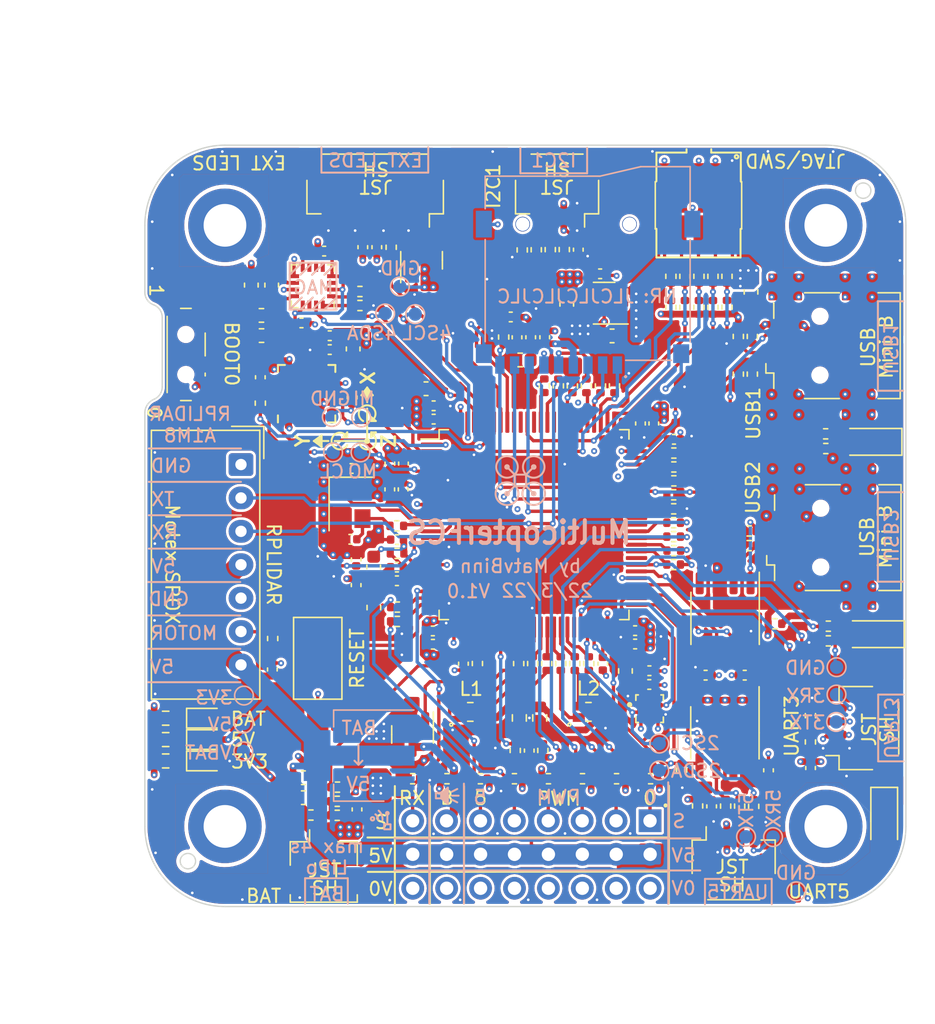
<source format=kicad_pcb>
(kicad_pcb (version 20211014) (generator pcbnew)
  (title_block (title "MulticopterFCS") (date "2022-07-04") (rev "1.0") (company "MatVBinn"))
  (layers (0 "F.Cu" mixed) (1 "In1.Cu" power) (2 "In2.Cu" mixed) (31 "B.Cu" power) (34 "B.Paste" user) (35 "F.Paste" user) (36 "B.SilkS" user "B.Silkscreen") (37 "F.SilkS" user "F.Silkscreen") (38 "B.Mask" user) (39 "F.Mask" user) (44 "Edge.Cuts" user))
  (net 0 "")
  (net 1 "SDIO_D2")
  (net 2 "SDIO_D3")
  (net 3 "SDIO_CMD")
  (net 4 "Net-(C44-Pad1)")
  (net 5 "SDIO_CLK")
  (net 6 "SDIO_D0")
  (net 7 "SDIO_D1")
  (net 8 "SD_CARD_DETECT")
  (net 9 "Net-(C11-Pad1)")
  (net 10 "I2C2_SCL")
  (net 11 "I2C2_SDA")
  (net 12 "+3V3")
  (net 13 "PS_INT")
  (net 14 "Net-(D2-Pad1)")
  (net 15 "Net-(D2-Pad2)")
  (net 16 "Net-(D2-Pad3)")
  (net 17 "Net-(D2-Pad4)")
  (net 18 "Net-(D1-Pad1)")
  (net 19 "Net-(D1-Pad2)")
  (net 20 "Net-(D1-Pad3)")
  (net 21 "Net-(D1-Pad4)")
  (net 22 "UART3_TX")
  (net 23 "USART2_RX")
  (net 24 "USART2_TX")
  (net 25 "I2C1_SCL")
  (net 26 "I2C1_SDA")
  (net 27 "UART3_RX")
  (net 28 "VCC")
  (net 29 "IMU_MISO")
  (net 30 "+5V")
  (net 31 "I2C4_SDA")
  (net 32 "I2C4_SCL")
  (net 33 "UART5_RX")
  (net 34 "IMU_MOSI")
  (net 35 "IMU_SCL")
  (net 36 "UART5_TX")
  (net 39 "Net-(C4-Pad1)")
  (net 40 "IMU_INT")
  (net 41 "Net-(C1-Pad1)")
  (net 42 "Net-(C5-Pad1)")
  (net 43 "STATUS_LED2_G")
  (net 44 "STATUS_LED2_B")
  (net 45 "Net-(D3-Pad1)")
  (net 46 "Net-(D4-Pad1)")
  (net 47 "Net-(D5-Pad1)")
  (net 48 "STATUS_LED1_B")
  (net 49 "STATUS_LED1_R")
  (net 50 "STATUS_LED1_G")
  (net 51 "STATUS_LED2_R")
  (net 52 "USB_VBUS_DEBUG")
  (net 53 "Net-(D8-Pad2)")
  (net 54 "USB_ID")
  (net 55 "USB_VBUS_PROG")
  (net 56 "Net-(C34-Pad1)")
  (net 57 "HSE_OUT")
  (net 58 "BUZZ_ON")
  (net 59 "Net-(Q1-Pad1)")
  (net 60 "VBAT_ADC")
  (net 61 "Net-(C13-Pad1)")
  (net 62 "Net-(R12-Pad2)")
  (net 63 "+3.3VA")
  (net 64 "VREF+")
  (net 65 "BOOT0")
  (net 66 "Net-(R48-Pad2)")
  (net 67 "Net-(R36-Pad1)")
  (net 68 "Net-(R39-Pad1)")
  (net 69 "SWCLK{slash}TCK")
  (net 70 "LED_EXT")
  (net 71 "Net-(Q2-Pad1)")
  (net 72 "Net-(R38-Pad1)")
  (net 73 "Net-(R37-Pad1)")
  (net 74 "Net-(R28-Pad1)")
  (net 75 "USB_DM")
  (net 76 "Net-(R35-Pad1)")
  (net 77 "SWO{slash}TDO")
  (net 78 "Net-(R33-Pad1)")
  (net 79 "RPLIDAR_MO")
  (net 80 "TDI")
  (net 81 "SWDIO{slash}TMS")
  (net 82 "Net-(R29-Pad1)")
  (net 83 "USB_DP")
  (net 84 "Net-(R26-Pad1)")
  (net 85 "PWM5")
  (net 86 "Net-(R25-Pad1)")
  (net 87 "PWM4")
  (net 88 "PWM3")
  (net 89 "Net-(R24-Pad2)")
  (net 90 "PWM2")
  (net 91 "Net-(R23-Pad2)")
  (net 92 "PWM1")
  (net 93 "Net-(R22-Pad2)")
  (net 94 "PWM0")
  (net 95 "Net-(R21-Pad2)")
  (net 96 "Net-(R20-Pad2)")
  (net 97 "Net-(R19-Pad2)")
  (net 98 "Net-(R18-Pad2)")
  (net 99 "Net-(R17-Pad2)")
  (net 100 "NRST")
  (net 101 "Net-(J2-Pad2)")
  (net 102 "UART4_RX")
  (net 103 "BUZZ_IN")
  (net 104 "Net-(J12-Pad1)")
  (net 105 "Net-(C31-Pad1)")
  (net 108 "USART1_RX")
  (net 109 "USART1_TX")
  (net 114 "HSE_IN")
  (net 122 "Net-(D7-Pad2)")
  (net 128 "Net-(C15-Pad1)")
  (net 131 "Net-(C16-Pad1)")
  (net 138 "MAG_INT")
  (net 139 "Net-(D12-Pad2)")
  (net 140 "Net-(C6-Pad1)")
  (net 145 "Net-(C8-Pad1)")
  (net 146 "Net-(C9-Pad1)")
  (net 147 "Net-(C8-Pad2)")
  (net 149 "REG_IN")
  (net 152 "GND")
  (net 153 "Net-(J2-Pad3)")
  (net 156 "Net-(J6-Pad10)")
  (net 157 "Net-(J6-Pad8)")
  (net 158 "Net-(J6-Pad6)")
  (net 159 "Net-(J6-Pad4)")
  (net 160 "Net-(J6-Pad2)")
  (net 161 "5V_SENSE")
  (net 162 "Net-(C55-Pad1)")
  (footprint "Resistor_SMD:R_0402_1005Metric" (layer "F.Cu") (at 99.05 115.83 90)
    (fp_text reference "R3" hide)
    (fp_text value "10")
  )
  (footprint "MountingHole:MountingHole_3.2mm_M3_ISO14580_Pad" (layer "F.Cu") (at 76 128.02)
    (fp_text reference "H1" hide)
    (fp_text value "MountingHole")
  )
  (footprint "Capacitor_SMD:C_0402_1005Metric" (layer "F.Cu") (at 107.78 117.39548)
    (fp_text reference "C11" hide)
    (fp_text value "100n")
  )
  (footprint "Resistor_SMD:R_0402_1005Metric" (layer "F.Cu") (at 95.13 124.45 180)
    (fp_text reference "D26" hide)
    (fp_text value "LXES15AAA1-133")
  )
  (footprint "Connector_PinHeader_1.27mm:PinHeader_2x05_P1.27mm_Vertical_SMD" (layer "F.Cu") (at 111.465 81.525 -90)
    (fp_text reference "J6" hide)
    (fp_text value "1mm header")
  )
  (footprint "Resistor_SMD:R_0402_1005Metric" (layer "F.Cu") (at 82.44 127.17)
    (fp_text reference "R12" hide)
    (fp_text value "56k")
  )
  (footprint "Capacitor_SMD:C_0402_1005Metric" (layer "F.Cu") (at 83.8475 92.325)
    (fp_text reference "C2" hide)
    (fp_text value "100n")
  )
  (footprint "Capacitor_SMD:C_0402_1005Metric" (layer "F.Cu") (at 85.83 108.035 90)
    (fp_text reference "C40" hide)
    (fp_text value "100n")
  )
  (footprint "Capacitor_SMD:C_0603_1608Metric" (layer "F.Cu") (at 104.995 91.3 180)
    (fp_text reference "C31" hide)
    (fp_text value "10u")
  )
  (footprint "Resistor_SMD:R_0402_1005Metric" (layer "F.Cu") (at 84.41 126.14 180)
    (fp_text reference "R14" hide)
    (fp_text value "220")
  )
  (footprint "Inductor_SMD:L_0603_1608Metric" (layer "F.Cu") (at 98.1125 93.1)
    (fp_text reference "FB6" hide)
    (fp_text value "100@100MHz")
  )
  (footprint "Resistor_SMD:R_0402_1005Metric" (layer "F.Cu") (at 112.55 86.84 -90)
    (fp_text reference "R30" hide)
    (fp_text value "49")
  )
  (footprint "Inductor_SMD:L_0603_1608Metric" (layer "F.Cu") (at 115.4 88.0025 90)
    (fp_text reference "FB4" hide)
    (fp_text value "100@100MHz")
  )
  (footprint "Resistor_SMD:R_0402_1005Metric" (layer "F.Cu") (at 102.2 115.83 90)
    (fp_text reference "R7" hide)
    (fp_text value "10")
  )
  (footprint "Capacitor_SMD:C_0402_1005Metric" (layer "F.Cu") (at 88.88 109.63 180)
    (fp_text reference "C37" hide)
    (fp_text value "10n")
  )
  (footprint "Capacitor_SMD:C_0402_1005Metric" (layer "F.Cu") (at 97.405 89.88)
    (fp_text reference "C43" hide)
    (fp_text value "100n")
  )
  (footprint "Resistor_SMD:R_0402_1005Metric" (layer "F.Cu") (at 115.5 94.16 90)
    (fp_text reference "D9" hide)
    (fp_text value "LXES15AAA1-133")
  )
  (footprint "Package_TO_SOT_SMD:SOT-23" (layer "F.Cu") (at 90.05 121.1375 -90)
    (fp_text reference "Q1" hide)
    (fp_text value "PMBT3904")
  )
  (footprint "flightController:LGA-16_3x3mm_P0.5mm_Large_Pads" (layer "F.Cu") (at 82.575 87.58 180)
    (fp_text reference "U2" hide)
    (fp_text value "HMC5883L")
  )
  (footprint "Resistor_SMD:R_0603_1608Metric" (layer "F.Cu") (at 99.575 119.9 90)
    (fp_text reference "R6" hide)
    (fp_text value "68")
  )
  (footprint "Button_Switch_SMD:SW_SPST_FSMSM" (layer "F.Cu") (at 82.95 115.435 -90)
    (fp_text reference "SW2" hide)
    (fp_text value "SW_Push")
  )
  (footprint "Capacitor_SMD:C_0402_1005Metric" (layer "F.Cu") (at 106.72 113.365)
    (fp_text reference "C23" hide)
    (fp_text value "100n")
  )
  (footprint "Capacitor_SMD:C_0402_1005Metric" (layer "F.Cu") (at 89.345 102.79 90)
    (fp_text reference "C20" hide)
    (fp_text value "100n")
  )
  (footprint "Capacitor_SMD:C_0603_1608Metric" (layer "F.Cu") (at 85.6025 92.275 90)
    (fp_text reference "C1" hide)
    (fp_text value "1u")
  )
  (footprint "Package_SO:SOIC-8_3.9x4.9mm_P1.27mm" (layer "F.Cu") (at 113.445 121.015 -90)
    (fp_text reference "U3" hide)
    (fp_text value "FM24C64B")
  )
  (footprint "Capacitor_SMD:C_0402_1005Metric" (layer "F.Cu") (at 91.57 113.385 180)
    (fp_text reference "C22" hide)
    (fp_text value "100n")
  )
  (footprint "Resistor_SMD:R_0402_1005Metric" (layer "F.Cu") (at 113.6 86.84 -90)
    (fp_text reference "R27" hide)
    (fp_text value "49")
  )
  (footprint "Package_TO_SOT_SMD:SOT-23-5" (layer "F.Cu") (at 104.3975 88.85 180)
    (fp_text reference "U7" hide)
    (fp_text value "SPX3819M5-L-3-3/TR")
  )
  (footprint "Connector_Molex:Molex_SPOX_5268-07A_1x07_P2.50mm_Horizontal" (layer "F.Cu") (at 77.2 100.93 -90)
    (fp_text reference "J11" hide)
    (fp_text value "MOLEX 5268-7P")
  )
  (footprint "Resistor_SMD:R_0402_1005Metric" (layer "F.Cu") (at 99.92 95.03 -90)
    (fp_text reference "R18" hide)
    (fp_text value "49")
  )
  (footprint "Resistor_SMD:R_0402_1005Metric" (layer "F.Cu") (at 109.605 106.325 180)
    (fp_text reference "R23" hide)
    (fp_text value "49")
  )
  (footprint "Resistor_SMD:R_0402_1005Metric" (layer "F.Cu") (at 88.9125 111.6 180)
    (fp_text reference "R25" hide)
    (fp_text value "49")
  )
  (footprint "Resistor_SMD:R_0402_1005Metric" (layer "F.Cu") (at 109.605 105.285 180)
    (fp_text reference "R24" hide)
    (fp_text value "49")
  )
  (footprint "Capacitor_SMD:C_0402_1005Metric" (layer "F.Cu") (at 88.345 102.79 90)
    (fp_text reference "C19" hide)
    (fp_text value "100n")
  )
  (footprint "Capacitor_SMD:C_0402_1005Metric" (layer "F.Cu") (at 85.89 126.75 -90)
    (fp_text reference "C13" hide)
    (fp_text value "100n")
  )
  (footprint "Capacitor_SMD:C_0603_1608Metric" (layer "F.Cu") (at 101.6 88.925 90)
    (fp_text reference "C32" hide)
    (fp_text value "22u")
  )
  (footprint "Capacitor_SMD:C_0402_1005Metric" (layer "F.Cu") (at 88.88 108.61 180)
    (fp_text reference "C36" hide)
    (fp_text value "100n")
  )
  (footprint "flightController:0605" (layer "F.Cu") (at 94.375 119.45)
    (fp_text reference "D1")
    (fp_text value "MHT194CRGBCT")
  )
  (footprint "Capacitor_SMD:C_0402_1005Metric" (layer "F.Cu") (at 109.63 99.04)
    (fp_text reference "C16" hide)
    (fp_text value "2u2")
  )
  (footprint "Resistor_SMD:R_0402_1005Metric" (layer "F.Cu") (at 97.68 124.45 180)
    (fp_text reference "D25" hide)
    (fp_text value "LXES15AAA1-133")
  )
  (footprint "Resistor_SMD:R_0402_1005Metric" (layer "F.Cu") (at 98 115.83 90)
    (fp_text reference "R1" hide)
    (fp_text value "220")
  )
  (footprint "Resistor_SMD:R_0402_1005Metric" (layer "F.Cu") (at 100.1 115.83 90)
    (fp_text reference "R4" hide)
    (fp_text value "10")
  )
  (footprint "Resistor_SMD:R_0402_1005Metric" (layer "F.Cu") (at 96.875 91.385 -90)
    (fp_text reference "R59" hide)
    (fp_text value "10k")
  )
  (footprint "Connector_JST:JST_SH_SM08B-SRSS-TB_1x08-1MP_P1.00mm_Horizontal" (layer "F.Cu") (at 87.25 80.375 180)
    (fp_text reference "J12" hide)
    (fp_text value "JST SH1-8P")
  )
  (footprint "Resistor_SMD:R_0402_1005Metric" (layer "F.Cu") (at 86.11 89.025)
    (fp_text reference "R45" hide)
    (fp_text value "4k7")
  )
  (footprint "Capacitor_SMD:C_0402_1005Metric" (layer "F.Cu") (at 85.3975 106.525 180)
    (fp_text reference "C34" hide)
    (fp_text value "10p")
  )
  (footprint "Capacitor_SMD:C_0402_1005Metric" (layer "F.Cu") (at 78.65 94.395 90)
    (fp_text reference "C5" hide)
    (fp_text value "2n2")
  )
  (footprint "Connector_JST:JST_SH_SM04B-SRSS-TB_1x04-1MP_P1.00mm_Horizontal" (layer "F.Cu") (at 123.78 120.66 90)
    (fp_text reference "J9" hide)
    (fp_text value "JST SH1-4P")
  )
  (footprint "Capacitor_SMD:C_0402_1005Metric" (layer "F.Cu") (at 83.43 84.95 180)
    (fp_text reference "C6" hide)
    (fp_text value "100n")
  )
  (footprint "Resistor_SMD:R_0402_1005Metric" (layer "F.Cu") (at 94.9075 115.825 -90)
    (fp_text reference "R16" hide)
    (fp_text value "10k")
  )
  (footprint "LED_SMD:LED_0603_1608Metric" (layer "F.Cu") (at 74.6125 123.12)
    (fp_text reference "D3" hide)
    (fp_text value "LED_Small")
  )
  (footprint "Resistor_SMD:R_0402_1005Metric" (layer "F.Cu") (at 111.5 89.16 90)
    (fp_text reference "D19" hide)
    (fp_text value "LXES15AAA1-133")
  )
  (footprint "Inductor_SMD:L_0603_1608Metric" (layer "F.Cu") (at 78.7325 89.765)
    (fp_text reference "FB2" hide)
    (fp_text value "100@100MHz")
  )
  (footprint "Capacitor_SMD:C_0402_1005Metric" (layer "F.Cu") (at 98.9 91.4 90)
    (fp_text reference "C45" hide)
    (fp_text value "100n")
  )
  (footprint "Inductor_SMD:L_0603_1608Metric" (layer "F.Cu") (at 87.1525 111.6375 90)
    (fp_text reference "FB5" hide)
    (fp_text value "100@100MHz")
  )
  (footprint "Resistor_SMD:R_0402_1005Metric" (layer "F.Cu") (at 109.62 100.07)
    (fp_text reference "R29" hide)
    (fp_text value "49")
  )
  (footprint "Sensor_Motion:InvenSense_QFN-24_4x4mm_P0.5mm" (layer "F.Cu") (at 82.1175 95.625 90)
    (fp_text reference "U1" hide)
    (fp_text value "MPU-6000")
  )
  (footprint "Capacitor_SMD:C_0402_1005Metric" (layer "F.Cu") (at 91.63 97.53 180)
    (fp_text reference "C27" hide)
    (fp_text value "100n")
  )
  (footprint "Resistor_SMD:R_0402_1005Metric" (layer "F.Cu") (at 110.2 123.81 -90)
    (fp_text reference "R43" hide)
    (fp_text value "4k7")
  )
  (footprint "Capacitor_SMD:C_0603_1608Metric" (layer "F.Cu") (at 91.06 95.255 180)
    (fp_text reference "C17" hide)
    (fp_text value "10u")
  )
  (footprint "LED_SMD:LED_0603_1608Metric" (layer "F.Cu") (at 74.615 121.52)
    (fp_text reference "D4" hide)
    (fp_text value "LED_Small")
  )
  (footprint "Capacitor_SMD:C_0402_1005Metric" (layer "F.Cu") (at 99.95 91.4 90)
    (fp_text reference "C44" hide)
    (fp_text value "10n")
  )
  (footprint "Capacitor_SMD:C_0402_1005Metric" (layer "F.Cu") (at 85.4825 101.225)
    (fp_text reference "C33" hide)
    (fp_text value "10p")
  )
  (footprint "Resistor_SMD:R_0402_1005Metric" (layer "F.Cu") (at 114.45 94.16 90)
    (fp_text reference "D11" hide)
    (fp_text value "LXES15AAA1-133")
  )
  (footprint "Resistor_SMD:R_0402_1005Metric" (layer "F.Cu") (at 98.265 84.865 -90)
    (fp_text reference "R47" hide)
    (fp_text value "4k7")
  )
  (footprint "Resistor_SMD:R_0402_1005Metric" (layer "F.Cu") (at 111.4 126.49 -90)
    (fp_text reference "D29" hide)
    (fp_text value "LXES15AAA1-133")
  )
  (footprint "Capacitor_SMD:C_0402_1005Metric" (layer "F.Cu") (at 91.63 96.53 180)
    (fp_text reference "C28" hide)
    (fp_text value "100n")
  )
  (footprint "Resistor_SMD:R_0402_1005Metric" (layer "F.Cu") (at 88.45 84.665 90)
    (fp_text reference "R60" hide)
    (fp_text value "10k")
  )
  (footprint "Package_QFP:LQFP-100_14x14mm_P0.5mm" (layer "F.Cu") (at 99.15 105.43)
    (fp_text reference "U5" hide)
    (fp_text value "STM32H743VIT6")
  )
  (footprint "Capacitor_SMD:C_0402_1005Metric" (layer "F.Cu") (at 98.79 122.345 -90)
    (fp_text reference "C54" hide)
    (fp_text value "10n")
  )
  (footprint "Crystal:Crystal_SMD_3225-4Pin_3.2x2.5mm" (layer "F.Cu") (at 85.45 103.88 -90)
    (fp_text reference "HSE1" hide)
    (fp_text value "16Mhz")
  )
  (footprint "Resistor_SMD:R_0402_1005Metric" (layer "F.Cu") (at 92.63 124.45)
    (fp_text reference "D27" hide)
    (fp_text value "LXES15AAA1-133")
  )
  (footprint "Capacitor_SMD:C_0402_1005Metric" (layer "F.Cu") (at 79.55 116.27 90)
    (fp_text reference "C52" hide)
    (fp_text value "100n")
  )
  (footprint "Resistor_SMD:R_0402_1005Metric" (layer "F.Cu") (at 121.19 113.03 180)
    (fp_text reference "R52" hide)
    (fp_text value "4k7")
  )
  (footprint "Resistor_SMD:R_0402_1005Metric" (layer "F.Cu") (at 110.45 89.16 90)
    (fp_text reference "D21" hide)
    (fp_text value "LXES15AAA1-133")
  )
  (footprint "Capacitor_SMD:C_0402_1005Metric" (layer "F.Cu") (at 89.37 100.86 90)
    (fp_text reference "C53" hide)
    (fp_text value "100n")
  )
  (footprint "Resistor_SMD:R_0402_1005Metric" (layer "F.Cu") (at 104.125 95.045 -90)
    (fp_text reference "R57" hide)
    (fp_text value "10k")
  )
  (footprint "flightController:0605" (layer "F.Cu") (at 103.225 119.445)
    (fp_text reference "D2")
    (fp_text value "MHT194CRGBCT")
  )
  (footprint "Resistor_SMD:R_0402_1005Metric" (layer "F.Cu") (at 103.07 95.04 90)
    (fp_text reference "R39" hide)
    (fp_text value "49")
  )
  (footprint "Resistor_SMD:R_0402_1005Metric" (layer "F.Cu") (at 84.41 127.19)
    (fp_text reference "R13" hide)
    (fp_text value "13k")
  )
  (footprint "MountingHole:MountingHole_3.2mm_M3_ISO14580_Pad" (layer "F.Cu") (at 121 128.02)
    (fp_text reference "H2" hide)
    (fp_text value "MountingHole")
  )
  (footprint "Connector_JST:JST_SHL_SM02B-SHLS-TF_1x02-1MP_P1.00mm_Horizontal" (layer "F.Cu") (at 83.4 130.58)
    (fp_text reference "J10" hide)
    (fp_text value "JST SH1-2P")
  )
  (footprint "Resistor_SMD:R_0402_1005Metric" (layer "F.Cu") (at 105.33 124.45 180)
    (fp_text reference "D20" hide)
    (fp_text value "LXES15AAA1-133")
  )
  (footprint "Connector_JST:JST_SH_SM04B-SRSS-TB_1x04-1MP_P1.00mm_Horizontal" (layer "F.Cu") (at 114.1 130.825)
    (fp_text reference "J8" hide)
    (fp_text value "JST SH1-4P")
  )
  (footprint "Capacitor_SMD:C_0402_1005Metric" (layer "F.Cu") (at 93.86 115.84 -90)
    (fp_text reference "C14" hide)
    (fp_text value "10n")
  )
  (footprint "Capacitor_SMD:C_0402_1005Metric" (layer "F.Cu") (at 107.12 97.855 90)
    (fp_text reference "C25" hide)
    (fp_text value "100n")
  )
  (footprint "Capacitor_SMD:C_0402_1005Metric" (layer "F.Cu") (at 112.45 126.52 90)
    (fp_text reference "C50" hide)
    (fp_text value "100n")
  )
  (footprint "Resistor_SMD:R_0402_1005Metric" (layer "F.Cu") (at 109.4 86.84 -90)
    (fp_text reference "R34" hide)
    (fp_text value "49")
  )
  (footprint "Capacitor_SMD:C_0402_1005Metric" (layer "F.Cu") (at 114.93 116.7 180)
    (fp_text reference "C41" hide)
    (fp_text value "100n")
  )
  (footprint "Capacitor_SMD:C_0402_1005Metric" (layer "F.Cu") (at 91.575 114.385 180)
    (fp_text reference "C21" hide)
    (fp_text value "100n")
  )
  (footprint "Resistor_SMD:R_0402_1005Metric" (layer "F.Cu") (at 114.45 91.34 -90)
    (fp_text reference "D10" hide)
    (fp_text value "LXES15AAA1-133")
  )
  (footprint "Capacitor_SMD:C_0402_1005Metric" (layer "F.Cu") (at 102.465 84.845 90)
    (fp_text reference "C49" hide)
    (fp_text value "100n")
  )
  (footprint "Capacitor_SMD:C_0402_1005Metric" (layer "F.Cu") (at 104.1 86.65)
    (fp_text reference "C55" hide)
    (fp_text value "10n")
  )
  (footprint "Inductor_SMD:L_0603_1608Metric" (layer "F.Cu") (at 105.995 116.38298 90)
    (fp_text reference "FB3" hide)
    (fp_text value "100@100MHz")
  )
  (footprint "Connector_JST:JST_SH_SM04B-SRSS-TB_1x04-1MP_P1.00mm_Horizontal" (layer "F.Cu") (at 100.875 80.375 180)
    (fp_text reference "J7" hide)
    (fp_text value "JST SH1-4P")
  )
  (footprint "Resistor_SMD:R_0402_1005Metric" (layer "F.Cu") (at 109.62 101.11)
    (fp_text reference "R28" hide)
    (fp_text value "49")
  )
  (footprint "Inductor_SMD:L_0603_1608Metric" (layer "F.Cu") (at 78.74 91.275)
    (fp_text reference "FB1" hide)
    (fp_text value "100@100MHz")
  )
  (footprint "Resistor_SMD:R_0402_1005Metric" (layer "F.Cu") (at 88.89 107.58)
    (fp_text reference "R41" hide)
    (fp_text value "49")
  )
  (footprint "Capacitor_SMD:C_0402_1005Metric" (layer "F.Cu") (at 85.5275 95.905 -90)
    (fp_text reference "C4" hide)
    (fp_text value "100n")
  )
  (footprint "Capacitor_SMD:C_0402_1005Metric" (layer "F.Cu") (at 116.71 123.82 90)
    (fp_text reference "C10" hide)
    (fp_text value "100n")
  )
  (footprint "Resistor_SMD:R_0402_1005Metric" (layer "F.Cu") (at 109.61 104.245 180)
    (fp_text reference "R55" hide)
    (fp_text value "10k")
  )
  (footprint "Capacitor_SMD:C_0402_1005Metric" (layer "F.Cu") (at 112 116.7)
    (fp_text reference "C42" hide)
    (fp_text value "100n")
  )
  (footprint "Capacitor_SMD:C_0402_1005Metric" (layer "F.Cu") (at 97.875 91.405 -90)
    (fp_text reference "C46" hide)
    (fp_text value "100n")
  )
  (footprint "Resistor_SMD:R_0402_1005Metric" (layer "F.Cu") (at 102.02 95.04 -90)
    (fp_text reference "R56" hide)
    (fp_text value "10k")
  )
  (footprint "Capacitor_SMD:C_0603_1608Metric" (layer "F.Cu") (at 81.875 125.87)
    (fp_text reference "C29" hide)
    (fp_text value "10u")
  )
  (footprint "Diode_SMD:D_SOD-123" (layer "F.Cu") (at 125.375 127.35 -90)
    (fp_text reference "D6" hide)
    (fp_text value "B5819W SL")
  )
  (footprint "Package_SO:SOP-8_3.9x4.9mm_P1.27mm" (layer "F.Cu") (at 113.46 112.445 -90)
    (fp_text reference "U10" hide)
    (fp_text value "CH330N")
  )
  (footprint "Capacitor_SMD:C_0402_1005Metric" (layer "F.Cu") (at 88.89 106.55 180)
    (fp_text reference "C39" hide)
    (fp_text value "100n")
  )
  (footprint "Capacitor_SMD:C_0402_1005Metric" (layer "F.Cu") (at 108.12 97.855 90)
    (fp_text reference "C26" hide)
    (fp_text value "100n")
  )
  (footprint "Diode_SMD:D_SOD-123" (layer "F.Cu") (at 124.65 113.63 180)
    (fp_text reference "D8" hide)
    (fp_text value "B5819W SL")
  )
  (footprint "Resistor_SMD:R_0402_1005Metric" (layer "F.Cu") (at 84.43 125.08)
    (fp_text reference "R15" hide)
    (fp_text value "220")
  )
  (footprint "Resistor_SMD:R_0402_1005Metric" (layer "F.Cu") (at 113.5 126.5 -90)
    (fp_text reference "R42" hide)
    (fp_text value "4k7")
  )
  (footprint "Resistor_SMD:R_0402_1005Metric" (layer "F.Cu") (at 111.5 86.84 -90)
    (fp_text reference "R31" hide)
    (fp_text value "49")
  )
  (footprint "Resistor_SMD:R_0402_1005Metric" (layer "F.Cu") (at 101.15 115.83 90)
    (fp_text reference "R5" hide)
    (fp_text value "220")
  )
  (footprint "Resistor_SMD:R_0402_1005Metric" (layer "F.Cu") (at 109.615 107.375 180)
    (fp_text reference "R22" hide)
    (fp_text value "49")
  )
  (footprint "flightController:PQFN50P200X200X80-10N" (layer "F.Cu") (at 107.805 119.20548)
    (fp_text reference "U4" hide)
    (fp_text value "BMP388")
  )
  (footprint "Capacitor_SMD:C_0402_1005Metric" (layer "F.Cu") (at 107.79 116.36548)
    (fp_text reference "C12" hide)
    (fp_text value "100n")
  )
  (footprint "Resistor_SMD:R_0402_1005Metric" (layer "F.Cu") (at 97.74 122.335 90)
    (fp_text reference "R61" hide)
    (fp_text value "56k")
  )
  (footprint "flightController:PinHeader_1x08_P2.54mm_Vertical_lessSilk" (layer "F.Cu") (at 107.835 127.6 -90)
    (fp_text reference "J3" hide)
    (fp_text value "2.54mm header")
  )
  (footprint "LED_SMD:LED_0603_1608Metric" (layer "F.Cu") (at 74.6125 119.92)
    (fp_text reference "D5" hide)
    (fp_text value "LED_Small")
  )
  (footprint "Resistor_SMD:R_0402_1005Metric" (layer "F.Cu") (at 115.26 105.9)
    (fp_text reference "D14" hide)
    (fp_text value "LXES15AAA1-133")
  )
  (footprint "Connector_USB:USB_Mini-B_Wuerth_65100516121_Horizontal" (layer "F.Cu") (at 120.625 106.4 90)
    (fp_text reference "J2" hide)
    (fp_text value "USB_B_Mini")
  )
  (footprint "Capacitor_SMD:C_0402_1005Metric" (layer "F.Cu") (at 85.825 109.955 90)
    (fp_text reference "C35" hide)
    (fp_text value "100n")
  )
  (footprint "Capacitor_SMD:C_0402_1005Metric" (layer "F.Cu") (at 86.325 84.655 -90)
    (fp_text reference "C47" hide)
    (fp_text value "100n")
  )
  (footprint "Resistor_SMD:R_0402_1005Metric" (layer "F.Cu") (at 109.4 89.16 90)
    (fp_text reference "D23" hide)
    (fp_text value "LXES15AAA1-133")
  )
  (footprint "Resistor_SMD:R_0402_1005Metric" (layer "F.Cu") (at 109.605 108.415 180)
    (fp_text reference "R21" hide)
    (fp_text value "49")
  )
  (footprint "flightController:PinHeader_2x08_P2.54mm_Horizontal_lessSilk" (layer "F.Cu") (at 107.845 130.11 -90)
    (fp_text reference "J4" hide)
    (fp_text value "2.54mm header")
  )
  (footprint "Resistor_SMD:R_0402_1005Metric" (layer "F.Cu") (at 117.19 112.85)
    (fp_text reference "D13" hide)
    (fp_text value "LXES15AAA1-133")
  )
  (footprint "Resistor_SMD:R_0402_1005Metric" (layer "F.Cu") (at 100.23 124.45)
    (fp_text reference "D24" hide)
    (fp_text value "LXES15AAA1-133")
  )
  (footprint "Capacitor_SMD:C_0402_1005Metric" (layer "F.Cu") (at 119.86 123.65 90)
    (fp_text reference "C48" hide)
    (fp_text value "100n")
  )
  (footprint "Connector_USB:USB_Mini-B_Wuerth_65100516121_Horizontal" (layer "F.Cu") (at 120.565 92.03 90)
    (fp_text reference "J1" hide)
    (fp_text value "USB_B_Mini")
  )
  (footprint "Resistor_SMD:R_0402_1005Metric" (layer "F.Cu") (at 115.6 126.52 -90)
    (fp_text reference "R37" hide)
    (fp_text value "49")
  )
  (footprint "Capacitor_SMD:C_0402_1005Metric" (layer "F.Cu") (at 106.72 114.365)
    (fp_text reference "C24" hide)
    (fp_text value "100n")
  )
  (footprint "Resistor_SMD:R_0402_1005Metric" (layer "F.Cu") (at 121 99.73)
    (fp_text reference "R50" hide)
    (fp_text value "10k")
  )
  (footprint "Resistor_SMD:R_0603_1608Metric" (layer "F.Cu") (at 98.05 119.9 90)
    (fp_text reference "R2" hide)
    (fp_text value "68")
  )
  (footprint "Package_TO_SOT_SMD:SOT-23" (layer "F.Cu") (at 90.725 85.6375 90)
    (fp_text reference "Q2" hide)
    (fp_text value "PMBT3904")
  )
  (footprint "Resistor_SMD:R_0402_1005Metric" (layer "F.Cu") (at 112.55 89.16 90)
    (fp_text reference "D17" hide)
    (fp_text value "LXES15AAA1-133")
  )
  (footprint "Resistor_SMD:R_0402_1005Metric" (layer "F.Cu") (at 88.9125 112.675 180)
    (fp_text reference "R26" hide)
    (fp_text value "49")
  )
  (footprint "Resistor_SMD:R_0402_1005Metric" (layer "F.Cu") (at 99.81 122.335 -90)
    (fp_text reference "R62" hide)
    (fp_text value "100k")
  )
  (footprint "Resistor_SMD:R_0603_1608Metric" (layer "F.Cu") (at 71.56 123.12 180)
    (fp_text reference "R9" hide)
    (fp_text value "560")
  )
  (footprint "Resistor_SMD:R_0402_1005Metric" (layer "F.Cu") (at 120.99 98.63 180)
    (fp_text reference "R49" hide)
    (fp_text value "4k7")
  )
  (footprint "Resistor_SMD:R_0402_1005Metric" (layer "F.Cu") (at 109.61 103.195 180)
    (fp_text reference "R54" hide)
    (fp_text value "10k")
  )
  (footprint "Resistor_SMD:R_0402_1005Metric" (layer "F.Cu") (at 115.26 107)
    (fp_text reference "D15" hide)
    (fp_text value "LXES15AAA1-133")
  )
  (footprint "Resistor_SMD:R_0402_1005Metric" (layer "F.Cu") (at 86.11 87.975)
    (fp_text reference "R44" hide)
    (fp_text value "4k7")
  )
  (footprint "Resistor_SMD:R_0603_1608Metric" (layer "F.Cu") (at 71.56 121.52 180)
    (fp_text reference "R10" hide)
    (fp_text value "1k")
  )
  (footprint "Button_Switch_SMD:SW_SPDT_PCM12" (layer "F.Cu") (at 73.4 92.69 -90)
    (fp_text reference "SW1" hide)
    (fp_text value "SW_SPDT")
  )
  (footprint "Resistor_SMD:R_0402_1005Metric" (layer "F.Cu") (at 121.19 114.13)
    (fp_text reference "R53" hide)
    (fp_text value "10k")
  )
  (footprint "Resistor_SMD:R_0402_1005Metric" (layer "F.Cu") (at 105.175 95.04 -90)
    (fp_text reference "R58" hide)
    (fp_text value "10k")
  )
  (footprint "Capacitor_SMD:C_0603_1608Metric" (layer "F.Cu") (at 81.875 124.375)
    (fp_text reference "C30" hide)
    (fp_text value "22u")
  )
  (footprint "Capacitor_SMD:C_0402_1005Metric" (layer "F.Cu") (at 83.8475 91.285)
    (fp_text reference "C3" hide)
    (fp_text value "10n")
  )
  (footprint "Capacitor_SMD:C_0603_1608Metric" (layer "F.Cu") (at 77.975 87.495 90)
    (fp_text reference "C9" hide)
    (fp_text value "4u7")
  )
  (footprint "Resistor_SMD:R_0402_1005Metric" (layer "F.Cu") (at 103.25 115.83 90)
    (fp_text reference "R8" hide)
    (fp_text value "10")
  )
  (footprint "Resistor_SMD:R_0402_1005Metric" (layer "F.Cu") (at 88.87 105.52)
    (fp_text reference "R40" hide)
    (fp_text value "220")
  )
  (footprint "Capacitor_SMD:C_0402_1005Metric" (layer "F.Cu") (at 81.73 90.325)
    (fp_text reference "C7" hide)
    (fp_text value "10n")
  )
  (footprint "MountingHole:MountingHole_3.2mm_M3_ISO14580_Pad" (layer "F.Cu") (at 76 83.02)
    (fp_text reference "H3" hide)
    (fp_text value "MountingHole")
  )
  (footprint "Resistor_SMD:R_0402_1005Metric" (layer "F.Cu") (at 100.365 84.84 90)
    (fp_text reference "R35" hide)
    (fp_text value "49")
  )
  (footprint "Resistor_SMD:R_0402_1005Metric" (layer "F.Cu") (at 102.78 124.45 180)
    (fp_text reference "D22" hide)
    (fp_text value "LXES15AAA1-133")
  )
  (footprint "Capacitor_SMD:C_0402_1005Metric" (layer "F.Cu") (at 104.3 115.84 -90)
    (fp_text reference "C15" hide)
    (fp_text value "2u2")
  )
  (footprint "Resistor_SMD:R_0402_1005Metric" (layer "F.Cu") (at 113.6 89.15 90)
    (fp_text reference "D16" hide)
    (fp_text value "LXES15AAA1-133")
  )
  (footprint "Diode_SMD:D_SOD-123" (layer "F.Cu") (at 124.45 99.23 180)
    (fp_text reference "D7" hide)
    (fp_text value "B5819W SL")
  )
  (footprint "Resistor_SMD:R_0402_1005Metric" (layer "F.Cu") (at 110.45 86.84 -90)
    (fp_text reference "R32" hide)
    (fp_text value "49")
  )
  (footprint "Resistor_SMD:R_0402_1005Metric" (layer "F.Cu") (at 79.575 113.955 90)
    (fp_text reference "R33" hide)
    (fp_text value "49")
  )
  (footprint "Resistor_SMD:R_0402_1005Metric" (layer "F.Cu") (at 119.85 121.7 -90)
    (fp_text reference "R19" hide)
    (fp_text value "49")
  )
  (footprint "Resistor_SMD:R_0603_1608Metric" (layer "F.Cu") (at 71.56 119.92 180)
    (fp_text reference "R11" hide)
    (fp_text value "10k")
  )
  (footprint "Resistor_SMD:R_0402_1005Metric" (layer "F.Cu") (at 114.55 126.5 -90)
    (fp_text reference "R38" hide)
    (fp_text value "49")
  )
  (footprint "MountingHole:MountingHole_3.2mm_M3_ISO14580_Pad" (layer "F.Cu") (at 121 83.02)
    (fp_text reference "H4" hide)
    (fp_text value "MountingHole")
  )
  (footprint "Resistor_SMD:R_0402_1005Metric" (layer "F.Cu") (at 78.65 96.335 90)
    (fp_text reference "R48" hide)
    (fp_text value "10k")
  )
  (footprint "Capacitor_SMD:C_0603_1608Metric" (layer "F.Cu") (at 87.14 108.605 -90)
    (fp_text reference "C38" hide)
    (fp_text value "1u")
  )
  (footprint "Capacitor_SMD:C_0402_1005Metric" (layer "F.Cu") (at 87.375 84.655 -90)
    (fp_text reference "C51" hide)
    (fp_text value "100n")
  )
  (footprint "Resistor_SMD:R_0402_1005Metric" (layer "F.Cu") (at 109.62 102.15 180)
    (fp_text reference "R51" hide)
    (fp_text value "560")
  )
  (footprint "Capacitor_SMD:C_0402_1005Metric" (layer "F.Cu") (at 88.35 100.86 90)
    (fp_text reference "C18" hide)
    (fp_text value "100n")
  )
  (footprint "Resistor_SMD:R_0402_1005Metric" (layer "F.Cu") (at 99.315 84.85 90)
    (fp_text reference "R36" hide)
    (fp_text value "49")
  )
  (footprint "Resistor_SMD:R_0402_1005Metric" (layer "F.Cu") (at 90.06 124.45)
    (fp_text reference "D28" hide)
    (fp_text value "LXES15AAA1-133")
  )
  (footprint "Resistor_SMD:R_0402_1005Metric" (layer "F.Cu") (at 100.97 95.04 -90)
    (fp_text reference "R17" hide)
    (fp_text value "49")
  )
  (footprint "Resistor_SMD:R_0402_1005Metric" (layer "F.Cu") (at 101.415 84.835 -90)
    (fp_text reference "R46" hide)
    (fp_text value "4k7")
  )
  (footprint "Resistor_SMD:R_0402_1005Metric" (layer "F.Cu") (at 115.5 91.34 -90)
    (fp_text reference "D12" hide)
    (fp_text value "LXES15AAA1-133")
  )
  (footprint "Capacitor_SMD:C_0603_1608Metric" (layer "F.Cu") (at 79.5 87.495 -90)
    (fp_text reference "C8" hide)
    (fp_text value "220n")
  )
  (footprint "Resistor_SMD:R_0402_1005Metric" (layer "F.Cu") (at 119.85 119.73 -90)
    (fp_text reference "R20" hide)
    (fp_text value "49")
  )
  (footprint "Resistor_SMD:R_0402_1005Metric" (layer "F.Cu") (at 107.88 124.45 180)
    (fp_text reference "D18" hide)
    (fp_text value "LXES15AAA1-133")
  )
  (footprint "TestPoint:TestPoint_Pad_D1.0mm" (layer "B.Cu") (at 121.8025 118.15 180)
    (fp_text reference "TP19" hide)
    (fp_text value "TestPoint")
  )
  (footprint "TestPoint:TestPoint_Pad_D1.0mm" (layer "B.Cu") (at 118.79 132.88 180)
    (fp_text reference "TP22" hide)
    (fp_text value "TestPoint")
  )
  (footprint "TestPoint:TestPoint_Pad_D1.0mm" (layer "B.Cu") (at 84.0025 97.37 180)
    (fp_text reference "TP25" hide)
    (fp_text value "TestPoint")
  )
  (footprint "TestPoint:TestPoint_Pad_D1.0mm" (layer "B.Cu") (at 89.1 87.6 180)
    (fp_text reference "TP24" hide)
    (fp_text value "TestPoint")
  )
  (footprint "TestPoint:TestPoint_Pad_D1.0mm" (layer "B.Cu") (at 77.375 122.4 180)
    (fp_text reference "TP30" hide)
    (fp_text value "TestPoint")
  )
  (footprint "TestPoint:TestPoint_Pad_D1.0mm" (layer "B.Cu") (at 88 89.62 180)
    (fp_text reference "TP5" hide)
    (fp_text value "TestPoint")
  )
  (footprint "TestPoint:TestPoint_Pad_D1.0mm" (layer "B.Cu") (at 108.53 121.82 180)
    (fp_text reference "TP4" hide)
    (fp_text value "TestPoint")
  )
  (footprint "TestPoint:TestPoint_Pad_D1.0mm" (layer "B.Cu") (at 117.05 128.82 180)
    (fp_text reference "TP21" hide)
    (fp_text value "TestPoint")
  )
  (footprint "TestPoint:TestPoint_Pad_D1.0mm" (layer "B.Cu") (at 121.81 116.1 180)
    (fp_text reference "TP26" hide)
    (fp_text value "TestPoint")
  )
  (footprint "TestPoint:TestPoint_Pad_D1.0mm" (layer "B.Cu") (at 108.53 123.83 180)
    (fp_text reference "TP3" hide)
    (fp_text value "TestPoint")
  )
  (footprint "TestPoint:TestPoint_Pad_D1.0mm" (layer "B.Cu") (at 121.7775 120.2 180)
    (fp_text reference "TP18" hide)
    (fp_text value "TestPoint")
  )
  (footprint "TestPoint:TestPoint_Pad_D1.0mm" (layer "B.Cu") (at 86.2025 97.4 180)
    (fp_text reference "TP14" hide)
    (fp_text value "TestPoint")
  )
  (footprint "TestPoint:TestPoint_Pad_D1.0mm" (layer "B.Cu") (at 115.0275 128.795 180)
    (fp_text reference "TP20" hide)
    (fp_text value "TestPoint")
  )
  (footprint "flightController:TF-01A" (layer "B.Cu") (at 102.99 83 -90)
    (fp_text reference "J5" hide)
    (fp_text value "TF-01A")
  )
  (footprint "TestPoint:TestPoint_Pad_D1.0mm" (layer "B.Cu") (at 86.15 100.02 180)
    (fp_text reference "TP15" hide)
    (fp_text value "TestPoint")
  )
  (footprint "TestPoint:TestPoint_Pad_D1.0mm" (layer "B.Cu") (at 90.25 89.67 180)
    (fp_text reference "TP6" hide)
    (fp_text value "TestPoint")
  )
  (footprint "TestPoint:TestPoint_Pad_D1.0mm" (layer "B.Cu") (at 84.1 100.02 180)
    (fp_text reference "TP13" hide)
    (fp_text value "TestPoint")
  )
  (footprint "Package_TO_SOT_SMD:SOT-223-3_TabPin2" (layer "B.Cu") (at 86.05 122.72 180)
    (fp_text reference "U6" hide)
    (fp_text value "AMS1117-5V")
  )
  (footprint "TestPoint:TestPoint_Pad_D1.0mm" (layer "B.Cu") (at 77.425 118.225 180)
    (fp_text reference "TP29" hide)
    (fp_text value "TestPoint")
  )
  (footprint "TestPoint:TestPoint_Pad_D1.0mm" (layer "B.Cu") (at 77.4 120.32 180)
    (fp_text reference "TP28" hide)
    (fp_text value "TestPoint")
  )
  (gr_line (start 85.2 131.9) (end 85.2 133.8) (layer "B.SilkS") (width 0.15))
  (gr_line (start 103.125 79.125) (end 98.125 79.125) (layer "B.SilkS") (width 0.15))
  (gr_line (start 111.5975 128.92) (end 88.6975 128.92) (layer "B.SilkS") (width 0.15))
  (gr_line (start 111.95 131.95) (end 116.95 131.95) (layer "B.SilkS") (width 0.15))
  (gr_poly (pts (xy 92.6975 126.32) (xy 92.1975 125.92) (xy 92.1975 125.52) (xy 92.6975 125.12)) (layer "B.SilkS") (width 0.15) (fill solid))
  (gr_line (start 88.1625 127.8625) (end 88.1625 127.0375) (layer "B.SilkS") (width 0.15))
  (gr_line (start 124.925 123.15) (end 124.925 118.15) (layer "B.SilkS") (width 0.15))
  (gr_line (start 124.9025 88.705) (end 126.8025 88.705) (layer "B.SilkS") (width 0.15))
  (gr_line (start 109.2 133.825) (end 109.1975 124.72) (layer "B.SilkS") (width 0.15))
  (gr_line (start 111.5975 131.32) (end 88.6975 131.32) (layer "B.SilkS") (width 0.15))
  (gr_line (start 111.95 133.85) (end 111.95 131.95) (layer "B.SilkS") (width 0.15))
  (gr_line (start 83.45 88.425) (end 82.55 89.325) (layer "B.SilkS") (width 0.15))
  (gr_line (start 81.75 85.825) (end 80.85 86.725) (layer "B.SilkS") (width 0.15))
  (gr_line (start 124.9 103) (end 126.8 103) (layer "B.SilkS") (width 0.15))
  (gr_rect (start 87.925 127.8625) (end 88.4 128.2375) (layer "B.SilkS") (width 0.15) (fill none))
  (gr_line (start 86 123.4) (end 86.3 123.1) (layer "B.SilkS") (width 0.15))
  (gr_line (start 83.225 79.075) (end 83.225 77.175) (layer "B.SilkS") (width 0.15))
  (gr_line (start 92.9975 126.02) (end 93.3975 126.22) (layer "B.SilkS") (width 0.15))
  (gr_arc (start 87.268033 127.114473) (mid 87.4225 127.292501) (end 87.464331 127.524458) (layer "B.SilkS") (width 0.15))
  (gr_line (start 77.15 112.225) (end 70.25 112.225) (layer "B.SilkS") (width 0.15))
  (gr_arc (start 87.5125 126.8425) (mid 87.738294 127.159028) (end 87.8025 127.5425) (layer "B.SilkS") (width 0.15))
  (gr_line (start 77.2 107.225) (end 70.3 107.225) (layer "B.SilkS") (width 0.15))
  (gr_circle (center 99.1256 101.11) (end 99.5256 100.41) (layer "B.SilkS") (width 0.15) (fill none))
  (gr_circle (center 99.1256 101.11) (end 99.1506 101.06) (layer "B.SilkS") (width 0.15) (fill none))
  (gr_line (start 84.35 85.825) (end 83.45 86.725) (layer "B.SilkS") (width 0.15))
  (gr_line (start 86 123.4) (end 85.7 123.1) (layer "B.SilkS") (width 0.15))
  (gr_rect (start 97.7006 101.685) (end 98.5506 102.535) (layer "B.SilkS") (width 0.15) (fill none))
  (gr_circle (center 99.1256 103.11) (end 99.1756 103.085) (layer "B.SilkS") (width 0.15) (fill none))
  (gr_line (start 77.15 117.225) (end 70.25 117.225) (layer "B.SilkS") (width 0.15))
  (gr_circle (center 88.1625 127.0375) (end 88.1625 126.9375) (layer "B.SilkS") (width 0.15) (fill none))
  (gr_line (start 124.925 118.15) (end 126.825 118.15) (layer "B.SilkS") (width 0.15))
  (gr_line (start 103.125 77.225) (end 103.125 79.125) (layer "B.SilkS") (width 0.15))
  (gr_line (start 98.5506 102.535) (end 99.1256 103.11) (layer "B.SilkS") (width 0.15))
  (gr_circle (center 97.1256 101.11) (end 97.2256 100.31) (layer "B.SilkS") (width 0.15) (fill none))
  (gr_rect (start 80.85 85.825) (end 84.35 89.325) (layer "B.SilkS") (width 0.15) (fill none))
  (gr_line (start 77.2 99.725) (end 70.3 99.725) (layer "B.SilkS") (width 0.15))
  (gr_line (start 92.9975 125.72) (end 93.4975 125.72) (layer "B.SilkS") (width 0.15))
  (gr_line (start 81.75 88.425) (end 80.85 89.325) (layer "B.SilkS") (width 0.15))
  (gr_line (start 86 121.9) (end 86 123.4) (layer "B.SilkS") (width 0.15))
  (gr_line (start 82.575 88.425) (end 81.675 89.325) (layer "B.SilkS") (width 0.15))
  (gr_line (start 98.125 79.125) (end 98.125 77.225) (layer "B.SilkS") (width 0.15))
  (gr_line (start 124.9025 95.405) (end 124.9025 88.705) (layer "B.SilkS") (width 0.15))
  (gr_line (start 126.8 109.7) (end 124.9 109.7) (layer "B.SilkS") (width 0.15))
  (gr_line (start 97.7006 102.535) (end 97.1256 103.11) (layer "B.SilkS") (width 0.15))
  (gr_circle (center 87.0525 127.4525) (end 87.10271 127.465053) (layer "B.SilkS") (width 0.15) (fill none))
  (gr_line (start 97.1256 101.11) (end 97.7006 101.685) (layer "B.SilkS") (width 0.15))
  (gr_line (start 82 133.8) (end 82 131.9) (layer "B.SilkS") (width 0.15))
  (gr_line (start 82 131.9) (end 85.2 131.9) (layer "B.SilkS") (width 0.15))
  (gr_rect (start 91.7975 125.52) (end 92.1975 125.92) (layer "B.SilkS") (width 0.15) (fill none))
  (gr_circle (center 97.1256 101.11) (end 97.1506 101.06) (layer "B.SilkS") (width 0.15) (fill none))
  (gr_line (start 126.825 123.15) (end 124.925 123.15) (layer "B.SilkS") (width 0.15))
  (gr_line (start 83.425 85.825) (end 82.525 86.725) (layer "B.SilkS") (width 0.15))
  (gr_circle (center 99.1256 103.11) (end 99.7256 102.51) (layer "B.SilkS") (width 0.15) (fill none))
  (gr_line (start 84.35 88.425) (end 83.45 89.325) (layer "B.SilkS") (width 0.15))
  (gr_line (start 77.2 104.725) (end 70.3 104.725) (layer "B.SilkS") (width 0.15))
  (gr_line (start 82.55 85.825) (end 81.65 86.725) (layer "B.SilkS") (width 0.15))
  (gr_line (start 126.8025 95.405) (end 124.9025 95.405) (layer "B.SilkS") (width 0.15))
  (gr_circle (center 97.1256 103.11) (end 97.4256 102.31) (layer "B.SilkS") (width 0.15) (fill none))
  (gr_line (start 91.3 133.8) (end 91.2975 124.85) (layer "B.SilkS") (width 0.15))
  (gr_line (start 77.2 102.225) (end 70.3 102.225) (layer "B.SilkS") (width 0.15))
  (gr_line (start 116.95 131.95) (end 116.95 133.85) (layer "B.SilkS") (width 0.15))
  (gr_line (start 77.15 109.725) (end 70.25 109.725) (layer "B.SilkS") (width 0.15))
  (gr_line (start 77.15 114.725) (end 70.25 114.725) (layer "B.SilkS") (width 0.15))
  (gr_line (start 91.225 79.075) (end 83.225 79.075) (layer "B.SilkS") (width 0.15))
  (gr_line (start 92.9975 125.42) (end 93.3975 125.22) (layer "B.SilkS") (width 0.15))
  (gr_line (start 99.1256 101.11) (end 98.5506 101.685) (layer "B.SilkS") (width 0.15))
  (gr_line (start 91.225 77.175) (end 91.225 79.075) (layer "B.SilkS") (width 0.15))
  (gr_line (start 93.8975 133.8) (end 93.8975 124.82) (layer "B.SilkS") (width 0.15))
  (gr_circle (center 97.1256 103.11) (end 97.1006 103.06) (layer "B.SilkS") (width 0.15) (fill none))
  (gr_line (start 124.9 109.7) (end 124.9 103) (layer "B.SilkS") (width 0.15))
  (gr_line (start 85.159999 98.87) (end 85.159999 98.52) (layer "F.SilkS") (width 0.15))
  (gr_line (start 114.615 85.425) (end 114.615 83.2875) (layer "F.SilkS") (width 0.15))
  (gr_line (start 82.884999 99.322341) (end 82.884999 99.022341) (layer "F.SilkS") (width 0.15))
  (gr_line (start 108.315 77.575) (end 110.57 77.575) (layer "F.SilkS") (width 0.15))
  (gr_line (start 86.949999 97.371339) (end 87.299999 97.671339) (layer "F.SilkS") (width 0.15))
  (gr_line (start 83.239999 98.747341) (end 82.659999 99.167341) (layer "F.SilkS") (width 0.15))
  (gr_line (start 85.159999 98.87) (end 84.859999 98.87) (layer "F.SilkS") (width 0.15))
  (gr_line (start 82.984999 99.372341) (end 82.984999 98.947341) (layer "F.SilkS") (width 0.15))
  (gr_line (start 86.444999 95.489841) (end 86.869999 95.489841) (layer "F.SilkS") (width 0.15))
  (gr_line (start 86.650372 99.17) (end 86.649999 96.744841) (layer "F.SilkS") (width 0.15))
  (gr_line (start 86.494999 95.389841) (end 86.794999 95.389841) (layer "F.SilkS") (width 0.15))
  (gr_line (start 83.109999 99.497341) (end 83.109999 98.872341) (layer "F.SilkS") (width 0.15))
  (gr_line (start 88.725 125) (end 88.725 133.825) (layer "F.SilkS") (width 0.15))
  (gr_line (start 86.650372 99.17) (end 84.219999 99.17) (layer "F.SilkS") (width 0.15))
  (gr_line (start 86.950372 98.87) (end 87.299999 98.52) (layer "F.SilkS") (width 0.15))
  (gr_line (start 86.950372 98.52) (end 87.299999 98.52) (layer "F.SilkS") (width 0.15))
  (gr_line (start 112.42 77.575) (end 114.635 77.575) (layer "F.SilkS") (width 0.15))
  (gr_line (start 86.319999 95.614841) (end 86.944999 95.614841) (layer "F.SilkS") (width 0.15))
  (gr_circle (center 86.650372 99.17) (end 86.750372 99.27) (layer "F.SilkS") (width 0.15) (fill none))
  (gr_line (start 109.25 124.975) (end 109.25 133.8) (layer "F.SilkS") (width 0.15))
  (gr_line (start 86.949999 97.671339) (end 87.299999 97.671339) (layer "F.SilkS") (width 0.15))
  (gr_line (start 86.649999 96.254841) (end 86.649999 95.164841) (layer "F.SilkS") (width 0.15))
  (gr_line (start 86.675 128.85) (end 109.25 128.85) (layer "F.SilkS") (width 0.15))
  (gr_line (start 86.219999 95.744841) (end 87.069999 95.744841) (layer "F.SilkS") (width 0.15))
  (gr_line (start 86.950372 98.87) (end 86.950372 98.52) (layer "F.SilkS") (width 0.15))
  (gr_line (start 86.649999 95.164841) (end 86.219999 95.744841) (layer "F.SilkS") (width 0.15))
  (gr_line (start 84.859999 98.87) (end 85.159999 98.52) (layer "F.SilkS") (width 0.15))
  (gr_line (start 108.315 85.425) (end 108.315 83.28) (layer "F.SilkS") (width 0.15))
  (gr_line (start 83.749999 99.167341) (end 82.659999 99.167341) (layer "F.SilkS") (width 0.15))
  (gr_line (start 86.7 131.425) (end 109.25 131.4) (layer "F.SilkS") (width 0.15))
  (gr_line (start 82.659999 99.167341) (end 83.239999 99.597341) (layer "F.SilkS") (width 0.15))
  (gr_line (start 112.42 77.575) (end 112.42 77.325) (layer "F.SilkS") (width 0.15))
  (gr_circle (center 109 126.45) (end 109.075 126.475) (layer "F.SilkS") (width 0.15) (fill none))
  (gr_line (start 93.9 125) (end 93.9 133.8) (layer "F.SilkS") (width 0.15))
  (gr_line (start 91.35 125) (end 91.35 133.825) (layer "F.SilkS") (width 0.15))
  (gr_arc (start 87.000372 98.62) (mid 87.11015 99.625563) (end 86.110646 99.47) (layer "F.SilkS") (width 0.15))
  (gr_circle (center 114.315 77.885) (end 114.34 77.935) (layer "F.SilkS") (width 0.15) (fill none))
  (gr_line (start 83.239999 99.597341) (end 83.239999 98.747341) (layer "F.SilkS") (width 0.15))
  (gr_line (start 86.949999 97.671339) (end 86.949999 97.371339) (layer "F.SilkS") (width 0.15))
  (gr_line (start 114.635 77.575) (end 114.635 79.73) (layer "F.SilkS") (width 0.15))
  (gr_line (start 87.069999 95.744841) (end 86.649999 95.164841) (layer "F.SilkS") (width 0.15))
  (gr_line (start 108.315 79.72) (end 108.315 77.575) (layer "F.SilkS") (width 0.15))
  (gr_line (start 110.57 77.575) (end 110.57 77.325) (layer "F.SilkS") (width 0.15))
  (gr_arc (start 85.159999 99.47) (mid 83.983501 99.17) (end 85.159999 98.87) (layer "F.SilkS") (width 0.15))
  (gr_line (start 87.299999 98.52) (end 86.950372 98.695) (layer "F.SilkS") (width 0.15))
  (gr_line (start 114.615 85.425) (end 108.315 85.425) (layer "F.SilkS") (width 0.15))
  (gr_arc (start 86.349999 97.671339) (mid 86.649999 96.494841) (end 86.949999 97.671339) (layer "F.SilkS") (width 0.15))
  (gr_line (start 76 134.02) (end 121 134.02) (layer "Edge.Cuts") (width 0.1))
  (gr_line (start 70 83.02) (end 70 88.02) (layer "Edge.Cuts") (width 0.1))
  (gr_arc (start 70 97.02) (mid 70.207201 96.422461) (end 70.706138 96.033812) (layer "Edge.Cuts") (width 0.1))
  (gr_arc locked (start 121 77.02) (mid 125.242641 78.777359) (end 127 83.02) (layer "Edge.Cuts") (width 0.1))
  (gr_line (start 127 128.02) (end 127 83.02) (layer "Edge.Cuts") (width 0.1))
  (gr_arc (start 70.65 88.970001) (mid 71.126567 89.341296) (end 71.3 89.92) (layer "Edge.Cuts") (width 0.1))
  (gr_circle (center 123.8 80.424) (end 124.376 80.424) (layer "Edge.Cuts") (width 0.1) (fill none))
  (gr_line (start 70 97.02) (end 70 128.02) (layer "Edge.Cuts") (width 0.1))
  (gr_arc locked (start 70 83.02) (mid 71.757359 78.777359) (end 76 77.02) (layer "Edge.Cuts") (width 0.1))
  (gr_line (start 121 77.02) (end 76 77.02) (layer "Edge.Cuts") (width 0.1))
  (gr_arc locked (start 76 134.02) (mid 71.757359 132.262641) (end 70 128.02) (layer "Edge.Cuts") (width 0.1))
  (gr_arc locked (start 127 128.02) (mid 125.242641 132.262641) (end 121 134.02) (layer "Edge.Cuts") (width 0.1))
  (gr_arc (start 71.3 95.12) (mid 71.138492 95.664914) (end 70.706138 96.033812) (layer "Edge.Cuts") (width 0.1))
  (gr_circle (center 73.224 130.62) (end 73.8 130.62) (layer "Edge.Cuts") (width 0.1) (fill none))
  (gr_arc (start 70.65 88.969999) (mid 70.173432 88.598704) (end 70 88.02) (layer "Edge.Cuts") (width 0.1))
  (gr_line (start 71.3 95.12) (end 71.3 89.92) (layer "Edge.Cuts") (width 0.1))
  (gr_text "PWM" (at 100.9975 125.82) (layer "B.SilkS") (effects (font (size 1 1) (thickness 0.153)) (justify mirror)))
  (gr_text "3TX" (at 119.625 120.25) (layer "B.SilkS") (effects (font (size 1 1) (thickness 0.153)) (justify mirror)))
  (gr_text "max 4s\nLiPo" (at 83.63 130.3) (layer "B.SilkS") (effects (font (size 1 1) (thickness 0.153)) (justify mirror)))
  (gr_text "BAT" (at 86.05 120.65) (layer "B.SilkS") (effects (font (size 1 1) (thickness 0.153)) (justify mirror)))
  (gr_text "GND" (at 119.475 116.15) (layer "B.SilkS") (effects (font (size 1 1) (thickness 0.153)) (justify mirror)))
  (gr_text "EXT LEDS" (at 87.2725 78.17) (layer "B.SilkS") (effects (font (size 1 1) (thickness 0.153)) (justify mirror)))
  (gr_text "TX" (at 71.35 103.525) (layer "B.SilkS") (effects (font (size 1 1) (thickness 0.153)) (justify mirror)))
  (gr_text "RPLIDAR\nA1M8" (at 73.375 97.95) (layer "B.SilkS") (effects (font (size 1 1) (thickness 0.153)) (justify mirror)))
  (gr_text "5V" (at 75.625 120.4) (layer "B.SilkS") (effects (font (size 1 1) (thickness 0.153)) (justify mirror)))
  (gr_text "5RX" (at 117.1 126.675 90) (layer "B.SilkS") (effects (font (size 1 1) (thickness 0.153)) (justify mirror)))
  (gr_text "MulticopterFCS" (at 98.025 106.025) (layer "B.SilkS") (effects (font (size 1.7 1.5) (thickness 0.3)) (justify mirror)))
  (gr_text "GND" (at 71.975 101.025) (layer "B.SilkS") (effects (font (size 1 1) (thickness 0.153)) (justify mirror)))
  (gr_text "4SCL" (at 91.15 91.1) (layer "B.SilkS") (effects (font (size 1 1) (thickness 0.153)) (justify mirror)))
  (gr_text "5TX" (at 115.05 126.775 90) (layer "B.SilkS") (effects (font (size 1 1) (thickness 0.153)) (justify mirror)))
  (gr_text "5V" (at 110.35 130.195) (layer "B.SilkS") (effects (font (size 1 1) (thickness 0.153)) (justify mirror)))
  (gr_text "USB1" (at 125.825 92.2 270) (layer "B.SilkS") (effects (font (size 1 1) (thickness 0.153)) (justify mirror)))
  (gr_text "VBAT" (at 74.75 122.5) (layer "B.SilkS") (effects (font (size 1 1) (thickness 0.153)) (justify mirror)))
  (gr_text "V1.0" (at 94.235 110.415) (layer "B.SilkS") (effects (font (size 1 1) (thickness 0.153)) (justify mirror)))
  (gr_text "2SDA" (at 111.28 123.86) (layer "B.SilkS") (effects (font (size 1 1) (thickness 0.153)) (justify mirror)))
  (gr_text "BAT" (at 83.6475 133.095) (layer "B.SilkS") (effects (font (size 1 1) (thickness 0.153)) (justify mirror)))
  (gr_text "3RX" (at 119.5 118.25) (layer "B.SilkS") (effects (font (size 1 1) (thickness 0.153)) (justify mirror)))
  (gr_text "MO" (at 86.3 101.45) (layer "B.SilkS") (effects (font (size 1 1) (thickness 0.153)) (justify mirror)))
  (gr_text "I2C1" (at 100.625 78.17) (layer "B.SilkS") (effects (font (size 1 1) (thickness 0.153)) (justify mirror)))
  (gr_text "22/3/22" (at 100.125 110.375) (layer "B.SilkS") (effects (font (size 1 1) (thickness 0.153)) (justify mirror)))
  (gr_text "by MatvBinn" (at 98.13 108.53) (layer "B.SilkS") (effects (font (size 1 1) (thickness 0.153)) (justify mirror)))
  (gr_text "5V" (at 71.275 116.075) (layer "B.SilkS") (effects (font (size 1 1) (thickness 0.153)) (justify mirror)))
  (gr_text "MAG" (at 82.625 87.675) (layer "B.SilkS") (effects (font (size 1 1) (thickness 0.153)) (justify mirror)))
  (gr_text "2SCL" (at 111.19 121.79) (layer "B.SilkS") (effects (font (size 1 1) (thickness 0.153)) (justify mirror)))
  (gr_text "UART3" (at 125.875 120.65 270) (layer "B.SilkS") (effects (font (size 1 1) (thickness 0.153)) (justify mirror)))
  (gr_text "UART5" (at 114.4 132.95) (layer "B.SilkS") (effects (font (size 1 1) (thickness 0.153)) (justify mirror)))
  (gr_text "5" (at 95.0975 125.82) (layer "B.SilkS") (effects (font (size 1 1) (thickness 0.153)) (justify mirror)))
  (gr_text "RX" (at 71.5 106.025) (layer "B.SilkS") (effects (font (size 1 1) (thickness 0.153)) (justify mirror)))
  (gr_text "MOTOR" (at 72.925 113.55) (layer "B.SilkS") (effects (font (size 1 1) (thickness 0.153)) (justify mirror)))
  (gr_text "MI" (at 86.4 96) (layer "B.SilkS") (effects (font (size 1 1) (thickness 0.153)) (justify mirror)))
  (gr_text "5V" (at 71.4 108.55) (layer "B.SilkS") (effects (font (size 1 1) (thickness 0.153)) (justify mirror)))
  (gr_text "NR:" (at 108.575 88.325) (layer "B.SilkS") (effects (font (size 1 1) (thickness 0.153)) (justify mirror)))
  (gr_text "5V" (at 86 124.85) (layer "B.SilkS") (effects (font (size 1 1) (thickness 0.153)) (justify mirror)))
  (gr_text "0" (at 107.8975 125.82) (layer "B.SilkS") (effects (font (size 1 1) (thickness 0.153)) (justify mirror)))
  (gr_text "USB2" (at 125.85 106.25 270) (layer "B.SilkS") (effects (font (size 1 1) (thickness 0.153)) (justify mirror)))
  (gr_text "0V" (at 110.35 132.65) (layer "B.SilkS") (effects (font (size 1 1) (thickness 0.153)) (justify mirror)))
  (gr_text "3V3" (at 75.175 118.375) (layer "B.SilkS") (effects (font (size 1 1) (thickness 0.153)) (justify mirror)))
  (gr_text "GND" (at 118.775 131.5) (layer "B.SilkS") (effects (font (size 1 1) (thickness 0.153)) (justify mirror)))
  (gr_text "GND" (at 89.15 86.25) (layer "B.SilkS") (effects (font (size 1 1) (thickness 0.153)) (justify mirror)))
  (gr_text "JLCJLCJLCJLC" (at 101.525 88.35) (layer "B.SilkS") (effects (font (size 1 1) (thickness 0.153)) (justify mirror)))
  (gr_text "CL" (at 84.025 101.45) (layer "B.SilkS") (effects (font (size 1 1) (thickness 0.153)) (justify mirror)))
  (gr_text "GND" (at 83.9 96) (layer "B.SilkS") (effects (font (size 1 1) (thickness 0.153)) (justify mirror)))
  (gr_text "4SDA" (at 87.025 91.1) (layer "B.SilkS") (effects (font (size 1 1) (thickness 0.153)) (justify mirror)))
  (gr_text "GND" (at 71.8 111) (layer "B.SilkS") (effects (font (size 1 1) (thickness 0.153)) (justify mirror)))
  (gr_text "S" (at 110 127.625) (layer "B.SilkS") (effects (font (size 1 1) (thickness 0.153)) (justify mirror)))
  (gr_text "JST" (at 113.975 131.05) (layer "F.SilkS") (effects (font (size 1 1))))
  (gr_text "SH" (at 114 132.375) (layer "F.SilkS") (effects (font (size 1 1))))
  (gr_text "3V3" (at 77.85 123.17) (layer "F.SilkS") (effects (font (size 1 1))))
  (gr_text "EXT LEDS" (at 77.05 78.3 180) (layer "F.SilkS") (effects (font (size 1 1))))
  (gr_text "L1" (at 94.43875 117.725) (layer "F.SilkS") (effects (font (size 1 1))))
  (gr_text "5V" (at 77.35 121.53) (layer "F.SilkS") (effects (font (size 1 1))))
  (gr_text "I2C1" (at 96.1 80.1 90) (layer "F.SilkS") (effects (font (size 1 1))))
  (gr_text "BOOT0" (at 76.5025 92.65 270) (layer "F.SilkS") (effects (font (size 1 1))))
  (gr_text "UART3" (at 118.45 120.5 90) (layer "F.SilkS") (effects (font (size 1 1))))
  (gr_text "PWM" (at 101 125.95) (layer "F.SilkS") (effects (font (size 1 1))))
  (gr_text "0" (at 107.8 125.9) (layer "F.SilkS") (effects (font (size 1 1))))
  (gr_text "RESET" (at 85.9 115.45 90) (layer "F.SilkS") (effects (font (size 1 1))))
  (gr_text "L2" (at 103.225 117.7) (layer "F.SilkS") (effects (font (size 1 1))))
  (gr_text "Molex SPOX" (at 72.05 108.4 270) (layer "F.SilkS") (effects (font (size 1 1))))
  (gr_text "USB1" (at 115.575 97.1 90) (layer "F.SilkS") (effects (font (size 1 1))))
  (gr_text "JTAG/SWD" (at 118.725 78.175 180) (layer "F.SilkS") (effects (font (size 1 1))))
  (gr_text "JST" (at 100.9 80.12 180) (layer "F.SilkS") (effects (font (size 1 1))))
  (gr_text "UART5" (at 120.5 132.9) (layer "F.SilkS") (effects (font (size 1 1))))
  (gr_text "0V" (at 87.65 132.7) (layer "F.SilkS") (effects (font (size 1 1))))
  (gr_text "SH" (at 125.575 120.75 90) (layer "F.SilkS") (effects (font (size 1 1))))
  (gr_text "SH" (at 83.5 132.65) (layer "F.SilkS") (effects (font (size 1 1))))
  (gr_text "SH" (at 100.875 78.795 180) (layer "F.SilkS") (effects (font (size 1 1))))
  (gr_text "USB" (at 124.1 106.35 90) (layer "F.SilkS") (effects (font (size 1 1))))
  (gr_text "B" (at 92.625 125.875) (layer "F.SilkS") (effects (font (size 1 1))))
  (gr_text "BAT" (at 77.75 119.97) (layer "F.SilkS") (effects (font (size 1 1))))
  (gr_text "USB2" (at 115.55 102.65 90) (layer "F.SilkS") (effects (font (size 1 1))))
  (gr_text "RPLIDAR" (at 79.65 108.4 270) (layer "F.SilkS") (effects (font (size 1 1))))
  (gr_text "X" (at 86.617127 94.441339 270) (layer "F.SilkS") (effects (font (size 1 1) (thickness 0.2))))
  (gr_text "JST" (at 83.475 131.325) (layer "F.SilkS") (effects (font (size 1 1))))
  (gr_text "JST" (at 124.25 120.775 90) (layer "F.SilkS") (effects (font (size 1 1))))
  (gr_text "Y" (at 81.819999 99.164841 90) (layer "F.SilkS") (effects (font (size 1 1) (thickness 0.2))))
  (gr_text "S" (at 87.7 127.7) (layer "F.SilkS") (effects (font (size 1 1))))
  (gr_text "USB" (at 124.175 92.15 90) (layer "F.SilkS") (effects (font (size 1 1))))
  (gr_text "JST" (at 87.325 80.12 180) (layer "F.SilkS") (effects (font (size 1 1))))
  (gr_text "Mini B" (at 125.5 92.125 90) (layer "F.SilkS") (effects (font (size 1 1))))
  (gr_text "SH" (at 87.3 78.795 180) (layer "F.SilkS") (effects (font (size 1 1))))
  (gr_text "5" (at 95.15 125.9) (layer "F.SilkS") (effects (font (size 1 1))))
  (gr_text "0" (at 70.8025 97.05 90) (layer "F.SilkS") (effects (font (size 1 1))))
  (gr_text "5V" (at 87.65 130.225) (layer "F.SilkS") (effects (font (size 1 1))))
  (gr_text "BAT" (at 78.9 133.225) (layer "F.SilkS") (effects (font (size 1 1))))
  (gr_text "1" (at 70.8525 87.9 270) (layer "F.SilkS") (effects (font (size 1 1))))
  (gr_text "Mini B" (at 125.425 106.325 90) (layer "F.SilkS") (effects (font (size 1 1))))
  (gr_text "RX" (at 90 125.9) (layer "F.SilkS") (effects (font (size 1 1))))
  (gr_text "Z" (at 88.17 99.17 270) (layer "F.SilkS") (effects (font (size 1 1) (thickness 0.2))))
  (segment (start 105.175 95.9955) (end 105.17 96.0005) (width 0.25) (layer "F.Cu") (net 1))
  (segment (start 105.1505 96.02) (end 105.17 96.0005) (width 0.25) (layer "F.Cu") (net 1))
  (segment (start 105.175 95.55) (end 105.175 95.9955) (width 0.25) (layer "F.Cu") (net 1))
  (segment (start 104.15 96.499859) (end 104.629859 96.02) (width 0.25) (layer "F.Cu") (net 1))
  (segment (start 104.15 97.755) (end 104.15 96.499859) (width 0.25) (layer "F.Cu") (net 1))
  (segment (start 104.629859 96.02) (end 105.1505 96.02) (width 0.25) (layer "F.Cu") (net 1))
  (via (at 105.17 96.0005) (size 0.45) (drill 0.2) (layers "F.Cu" "B.Cu") (net 1))
  (segment (start 105.39 95.805) (end 105.39 93.48) (width 0.25) (layer "B.Cu") (net 1))
  (segment (start 105.17 96.0005) (end 105.1945 96.0005) (width 0.25) (layer "B.Cu") (net 1))
  (segment (start 105.1945 96.0005) (end 105.39 95.805) (width 0.25) (layer "B.Cu") (net 1))
  (segment (start 104.125 95.7445) (end 103.6995 96.17) (width 0.25) (layer "F.Cu") (net 2))
  (segment (start 104.125 95.555) (end 104.125 95.7445) (width 0.25) (layer "F.Cu") (net 2))
  (segment (start 103.65 97.755) (end 103.65 96.2195) (width 0.25) (layer "F.Cu") (net 2))
  (segment (start 103.65 96.2195) (end 103.6995 96.17) (width 0.25) (layer "F.Cu") (net 2))
  (via (at 103.6995 96.17) (size 0.45) (drill 0.2) (layers "F.Cu" "B.Cu") (net 2))
  (segment (start 103.6995 95.9805) (end 104.29 95.39) (width 0.25) (layer "B.Cu") (net 2))
  (segment (start 104.29 95.39) (end 104.29 93.48) (width 0.25) (layer "B.Cu") (net 2))
  (segment (start 103.6995 96.17) (end 103.6995 95.9805) (width 0.25) (layer "B.Cu") (net 2))
  (segment (start 101.65 97.755) (end 101.65 95.935387) (width 0.25) (layer "F.Cu") (net 3))
  (segment (start 101.65 95.92) (end 102.02 95.55) (width 0.25) (layer "F.Cu") (net 3))
  (segment (start 101.65 95.935387) (end 101.660434 95.924953) (width 0.25) (layer "F.Cu") (net 3))
  (via (at 101.660434 95.924953) (size 0.45) (drill 0.2) (layers "F.Cu" "B.Cu") (net 3))
  (segment (start 101.660434 95.909566) (end 101.660434 95.924953) (width 0.25) (layer "B.Cu") (net 3))
  (segment (start 103.19 94.38) (end 101.660434 95.909566) (width 0.25) (layer "B.Cu") (net 3))
  (segment (start 103.19 94.38) (end 103.19 93.48) (width 0.25) (layer "B.Cu") (net 3))
  (segment (start 99.95 91.88) (end 100.735 91.88) (width 0.5) (layer "F.Cu") (net 4))
  (segment (start 98.9 93.1) (end 98.9 91.9) (width 0.5) (layer "F.Cu") (net 4))
  (segment (start 100.735 91.88) (end 100.75 91.895) (width 0.5) (layer "F.Cu") (net 4))
  (segment (start 99.955 91.875) (end 98.925 91.875) (width 0.5) (layer "F.Cu") (net 4))
  (via (at 100.75 91.895) (size 0.45) (drill 0.2) (layers "F.Cu" "B.Cu") (net 4))
  (segment (start 102.09 92.33) (end 102.09 93.48) (width 0.5) (layer "B.Cu") (net 4))
  (segment (start 101.655 91.895) (end 100.75 91.895) (width 0.5) (layer "B.Cu") (net 4))
  (segment (start 101.655 91.895) (end 102.09 92.33) (width 0.5) (layer "B.Cu") (net 4))
  (segment (start 102.75 92.595) (end 101 92.595) (width 0.25) (layer "F.Cu") (net 5))
  (segment (start 103.07 92.915) (end 103.07 94.53) (width 0.25) (layer "F.Cu") (net 5))
  (segment (start 103.07 92.915) (end 102.75 92.595) (width 0.25) (layer "F.Cu") (net 5))
  (via (at 101 92.595) (size 0.45) (drill 0.2) (layers "F.Cu" "B.Cu") (net 5))
  (segment (start 101 92.595) (end 101 93.47) (width 0.25) (layer "B.Cu") (net 5))
  (segment (start 108.915 104.43) (end 109.1 104.245) (width 0.25) (layer "F.Cu") (net 6))
  (segment (start 106.825 104.43) (end 98.72 104.43) (width 0.25) (layer "F.Cu") (net 6))
  (segment (start 98.72 104.43) (end 98.7 104.45) (width 0.25) (layer "F.Cu") (net 6))
  (segment (start 106.825 104.43) (end 108.915 104.43) (width 0.25) (layer "F.Cu") (net 6))
  (via (at 98.7 104.45) (size 0.45) (drill 0.2) (layers "F.Cu" "B.Cu") (net 6))
  (segment (start 98.7 104.4125) (end 98.7 93.4875) (width 0.25) (layer "B.Cu") (net 6))
  (segment (start 106.825 103.93) (end 105.4325 103.93) (width 0.25) (layer "F.Cu") (net 7))
  (segment (start 105.0125 103.51) (end 97.685 103.51) (width 0.25) (layer "F.Cu") (net 7))
  (segment (start 106.825 103.93) (end 108.365 103.93) (width 0.25) (layer "F.Cu") (net 7))
  (segment (start 108.365 103.93) (end 109.1 103.195) (width 0.25) (layer "F.Cu") (net 7))
  (segment (start 105.4325 103.93) (end 105.0125 103.51) (width 0.25) (layer "F.Cu") (net 7))
  (via (at 97.685 103.51) (size 0.45) (drill 0.2) (layers "F.Cu" "B.Cu") (net 7))
  (segment (start 97.69 93.48) (end 97.69 103.505) (width 0.25) (layer "B.Cu") (net 7))
  (segment (start 106.825 103.43) (end 105.959994 103.43) (width 0.25) (layer "F.Cu") (net 8))
  (segment (start 105.164994 102.635) (end 96.635 102.635) (width 0.25) (layer "F.Cu") (net 8))
  (segment (start 96.875 92.115) (end 96.61 92.38) (width 0.25) (layer "F.Cu") (net 8))
  (segment (start 97.875 91.885) (end 96.885 91.885) (width 0.25) (layer "F.Cu") (net 8))
  (segment (start 105.959994 103.43) (end 105.164994 102.635) (width 0.25) (layer "F.Cu") (net 8))
  (segment (start 96.875 91.895) (end 96.875 92.115) (width 0.25) (layer "F.Cu") (net 8))
  (via (at 96.61 92.38) (size 0.45) (drill 0.2) (layers "F.Cu" "B.Cu") (net 8))
  (via (at 96.635 102.635) (size 0.45) (drill 0.2) (layers "F.Cu" "B.Cu") (net 8))
  (segment (start 96.635 102.635) (end 96.59 102.59) (width 0.25) (layer "B.Cu") (net 8))
  (segment (start 96.61 92.38) (end 96.61 93.46) (width 0.25) (layer "B.Cu") (net 8))
  (segment (start 96.59 102.59) (end 96.59 93.48) (width 0.25) (layer "B.Cu") (net 8))
  (segment (start 107.305 118.44048) (end 107.305 117.40048) (width 0.25) (layer "F.Cu") (net 9))
  (segment (start 107.3 117.39548) (end 107.3 116.37548) (width 0.25) (layer "F.Cu") (net 9))
  (segment (start 107.305 118.44048) (end 107.305 118.69048) (width 0.25) (layer "F.Cu") (net 9))
  (segment (start 107.3 117.39548) (end 106.22 117.39548) (width 0.25) (layer "F.Cu") (net 9))
  (segment (start 107.305 118.69048) (end 107.05452 118.94096) (width 0.25) (layer "F.Cu") (net 9))
  (segment (start 106.52048 119.47) (end 107.04 119.47) (width 0.25) (layer "F.Cu") (net 10))
  (segment (start 112.81 123.49) (end 112.81 125.3) (width 0.25) (layer "F.Cu") (net 10))
  (segment (start 111.35 121.02) (end 112.81 122.48) (width 0.25) (layer "F.Cu") (net 10))
  (segment (start 112.81 125.3) (end 113.5 125.99) (width 0.25) (layer "F.Cu") (net 10))
  (segment (start 103.15 113.105) (end 103.15 114.2805) (width 0.25) (layer "F.Cu") (net 10))
  (segment (start 112.81 122.48) (end 112.81 123.49) (width 0.25) (layer "F.Cu") (net 10))
  (segment (start 103.15 114.2805) (end 103.1005 114.33) (width 0.25) (layer "F.Cu") (net 10))
  (via (at 103.1005 114.33) (size 0.45) (drill 0.2) (layers "F.Cu" "B.Cu") (net 10))
  (via (at 106.505 119.48548) (size 0.45) (drill 0.2) (layers "F.Cu" "B.Cu") (net 10))
  (via (at 111.35 121.02) (size 0.45) (drill 0.2) (layers "F.Cu" "B.Cu") (net 10))
  (segment (start 106.505 120.885) (end 107.44 121.82) (width 0.25) (layer "B.Cu") (net 10))
  (segment (start 103.1005 116.08098) (end 106.505 119.48548) (width 0.25) (layer "B.Cu") (net 10))
  (segment (start 103.1005 114.33) (end 103.1005 116.08098) (width 0.25) (layer "B.Cu") (net 10))
  (segment (start 107.44 121.82) (end 108.53 121.82) (width 0.25) (layer "B.Cu") (net 10))
  (segment (start 106.505 119.48548) (end 106.505 120.885) (width 0.25) (layer "B.Cu") (net 10))
  (segment (start 109.33 121.02) (end 108.53 121.82) (width 0.25) (layer "B.Cu") (net 10))
  (segment (start 111.35 121.02) (end 109.33 121.02) (width 0.25) (layer "B.Cu") (net 10))
  (segment (start 108.76 123.3) (end 109.4 123.3) (width 0.25) (layer "F.Cu") (net 11))
  (segment (start 105.0955 119.6355) (end 105.0955 117.275) (width 0.25) (layer "F.Cu") (net 11))
  (segment (start 107.2 121.74) (end 108.76 123.3) (width 0.25) (layer "F.Cu") (net 11))
  (segment (start 110.2 123.3) (end 111.35 123.3) (width 0.25) (layer "F.Cu") (net 11))
  (segment (start 103.65 114.514957) (end 103.733605 114.598562) (width 0.25) (layer "F.Cu") (net 11))
  (segment (start 103.65 113.105) (end 103.65 114.514957) (width 0.25) (layer "F.Cu") (net 11))
  (segment (start 111.35 123.3) (end 111.54 123.49) (width 0.25) (layer "F.Cu") (net 11))
  (segment (start 107.805 121.135) (end 107.2 121.74) (width 0.25) (layer "F.Cu") (net 11))
  (segment (start 107.805 119.97048) (end 107.805 121.135) (width 0.25) (layer "F.Cu") (net 11))
  (segment (start 105.0955 119.6355) (end 107.2 121.74) (width 0.25) (layer "F.Cu") (net 11))
  (segment (start 109.4 123.3) (end 110.2 123.3) (width 0.25) (layer "F.Cu") (net 11))
  (via (at 109.4 123.3) (size 0.45) (drill 0.2) (layers "F.Cu" "B.Cu") (net 11))
  (via (at 103.733605 114.598562) (size 0.45) (drill 0.2) (layers "F.Cu" "B.Cu") (net 11))
  (via (at 105.0955 117.275) (size 0.45) (drill 0.2) (layers "F.Cu" "B.Cu") (net 11))
  (segment (start 108.87 123.83) (end 109.4 123.3) (width 0.25) (layer "B.Cu") (net 11))
  (segment (start 105.0955 117.275) (end 105.0955 115.960457) (width 0.25) (layer "B.Cu") (net 11))
  (segment (start 105.0955 115.960457) (end 103.733605 114.598562) (width 0.25) (layer "B.Cu") (net 11))
  (segment (start 93.367261 114.844511) (end 92.919511 114.844511) (width 0.25) (layer "F.Cu") (net 12))
  (segment (start 110.585 104.245) (end 110.6 104.23) (width 0.25) (layer "F.Cu") (net 12))
  (segment (start 112.6 128.825) (end 112.6 129.65) (width 0.25) (layer "F.Cu") (net 12))
  (segment (start 86.62 88.48) (end 86.62 89.025) (width 0.25) (layer "F.Cu") (net 12))
  (segment (start 92.055 114.385) (end 92.055 113.39) (width 0.25) (layer "F.Cu") (net 12))
  (segment (start 102.465 85.325) (end 101.435 85.325) (width 0.25) (layer "F.Cu") (net 12))
  (segment (start 98.265 85.375) (end 97.54 85.375) (width 0.25) (layer "F.Cu") (net 12))
  (segment (start 92.919511 114.844511) (end 92.45 114.375) (width 0.25) (layer "F.Cu") (net 12))
  (segment (start 102.465 85.325) (end 103.165 85.325) (width 0.25) (layer "F.Cu") (net 12))
  (segment (start 89.345 103.27) (end 89.95 103.27) (width 0.25) (layer "F.Cu") (net 12))
  (segment (start 114.005 78.195) (end 113.985 78.175) (width 0.25) (layer "F.Cu") (net 12))
  (segment (start 87.875 83.445) (end 87.875 82.5) (width 0.25) (layer "F.Cu") (net 12))
  (segment (start 110.12 104.245) (end 110.585 104.245) (width 0.25) (layer "F.Cu") (net 12))
  (segment (start 102.02 94.531414) (end 101.671634 94.87978) (width 0.25) (layer "F.Cu") (net 12))
  (segment (start 89.345 103.806772) (end 89.345 103.27) (width 0.25) (layer "F.Cu") (net 12))
  (segment (start 107.12 98.335) (end 108.12 98.335) (width 0.25) (layer "F.Cu") (net 12))
  (segment (start 102.375 82.375) (end 102.375 83.415) (width 0.25) (layer "F.Cu") (net 12))
  (segment (start 114.005 79.575) (end 114.005 78.195) (width 0.25) (layer "F.Cu") (net 12))
  (segment (start 122.76548 122.16) (end 122.77548 122.17) (width 0.5) (layer "F.Cu") (net 12))
  (segment (start 86.62 89.025) (end 87.125 89.025) (width 0.25) (layer "F.Cu") (net 12))
  (segment (start 89.96 101.93) (end 89.37 101.34) (width 0.25) (layer "F.Cu") (net 12))
  (segment (start 110.12 103.195) (end 110.12 104.245) (width 0.25) (layer "F.Cu") (net 12))
  (segment (start 112.6 128.825) (end 112.6 127.65) (width 0.25) (layer "F.Cu") (net 12))
  (segment (start 121.78 122.16) (end 122.76548 122.16) (width 0.5) (layer "F.Cu") (net 12))
  (segment (start 106.825 98.63) (end 107.12 98.335) (width 0.25) (layer "F.Cu") (net 12))
  (segment (start 86.62 87.975) (end 86.62 88.48) (width 0.25) (layer "F.Cu") (net 12))
  (segment (start 83.75 82.375) (end 83.75 83.415) (width 0.25) (layer "F.Cu") (net 12))
  (segment (start 102.375 82.375) (end 102.375 81.365) (width 0.25) (layer "F.Cu") (net 12))
  (segment (start 89.95 103.27) (end 90 103.22) (width 0.25) (layer "F.Cu") (net 12))
  (segment (start 111.52 116.3905) (end 111.1995 116.07) (width 0.25) (layer "F.Cu") (net 12))
  (segment (start 106.825 99.43) (end 106.825 98.63) (width 0.25) (layer "F.Cu") (net 12))
  (segment (start 85.75 82.375) (end 85.75 83.415) (width 0.25) (layer "F.Cu") (net 12))
  (segment (start 93.674511 113.129511) (end 93.674511 114.537261) (width 0.25) (layer "F.Cu") (net 12))
  (segment (start 91.475 101.93) (end 89.96 101.93) (width 0.25) (layer "F.Cu") (net 12))
  (segment (start 91.475 104.43) (end 89.968228 104.43) (width 0.25) (layer "F.Cu") (net 12))
  (segment (start 120.81 122.16) (end 120.8 122.17) (width 0.5) (layer "F.Cu") (net 12))
  (segment (start 89.75 82.375) (end 89.75 83.415) (width 0.25) (layer "F.Cu") (net 12))
  (segment (start 97.54 85.375) (end 97.515 85.4) (width 0.25) (layer "F.Cu") (net 12))
  (segment (start 112.6 129.65) (end 112.9 129.95) (width 0.25) (layer "F.Cu") (net 12))
  (segment (start 89.968228 104.43) (end 89.345 103.806772) (width 0.25) (layer "F.Cu") (net 12))
  (segment (start 111.52 116.7) (end 111.52 116.3905) (width 0.25) (layer "F.Cu") (net 12))
  (segment (start 121.78 122.16) (end 120.81 122.16) (width 0.5) (layer "F.Cu") (net 12))
  (segment (start 108.83952 119.47) (end 108.57 119.47) (width 0.25) (layer "F.Cu") (net 12))
  (segment (start 115.41 116.7) (end 115.41 114.965) (width 0.25) (layer "F.Cu") (net 12))
  (segment (start 97.875 90.925) (end 96.925 90.925) (width 0.25) (layer "F.Cu") (net 12))
  (segment (start 92.45 114.375) (end 92.065 114.375) (width 0.25) (layer "F.Cu") (net 12))
  (segment (start 93.674511 114.537261) (end 93.367261 114.844511) (width 0.25) (layer "F.Cu") (net 12))
  (via (at 92.775 107.1) (size 0.45) (drill 0.2) (layers "F.Cu" "B.Cu") (net 12))
  (via (at 108.93 115.48) (size 0.45) (drill 0.2) (layers "F.Cu" "B.Cu") (net 12))
  (via (at 111.24 116.1) (size 0.45) (drill 0.2) (layers "F.Cu" "B.Cu") (net 12))
  (via (at 75.8025 77.5) (size 0.45) (drill 0.2) (layers "F.Cu" "B.Cu") (net 12))
  (via (at 70.8025 130) (size 0.45) (drill 0.2) (layers "F.Cu" "B.Cu") (net 12))
  (via (at 103.2 90.54) (size 0.45) (drill 0.2) (layers "F.Cu" "B.Cu") (net 12))
  (via (at 82.3775 100.75) (size 0.45) (drill 0.2) (layers "F.Cu" "B.Cu") (net 12))
  (via (at 107.4 98.9) (size 0.45) (drill 0.2) (layers "F.Cu" "B.Cu") (net 12))
  (via (at 122.5525 124.25) (size 0.45) (drill 0.2) (layers "F.Cu" "B.Cu") (net 12))
  (via (at 82.9525 107.8) (size 0.45) (drill 0.2) (layers "F.Cu" "B.Cu") (net 12))
  (via (at 93.0775 91.1) (size 0.45) (drill 0.2) (layers "F.Cu" "B.Cu") (net 12))
  (via (at 77.3025 133.5) (size 0.45) (drill 0.2) (layers "F.Cu" "B.Cu") (net 12))
  (via (at 108.6525 113.8) (size 0.45) (drill 0.2) (layers "F.Cu" "B.Cu") (net 12))
  (via (at 85.75 83.415) (size 0.45) (drill 0.2) (layers "F.Cu" "B.Cu") (net 12))
  (via (at 103.165 85.325) (size 0.45) (drill 0.2) (layers "F.Cu" "B.Cu") (net 12))
  (via (at 70.5525 82.75) (size 0.45) (drill 0.2) (layers "F.Cu" "B.Cu") (net 12))
  (via (at 106.96 125.32) (size 0.45) (drill 0.2) (layers "F.Cu" "B.Cu") (net 12))
  (via (at 115.4 113.4) (size 0.45) (drill 0.2) (layers "F.Cu" "B.Cu") (net 12))
  (via (at 110.6 104.23) (size 0.45) (drill 0.2) (layers "F.Cu" "B.Cu") (net 12))
  (via (at 98.8 119.9) (size 0.45) (drill 0.2) (layers "F.Cu" "B.Cu") (net 12))
  (via (at 96 90.9) (size 0.45) (drill 0.2) (layers "F.Cu" "B.Cu") (net 12))
  (via (at 87.125 89.025) (size 0.45) (drill 0.2) (layers "F.Cu" "B.Cu") (net 12))
  (via (at 103.2 91.15) (size 0.45) (drill 0.2) (layers "F.Cu" "B.Cu") (net 12))
  (via (at 89.75 83.415) (size 0.45) (drill 0.2) (layers "F.Cu" "B.Cu") (net 12))
  (via (at 111.36 120.13) (size 0.45) (drill 0.2) (layers "F.Cu" "B.Cu") (net 12))
  (via (at 106.35 128.55) (size 0.45) (drill 0.2) (layers "F.Cu" "B.Cu") (net 12))
  (via (at 121.5525 77.5) (size 0.45) (drill 0.2) (layers "F.Cu" "B.Cu") (net 12))
  (via (at 79.8025 77.5) (size 0.45) (drill 0.2) (layers "F.Cu" "B.Cu") (net 12))
  (via (at 92.57 112.8) (size 0.45) (drill 0.2) (layers "F.Cu" "B.Cu") (net 12))
  (via (at 70.75 106.85) (size 0.45) (drill 0.2) (layers "F.Cu" "B.Cu") (net 12))
  (via (at 102.59 90.54) (size 0.45) (drill 0.2) (layers "F.Cu" "B.Cu") (net 12))
  (via (at 94.65 100.2) (size 0.45) (drill 0.2) (layers "F.Cu" "B.Cu") (net 12))
  (via (at 76.35 123.125) (size 0.45) (drill 0.2) (layers "F.Cu" "B.Cu") (net 12))
  (via (at 87.6 86.45) (size 0.45) (drill 0.2) (layers "F.Cu" "B.Cu") (net 12))
  (via (at 112.6 127.65) (size 0.45) (drill 0.2) (layers "F.Cu" "B.Cu") (net 12))
  (via (at 91.625 128.575) (size 0.45) (drill 0.2) (layers "F.Cu" "B.Cu") (net 12))
  (via (at 116.6675 77.485) (size 0.45) (drill 0.2) (layers "F.Cu" "B.Cu") (net 12))
  (via (at 101.45 100.9) (size 0.45) (drill 0.2) (layers "F.Cu" "B.Cu") (net 12))
  (via (at 120.8 122.17) (size 0.45) (drill 0.2) (layers "F.Cu" "B.Cu") (net 12))
  (via (at 70.5525 125.25) (size 0.45) (drill 0.2) (layers "F.Cu" "B.Cu") (net 12))
  (via (at 83.75 83.415) (size 0.45) (drill 0.2) (layers "F.Cu" "B.Cu") (net 12))
  (via (at 89.25 115.175) (size 0.45) (drill 0.2) (layers "F.Cu" "B.Cu") (net 12))
  (via (at 91.34 124.56) (size 0.45) (drill 0.2) (layers "F.Cu" "B.Cu") (net 12))
  (via (at 90.2 88.2) (size 0.45) (drill 0.2) (layers "F.Cu" "B.Cu") (net 12))
  (via (at 84.15 109.3) (size 0.45) (drill 0.2) (layers "F.Cu" "B.Cu") (net 12))
  (via (at 70.75 100.025) (size 0.45) (drill 0.2) (layers "F.Cu" "B.Cu") (net 12))
  (via (at 89.2775 96.7) (size 0.45) (drill 0.2) (layers "F.Cu" "B.Cu") (net 12))
  (via (at 125.0525 79.25) (size 0.45) (drill 0.2) (layers "F.Cu" "B.Cu") (net 12))
  (via (at 105.7 98.9) (size 0.45) (drill 0.2) (layers "F.Cu" "B.Cu") (net 12))
  (via (at 106.18 118.26) (size 0.45) (drill 0.2) (layers "F.Cu" "B.Cu") (net 12))
  (via (at 92.88 96.55) (size 0.45) (drill 0.2) (layers "F.Cu" "B.Cu") (net 12))
  (via (at 89.2525 113.6) (size 0.45) (drill 0.2) (layers "F.Cu" "B.Cu") (net 12))
  (via (at 96.0525 77.5) (size 0.45) (drill 0.2) (layers "F.Cu" "B.Cu") (net 12))
  (via (at 73.5525 133) (size 0.45) (drill 0.2) (layers "F.Cu" "B.Cu") (net 12))
  (via (at 92.78 111.32) (size 0.45) (drill 0.2) (layers "F.Cu" "B.Cu") (net 12))
  (via (at 97.125 104.125) (size 0.45) (drill 0.2) (layers "F.Cu" "B.Cu") (net 12))
  (via (at 101.671634 94.87978) (size 0.45) (drill 0.2) (layers "F.Cu" "B.Cu") (net 12))
  (via (at 92.7 102.1) (size 0.45) (drill 0.2) (layers "F.Cu" "B.Cu") (net 12))
  (via (at 101.47 128.55) (size 0.45) (drill 0.2) (layers "F.Cu" "B.Cu") (net 12))
  (via (at 86.4525 93.8) (size 0.45) (drill 0.2) (layers "F.Cu" "B.Cu") (net 12))
  (via (at 87.875 83.42) (size 0.45) (drill 0.2) (layers "F.Cu" "B.Cu") (net 12))
  (via (at 96.25 122.15) (size 0.45) (drill 0.2) (layers "F.Cu" "B.Cu") (net 12))
  (via (at 119.975 118.4) (size 0.45) (drill 0.2) (layers "F.Cu" "B.Cu") (net 12))
  (via (at 93.05 120.8) (size 0.45) (drill 0.2) (layers "F.Cu" "B.Cu") (net 12))
  (via (at 106.25 94.1) (size 0.45) (drill 0.2) (layers "F.Cu" "B.Cu") (net 12))
  (via (at 108.015 77.485) (size 0.45) (drill 0.2) (layers "F.Cu" "B.Cu") (net 12))
  (via (at 72.0525 79.25) (size 0.45) (drill 0.2) (layers "F.Cu" "B.Cu") (net 12))
  (via (at 93.615 133.515) (size 0.45) (drill 0.2) (layers "F.Cu" "B.Cu") (net 12))
  (via (at 96.41 128.55) (size 0.45) (drill 0.2) (layers "F.Cu" "B.Cu") (net 12))
  (via (at 102.725 111.125) (size 0.45) (drill 0.2) (layers "F.Cu" "B.Cu") (net 12))
  (via (at 113.57 91.87) (size 0.45) (drill 0.2) (layers "F.Cu" "B.Cu") (net 12))
  (via (at 119.75 114.25) (size 0.45) (drill 0.2) (layers "F.Cu" "B.Cu") (net 12))
  (via (at 90 103.22) (size 0.45) (drill 0.2) (layers "F.Cu" "B.Cu") (net 12))
  (via (at 110.2525 125.125) (size 0.45) (drill 0.2) (layers "F.Cu" "B.Cu") (net 12))
  (via (at 112.0025 108.5) (size 0.45) (drill 0.2) (layers "F.Cu" "B.Cu") (net 12))
  (via (at 81.6025 133.35) (size 0.45) (drill 0.2) (layers "F.Cu" "B.Cu") (net 12))
  (via (at 99.3 89.25) (size 0.45) (drill 0.2) (layers "F.Cu" "B.Cu") (net 12))
  (via (at 98.715 133.515) (size 0.45) (drill 0.2) (layers "F.Cu" "B.Cu") (net 12))
  (via (at 70.5525 86.25) (size 0.45) (drill 0.2) (layers "F.Cu" "B.Cu") (net 12))
  (via (at 102 91.15) (size 0.45) (drill 0.2) (layers "F.Cu" "B.Cu") (net 12))
  (via (at 102.375 81.365) (size 0.45) (drill 0.2) (layers "F.Cu" "B.Cu") (net 12))
  (via (at 96 91.49) (size 0.45) (drill 0.2) (layers "F.Cu" "B.Cu") (net 12))
  (via (at 104.5 120.66) (size 0.45) (drill 0.2) (layers "F.Cu" "B.Cu") (net 12))
  (via (at 97.515 85.4) (size 0.45) (drill 0.2) (layers "F.Cu" "B.Cu") (net 12))
  (via (at 105.65 113.85) (size 0.45) (drill 0.2) (layers "F.Cu" "B.Cu") (net 12))
  (via (at 99.01 111.675) (size 0.45) (drill 0.2) (layers "F.Cu" "B.Cu") (net 12))
  (via (at 116.5 127.7) (size 0.45) (drill 0.2) (layers "F.Cu" "B.Cu") (net 12))
  (via (at 82.375 92.35) (size 0.45) (drill 0.2) (layers "F.Cu" "B.Cu") (net 12))
  (via (at 70.725 112.6) (size 0.45) (drill 0.2) (layers "F.Cu" "B.Cu") (net 12))
  (via (at 110.42 95.11) (size 0.45) (drill 0.2) (layers "F.Cu" "B.Cu") (net 12))
  (via (at 122.77548 122.17) (size 0.45) (drill 0.2) (layers "F.Cu" "B.Cu") (net 12))
  (via (at 102.59 91.15) (size 0.45) (drill 0.2) (layers "F.Cu" "B.Cu") (net 12))
  (via (at 96.68 125.37) (size 0.45) (drill 0.2) (layers "F.Cu" "B.Cu") (net 12))
  (via (at 126.55 85.65) (size 0.45) (drill 0.2) (layers "F.Cu" "B.Cu") (net 12))
  (via (at 70.775 118.1) (size 0.45) (drill 0.2) (layers "F.Cu" "B.Cu") (net 12))
  (via (at 109.005 119.63548) (size 0.45) (drill 0.2) (layers "F.Cu" "B.Cu") (net 12))
  (via (at 126.5525 82.75) (size 0.45) (drill 0.2) (layers "F.Cu" "B.Cu") (net 12))
  (via (at 87.43 91.24) (size 0.45) (drill 0.2) (layers "F.Cu" "B.Cu") (net 12))
  (via (at 112.9 129.95) (size 0.45) (drill 0.2) (layers "F.Cu" "B.Cu") (net 12))
  (via (at 88.34 133.54) (size 0.45) (drill 0.2) (layers "F.Cu" "B.Cu") (net 12))
  (via (at 95.625 87.05) (size 0.45) (drill 0.2) (layers "F.Cu" "B.Cu") (net 12))
  (via (at 105.125 109.175) (size 0.45) (drill 0.2) (layers "F.Cu" "B.Cu") (net 12))
  (via (at 110.95 98.8) (size 0.45) (drill 0.2) (layers "F.Cu" "B.Cu") (net 12))
  (via (at 103.865 133.515) (size 0.45) (drill 0.2) (layers "F.Cu" "B.Cu") (net 12))
  (via (at 113.985 78.175) (size 0.45) (drill 0.2) (layers "F.Cu" "B.Cu") (net 12))
  (via (at 102.375 83.415) (size 0.45) (drill 0.2) (layers "F.Cu" "B.Cu") (net 12))
  (via (at 102 90.54) (size 0.45) (drill 0.2) (layers "F.Cu" "B.Cu") (net 12))
  (segment (start 102.65 111.925395) (end 102.706691 111.868704) (width 0.25) (layer "F.Cu") (net 13))
  (segment (start 102.65 113.105) (end 102.65 111.925395) (width 0.25) (layer "F.Cu") (net 13))
  (segment (start 109.05002 118.94096) (end 108.57 118.94096) (width 0.25) (layer "F.Cu") (net 13))
  (via (at 109.0555 118.93548) (size 0.45) (drill 0.2) (layers "F.Cu" "B.Cu") (net 13))
  (via (at 102.706691 111.868704) (size 0.45) (drill 0.2) (layers "F.Cu" "B.Cu") (net 13))
  (segment (start 103.275 111.37) (end 107.725 111.37) (width 0.25) (layer "B.Cu") (net 13))
  (segment (start 102.776296 111.868704) (end 103.275 111.37) (width 0.25) (layer "B.Cu") (net 13))
  (segment (start 109.504511 118.486469) (end 109.0555 118.93548) (width 0.25) (layer "B.Cu") (net 13))
  (segment (start 109.504511 113.149511) (end 109.504511 118.486469) (width 0.25) (layer "B.Cu") (net 13))
  (segment (start 107.725 111.37) (end 109.504511 113.149511) (width 0.25) (layer "B.Cu") (net 13))
  (segment (start 102.706691 111.868704) (end 102.776296 111.868704) (width 0.25) (layer "B.Cu") (net 13))
  (segment (start 101.8 119.87) (end 102.5 119.87) (width 0.25) (layer "F.Cu") (net 14))
  (segment (start 101.15 116.34) (end 101.15 119.22) (width 0.25) (layer "F.Cu") (net 14))
  (segment (start 101.15 119.22) (end 101.8 119.87) (width 0.25) (layer "F.Cu") (net 14))
  (segment (start 102.48 116.62) (end 102.2 116.34) (width 0.25) (layer "F.Cu") (net 15))
  (segment (start 102.48 119.04) (end 102.48 116.62) (width 0.25) (layer "F.Cu") (net 15))
  (segment (start 103.93 117.02) (end 103.25 116.34) (width 0.25) (layer "F.Cu") (net 16))
  (segment (start 103.93 119.04) (end 103.93 117.02) (width 0.25) (layer "F.Cu") (net 16))
  (segment (start 101.525 120.8) (end 103.02 120.8) (width 0.5) (layer "F.Cu") (net 17))
  (segment (start 103.02 120.8) (end 103.93 119.89) (width 0.5) (layer "F.Cu") (net 17))
  (segment (start 101.525 120.8) (end 99.8 119.075) (width 0.5) (layer "F.Cu") (net 17))
  (segment (start 95.33548 117.82452) (end 93.426458 117.82452) (width 0.25) (layer "F.Cu") (net 18))
  (segment (start 93.426458 117.82452) (end 92.826739 118.424239) (width 0.25) (layer "F.Cu") (net 18))
  (segment (start 98 116.34) (end 96.82 116.34) (width 0.25) (layer "F.Cu") (net 18))
  (segment (start 92.826739 119.751739) (end 92.95 119.875) (width 0.25) (layer "F.Cu") (net 18))
  (segment (start 96.82 116.34) (end 95.33548 117.82452) (width 0.25) (layer "F.Cu") (net 18))
  (segment (start 92.826739 118.424239) (end 92.826739 119.751739) (width 0.25) (layer "F.Cu") (net 18))
  (segment (start 92.95 119.875) (end 93.65 119.875) (width 0.25) (layer "F.Cu") (net 18))
  (segment (start 94.299511 118.375489) (end 93.65 119.025) (width 0.25) (layer "F.Cu") (net 19))
  (segment (start 96.975244 117.125) (end 95.724755 118.375489) (width 0.25) (layer "F.Cu") (net 19))
  (segment (start 99.05 116.6) (end 99.05 116.34) (width 0.25) (layer "F.Cu") (net 19))
  (segment (start 98.525 117.125) (end 96.975244 117.125) (width 0.25) (layer "F.Cu") (net 19))
  (segment (start 98.525 117.125) (end 99.05 116.6) (width 0.25) (layer "F.Cu") (net 19))
  (segment (start 95.724755 118.375489) (end 94.299511 118.375489) (width 0.25) (layer "F.Cu") (net 19))
  (segment (start 97.125 117.925) (end 98.65 117.925) (width 0.25) (layer "F.Cu") (net 20))
  (segment (start 95.1 119.025) (end 96.025 119.025) (width 0.25) (layer "F.Cu") (net 20))
  (segment (start 96.025 119.025) (end 97.125 117.925) (width 0.25) (layer "F.Cu") (net 20))
  (segment (start 98.65 117.925) (end 100.1 116.475) (width 0.25) (layer "F.Cu") (net 20))
  (segment (start 95.1 119.875) (end 96.365 119.875) (width 0.5) (layer "F.Cu") (net 21))
  (segment (start 96.365 119.875) (end 97.165 119.075) (width 0.5) (layer "F.Cu") (net 21))
  (segment (start 97.165 119.075) (end 98.05 119.075) (width 0.5) (layer "F.Cu") (net 21))
  (segment (start 121.78 120.16) (end 122.79 120.16) (width 0.25) (layer "F.Cu") (net 22))
  (segment (start 120.303928 121.19) (end 121.333928 120.16) (width 0.25) (layer "F.Cu") (net 22))
  (segment (start 122.79 120.16) (end 122.8 120.17) (width 0.25) (layer "F.Cu") (net 22))
  (segment (start 119.85 121.19) (end 120.303928 121.19) (width 0.25) (layer "F.Cu") (net 22))
  (via (at 122.8 120.17) (size 0.45) (drill 0.2) (layers "F.Cu" "B.Cu") (net 22))
  (segment (start 122.8 120.17) (end 121.8075 120.17) (width 0.25) (layer "B.Cu") (net 22))
  (segment (start 99.862403 94.52) (end 99.47036 94.912043) (width 0.25) (layer "F.Cu") (net 23))
  (via (at 99.47036 94.912043) (size 0.45) (drill 0.2) (layers "F.Cu" "B.Cu") (net 23))
  (segment (start 81.795 105.93) (end 77.2 105.93) (width 0.25) (layer "B.Cu") (net 23))
  (segment (start 99.1125 106.325) (end 89.025 106.325) (width 0.25) (layer "B.Cu") (net 23))
  (segment (start 82.405 105.32) (end 81.795 105.93) (width 0.25) (layer "B.Cu") (net 23))
  (segment (start 99.47036 94.912043) (end 99.567043 94.912043) (width 0.25) (layer "B.Cu") (net 23))
  (segment (start 88.02 105.32) (end 82.405 105.32) (width 0.25) (layer "B.Cu") (net 23))
  (segment (start 99.7 95.045) (end 99.7 105.7375) (width 0.25) (layer "B.Cu") (net 23))
  (segment (start 99.567043 94.912043) (end 99.7 95.045) (width 0.25) (layer "B.Cu") (net 23))
  (segment (start 89.025 106.325) (end 88.02 105.32) (width 0.25) (layer "B.Cu") (net 23))
  (segment (start 99.7 105.7375) (end 99.1125 106.325) (width 0.25) (layer "B.Cu") (net 23))
  (segment (start 100.55 105.35) (end 98.75 105.35) (width 0.25) (layer "F.Cu") (net 24))
  (segment (start 100.968487 94.53) (end 100.617247 94.88124) (width 0.25) (layer "F.Cu") (net 24))
  (via (at 100.55 105.35) (size 0.45) (drill 0.2) (layers "F.Cu" "B.Cu") (net 24))
  (via (at 98.75 105.35) (size 0.45) (drill 0.2) (layers "F.Cu" "B.Cu") (net 24))
  (via (at 100.617247 94.88124) (size 0.45) (drill 0.2) (layers "F.Cu" "B.Cu") (net 24))
  (segment (start 81.885 103.43) (end 82.424511 103.969511) (width 0.25) (layer "B.Cu") (net 24))
  (segment (start 100.617247 105.282753) (end 100.55 105.35) (width 0.25) (layer "B.Cu") (net 24))
  (segment (start 77.2 103.43) (end 81.885 103.43) (width 0.25) (layer "B.Cu") (net 24))
  (segment (start 89.009755 103.969511) (end 90.390244 105.35) (width 0.25) (layer "B.Cu") (net 24))
  (segment (start 100.617247 94.88124) (end 100.617247 105.282753) (width 0.25) (layer "B.Cu") (net 24))
  (segment (start 82.424511 103.969511) (end 89.009755 103.969511) (width 0.25) (layer "B.Cu") (net 24))
  (segment (start 90.390244 105.35) (end 98.75 105.35) (width 0.25) (layer "B.Cu") (net 24))
  (segment (start 100.365 84.33) (end 100.365 82.385) (width 0.25) (layer "F.Cu") (net 25))
  (segment (start 101.415 84.325) (end 100.37 84.325) (width 0.25) (layer "F.Cu") (net 25))
  (segment (start 99.414511 84.240489) (end 99.414511 82.414511) (width 0.25) (layer "F.Cu") (net 26))
  (segment (start 99.315 84.34) (end 98.28 84.34) (width 0.25) (layer "F.Cu") (net 26))
  (segment (start 122.79 119.16) (end 122.8 119.17) (width 0.25) (layer "F.Cu") (net 27))
  (segment (start 121.78 119.16) (end 122.79 119.16) (width 0.25) (layer "F.Cu") (net 27))
  (segment (start 119.85 119.22) (end 121.72 119.22) (width 0.25) (layer "F.Cu") (net 27))
  (via (at 122.8 119.17) (size 0.45) (drill 0.2) (layers "F.Cu" "B.Cu") (net 27))
  (segment (start 122.8 119.17) (end 122.8 119.1475) (width 0.25) (layer "B.Cu") (net 27))
  (segment (start 122.8 119.1475) (end 121.8025 118.15) (width 0.25) (layer "B.Cu") (net 27))
  (segment (start 81.93 127.17) (end 81.93 126.7) (width 0.5) (layer "F.Cu") (net 28))
  (segment (start 77.425 121.575) (end 76.175 120.325) (width 0.5) (layer "F.Cu") (net 28))
  (segment (start 77.425 122.325) (end 77.425 121.575) (width 0.5) (layer "F.Cu") (net 28))
  (segment (start 75.4 119.92) (end 75.74 119.92) (width 0.5) (layer "F.Cu") (net 28))
  (segment (start 79.375 124.275) (end 77.425 122.325) (width 0.5) (layer "F.Cu") (net 28))
  (segment (start 81.93 126.7) (end 81.1 125.87) (width 0.5) (layer "F.Cu") (net 28))
  (segment (start 81.93 127.17) (end 81.93 127.935) (width 0.5) (layer "F.Cu") (net 28))
  (segment (start 75.74 119.92) (end 76.145 120.325) (width 0.5) (layer "F.Cu") (net 28))
  (segment (start 81.93 127.935) (end 82.9 128.905) (width 0.5) (layer "F.Cu") (net 28))
  (segment (start 80.97 125.87) (end 79.375 124.275) (width 0.5) (layer "F.Cu") (net 28))
  (via (at 87.675 124.97) (size 0.45) (drill 0.2) (layers "F.Cu" "B.Cu") (net 28))
  (via (at 87.675 125.545) (size 0.45) (drill 0.2) (layers "F.Cu" "B.Cu") (net 28))
  (via (at 87.075 124.97) (size 0.45) (drill 0.2) (layers "F.Cu" "B.Cu") (net 28))
  (via (at 79.375 124.275) (size 0.45) (drill 0.2) (layers "F.Cu" "B.Cu") (net 28))
  (via (at 87.075 125.55) (size 0.45) (drill 0.2) (layers "F.Cu" "B.Cu") (net 28))
  (via (at 87.675 124.395) (size 0.45) (drill 0.2) (layers "F.Cu" "B.Cu") (net 28))
  (via (at 87.075 124.395) (size 0.45) (drill 0.2) (layers "F.Cu" "B.Cu") (net 28))
  (segment (start 77.375 122.4) (end 79.25 124.275) (width 0.25) (layer "B.Cu") (net 28))
  (segment (start 79.25 124.275) (end 79.375 124.275) (width 0.25) (layer "B.Cu") (net 28))
  (segment (start 85.210239 97.774511) (end 87.777011 97.774511) (width 0.25) (layer "F.Cu") (net 29))
  (segment (start 84.557506 95.875) (end 84.81702 96.134514) (width 0.25) (layer "F.Cu") (net 29))
  (segment (start 84.81702 97.381292) (end 85.210239 97.774511) (width 0.25) (layer "F.Cu") (net 29))
  (segment (start 90.007138 100.004638) (end 87.8025 97.8) (width 0.25) (layer "F.Cu") (net 29))
  (segment (start 91.475 100.93) (end 90.609994 100.93) (width 0.25) (layer "F.Cu") (net 29))
  (segment (start 87.777011 97.774511) (end 87.8025 97.8) (width 0.25) (layer "F.Cu") (net 29))
  (segment (start 90.609994 100.93) (end 90.007138 100.327144) (width 0.25) (layer "F.Cu") (net 29))
  (segment (start 90.007138 100.327144) (end 90.007138 100.004638) (width 0.25) (layer "F.Cu") (net 29))
  (segment (start 84.0675 95.875) (end 84.557506 95.875) (width 0.25) (layer "F.Cu") (net 29))
  (segment (start 84.81702 96.134514) (end 84.81702 97.381292) (width 0.25) (layer "F.Cu") (net 29))
  (via (at 85.210239 97.774511) (size 0.45) (drill 0.2) (layers "F.Cu" "B.Cu") (net 29))
  (segment (start 86.2025 97.4) (end 85.827989 97.774511) (width 0.25) (layer "B.Cu") (net 29))
  (segment (start 85.827989 97.774511) (end 85.210239 97.774511) (width 0.25) (layer "B.Cu") (net 29))
  (segment (start 75.32548 114.175385) (end 77.080095 115.93) (width 1.5) (layer "F.Cu") (net 30))
  (segment (start 99.07 130.11) (end 100.025 130.11) (width 1.5) (layer "F.Cu") (net 30))
  (segment (start 79.55 116.75) (end 78.02 116.75) (width 0.5) (layer "F.Cu") (net 30))
  (segment (start 102.565 130.11) (end 105.105 130.11) (width 1.5) (layer "F.Cu") (net 30))
  (segment (start 94.945 130.11) (end 97.485 130.11) (width 1.5) (layer "F.Cu") (net 30))
  (segment (start 78.02 116.75) (end 77.2 115.93) (width 0.5) (layer "F.Cu") (net 30))
  (segment (start 75.32548 110.184615) (end 75.32548 114.175385) (width 1.5) (layer "F.Cu") (net 30))
  (segment (start 105.105 130.11) (end 107.645 130.11) (width 1.5) (layer "F.Cu") (net 30))
  (segment (start 97.74 122.845) (end 98.95 124.055) (width 0.25) (layer "F.Cu") (net 30))
  (segment (start 97.485 130.11) (end 99.07 130.11) (width 1.5) (layer "F.Cu") (net 30))
  (segment (start 100.025 130.11) (end 102.565 130.11) (width 1.5) (layer "F.Cu") (net 30))
  (segment (start 75.4025 121.52) (end 76.25 121.52) (width 0.5) (layer "F.Cu") (net 30))
  (segment (start 77.080095 108.43) (end 75.32548 110.184615) (width 1.5) (layer "F.Cu") (net 30))
  (segment (start 92.605 130.11) (end 90.065 130.11) (width 1.5) (layer "F.Cu") (net 30))
  (segment (start 111.39 127.18) (end 111.39 129.98) (width 1) (layer "F.Cu") (net 30))
  (segment (start 92.405 130.11) (end 94.945 130.11) (width 1.5) (layer "F.Cu") (net 30))
  (segment (start 81.1 124.375) (end 81.1 123.5) (width 0.5) (layer "F.Cu") (net 30))
  (segment (start 98.95 124.055) (end 98.95 129.35) (width 0.25) (layer "F.Cu") (net 30))
  (via (at 81.1 123.5) (size 0.45) (drill 0.2) (layers "F.Cu" "B.Cu") (net 30))
  (via (at 76.25 121.52) (size 0.45) (drill 0.2) (layers "F.Cu" "B.Cu") (net 30))
  (segment (start 79.4075 118.3625) (end 79.4075 118.1375) (width 0.5) (layer "B.Cu") (net 30))
  (segment (start 76.25 121.52) (end 79.4075 118.3625) (width 0.5) (layer "B.Cu") (net 30))
  (segment (start 81.1 123.5) (end 82.12 123.5) (width 0.5) (layer "B.Cu") (net 30))
  (segment (start 82.9 121.63) (end 79.4075 118.1375) (width 1.5) (layer "B.Cu") (net 30))
  (segment (start 82.12 123.5) (end 82.9 122.72) (width 0.5) (layer "B.Cu") (net 30))
  (segment (start 82.9 128.57) (end 82.9 122.72) (width 1.5) (layer "B.Cu") (net 30))
  (segment (start 79.4075 118.1375) (end 77.2 115.93) (width 1.5) (layer "B.Cu") (net 30))
  (segment (start 89.2 122.72) (end 82.9 122.72) (width 1.5) (layer "B.Cu") (net 30))
  (segment (start 84.45 130.12) (end 82.9 128.57) (width 1.5) (layer "B.Cu") (net 30))
  (segment (start 95.145 96.395) (end 93.6 94.85) (width 0.25) (layer "F.Cu") (net 31))
  (segment (start 92.7 94.85) (end 87.675 89.825) (width 0.25) (layer "F.Cu") (net 31))
  (segment (start 86.4 89.825) (end 85.6 89.025) (width 0.25) (layer "F.Cu") (net 31))
  (segment (start 87.025 89.825) (end 86.4 89.825) (width 0.25) (layer "F.Cu") (net 31))
  (segment (start 95.15 96.395) (end 95.145 96.395) (width 0.25) (layer "F.Cu") (net 31))
  (segment (start 93.6 94.85) (end 92.7 94.85) (width 0.25) (layer "F.Cu") (net 31))
  (segment (start 95.15 97.755) (end 95.15 96.395) (width 0.25) (layer "F.Cu") (net 31))
  (segment (start 83.325 89.03) (end 85.595 89.03) (width 0.25) (layer "F.Cu") (net 31))
  (segment (start 87.675 89.825) (end 87.025 89.825) (width 0.25) (layer "F.Cu") (net 31))
  (via (at 87.025 89.825) (size 0.45) (drill 0.2) (layers "F.Cu" "B.Cu") (net 31))
  (segment (start 87.025 89.825) (end 87.795 89.825) (width 0.25) (layer "B.Cu") (net 31))
  (segment (start 87.05 87.25) (end 86.025 87.25) (width 0.25) (layer "F.Cu") (net 32))
  (segment (start 85.195489 88.379511) (end 85.6 87.975) (width 0.25) (layer "F.Cu") (net 32))
  (segment (start 95.65 95.7) (end 95.65 97.855) (width 0.25) (layer "F.Cu") (net 32))
  (segment (start 85.6 87.675) (end 85.6 87.975) (width 0.25) (layer "F.Cu") (net 32))
  (segment (start 84.025 88.33) (end 84.074511 88.379511) (width 0.25) (layer "F.Cu") (net 32))
  (segment (start 86.025 87.25) (end 85.6 87.675) (width 0.25) (layer "F.Cu") (net 32))
  (segment (start 93.2 93.85) (end 93.8 93.85) (width 0.25) (layer "F.Cu") (net 32))
  (segment (start 84.074511 88.379511) (end 85.195489 88.379511) (width 0.25) (layer "F.Cu") (net 32))
  (segment (start 89.375 90.025) (end 93.2 93.85) (width 0.25) (layer "F.Cu") (net 32))
  (segment (start 93.8 93.85) (end 95.65 95.7) (width 0.25) (layer "F.Cu") (net 32))
  (segment (start 87.425 88.075) (end 87.425 87.625) (width 0.25) (layer "F.Cu") (net 32))
  (segment (start 89.375 90.025) (end 87.425 88.075) (width 0.25) (layer "F.Cu") (net 32))
  (segment (start 87.425 87.625) (end 87.05 87.25) (width 0.25) (layer "F.Cu") (net 32))
  (via (at 89.375 90.025) (size 0.45) (drill 0.2) (layers "F.Cu" "B.Cu") (net 32))
  (segment (start 89.73 89.67) (end 89.375 90.025) (width 0.25) (layer "B.Cu") (net 32))
  (segment (start 90.25 89.67) (end 89.73 89.67) (width 0.25) (layer "B.Cu") (net 32))
  (segment (start 115.59 128.83) (end 115.59 129.81) (width 0.25) (layer "F.Cu") (net 33))
  (segment (start 115.6 128.825) (end 115.6 127.03) (width 0.25) (layer "F.Cu") (net 33))
  (segment (start 115.59 129.81) (end 115.6 129.82) (width 0.25) (layer "F.Cu") (net 33))
  (via (at 115.6 129.82) (size 0.45) (drill 0.2) (layers "F.Cu" "B.Cu") (net 33))
  (segment (start 115.6 129.82) (end 116.05 129.82) (width 0.25) (layer "B.Cu") (net 33))
  (segment (start 116.05 129.82) (end 117.05 128.82) (width 0.25) (layer "B.Cu") (net 33))
  (segment (start 86.455 99.1) (end 87.55 100.195) (width 0.25) (layer "F.Cu") (net 34))
  (segment (start 80.1675 98.365) (end 80.9025 99.1) (width 0.25) (layer "F.Cu") (net 34))
  (segment (start 80.1675 96.875) (end 80.1675 98.365) (width 0.25) (layer "F.Cu") (net 34))
  (segment (start 90.332883 101.43) (end 90.185333 101.28245) (width 0.25) (layer "F.Cu") (net 34))
  (segment (start 80.9025 99.1) (end 86.455 99.1) (width 0.25) (layer "F.Cu") (net 34))
  (segment (start 91.475 101.43) (end 90.332883 101.43) (width 0.25) (layer "F.Cu") (net 34))
  (via (at 90.185333 101.28245) (size 0.45) (drill 0.2) (layers "F.Cu" "B.Cu") (net 34))
  (via (at 87.55 100.195) (size 0.45) (drill 0.2) (layers "F.Cu" "B.Cu") (net 34))
  (segment (start 90.185333 101.28245) (end 88.63745 101.28245) (width 0.25) (layer "B.Cu") (net 34))
  (segment (start 88.63745 101.28245) (end 87.55 100.195) (width 0.25) (layer "B.Cu") (net 34))
  (segment (start 87.55 100.195) (end 86.325 100.195) (width 0.25) (layer "B.Cu") (net 34))
  (segment (start 80.1675 96.375) (end 79.5275 96.375) (width 0.25) (layer "F.Cu") (net 35))
  (segment (start 92.505 99.43) (end 92.525 99.45) (width 0.25) (layer "F.Cu") (net 35))
  (segment (start 79.3025 98.6) (end 80.7025 100) (width 0.25) (layer "F.Cu") (net 35))
  (segment (start 79.5275 96.375) (end 79.3025 96.6) (width 0.25) (layer "F.Cu") (net 35))
  (segment (start 91.475 99.43) (end 92.505 99.43) (width 0.25) (layer "F.Cu") (net 35))
  (segment (start 80.7025 100) (end 82.7025 100) (width 0.25) (layer "F.Cu") (net 35))
  (segment (start 79.3025 96.6) (end 79.3025 98.6) (width 0.25) (layer "F.Cu") (net 35))
  (via (at 92.525 99.45) (size 0.45) (drill 0.2) (layers "F.Cu" "B.Cu") (net 35))
  (via (at 82.7025 100) (size 0.45) (drill 0.2) (layers "F.Cu" "B.Cu") (net 35))
  (segment (start 89.375489 99.150489) (end 89.725 99.5) (width 0.25) (layer "B.Cu") (net 35))
  (segment (start 82.7025 100) (end 84.08 100) (width 0.25) (layer "B.Cu") (net 35))
  (segment (start 89.725 99.5) (end 92.475 99.5) (width 0.25) (layer "B.Cu") (net 35))
  (segment (start 84.1 100.02) (end 84.969511 99.150489) (width 0.25) (layer "B.Cu") (net 35))
  (segment (start 92.475 99.5) (end 92.525 99.45) (width 0.25) (layer "B.Cu") (net 35))
  (segment (start 84.969511 99.150489) (end 89.375489 99.150489) (width 0.25) (layer "B.Cu") (net 35))
  (segment (start 114.59 129.76) (end 114.65 129.82) (width 0.25) (layer "F.Cu") (net 36))
  (segment (start 114.6 128.825) (end 114.6 127.06) (width 0.25) (layer "F.Cu") (net 36))
  (segment (start 114.59 128.83) (end 114.59 129.76) (width 0.25) (layer "F.Cu") (net 36))
  (via (at 114.65 129.82) (size 0.45) (drill 0.2) (layers "F.Cu" "B.Cu") (net 36))
  (segment (start 114.65 129.295) (end 115.15 128.795) (width 0.25) (layer "B.Cu") (net 36))
  (segment (start 114.65 129.82) (end 114.65 129.295) (width 0.25) (layer "B.Cu") (net 36))
  (segment (start 84.0675 95.375) (end 85.4775 95.375) (width 0.25) (layer "F.Cu") (net 39))
  (segment (start 87.6 95.995) (end 90.075 98.47) (width 0.25) (layer "F.Cu") (net 40))
  (segment (start 90.075 99.395006) (end 90.609994 99.93) (width 0.25) (layer "F.Cu") (net 40))
  (segment (start 84.0675 94.375) (end 84.5275 94.375) (width 0.25) (layer "F.Cu") (net 40))
  (segment (start 87.5975 95.995) (end 87.6 95.995) (width 0.25) (layer "F.Cu") (net 40))
  (segment (start 90.609994 99.93) (end 91.475 99.93) (width 0.25) (layer "F.Cu") (net 40))
  (segment (start 85.85202 94.24952) (end 87.5975 95.995) (width 0.25) (layer "F.Cu") (net 40))
  (segment (start 84.5275 94.375) (end 84.65298 94.24952) (width 0.25) (layer "F.Cu") (net 40))
  (segment (start 90.075 98.47) (end 90.075 99.395006) (width 0.25) (layer "F.Cu") (net 40))
  (segment (start 84.65298 94.24952) (end 85.85202 94.24952) (width 0.25) (layer "F.Cu") (net 40))
  (segment (start 83.3675 91.795) (end 83.3675 92.325) (width 0.5) (layer "F.Cu") (net 41))
  (segment (start 83.3675 93.675) (end 83.3675 92.325) (width 0.25) (layer "F.Cu") (net 41))
  (segment (start 83.3675 91.285) (end 83.3675 91.795) (width 0.5) (layer "F.Cu") (net 41))
  (segment (start 83.3675 91.285) (end 79.5375 91.285) (width 0.5) (layer "F.Cu") (net 41))
  (segment (start 85.6025 93.05) (end 84.9775 93.675) (width 0.5) (layer "F.Cu") (net 41))
  (segment (start 83.3525 91.81) (end 83.3675 91.795) (width 0.5) (layer "F.Cu") (net 41))
  (segment (start 84.9775 93.675) (end 83.46702 93.675) (width 0.5) (layer "F.Cu") (net 41))
  (segment (start 80.1675 94.875) (end 78.8975 94.875) (width 0.25) (layer "F.Cu") (net 42))
  (segment (start 101.15 114.350141) (end 102.119859 115.32) (width 0.25) (layer "F.Cu") (net 43))
  (segment (start 101.15 113.105) (end 101.15 114.350141) (width 0.25) (layer "F.Cu") (net 43))
  (segment (start 102.050486 114.570486) (end 102.500486 114.570486) (width 0.25) (layer "F.Cu") (net 44))
  (segment (start 102.500486 114.570486) (end 103.25 115.32) (width 0.25) (layer "F.Cu") (net 44))
  (segment (start 101.65 114.17) (end 102.050486 114.570486) (width 0.25) (layer "F.Cu") (net 44))
  (segment (start 101.65 113.105) (end 101.65 114.17) (width 0.25) (layer "F.Cu") (net 44))
  (segment (start 73.825 123.12) (end 72.385 123.12) (width 0.5) (layer "F.Cu") (net 45))
  (segment (start 73.8275 121.52) (end 72.385 121.52) (width 0.5) (layer "F.Cu") (net 46))
  (segment (start 73.825 119.92) (end 72.385 119.92) (width 0.5) (layer "F.Cu") (net 47))
  (segment (start 100.15 113.105) (end 100.15 115.27) (width 0.25) (layer "F.Cu") (net 48))
  (segment (start 99.15 114.17) (end 98 115.32) (width 0.25) (layer "F.Cu") (net 49))
  (segment (start 99.15 113.105) (end 99.15 114.17) (width 0.25) (layer "F.Cu") (net 49))
  (segment (start 99.65 114.72) (end 99.05 115.32) (width 0.25) (layer "F.Cu") (net 50))
  (segment (start 99.65 113.105) (end 99.65 114.72) (width 0.25) (layer "F.Cu") (net 50))
  (segment (start 100.65 113.105) (end 100.65 114.82) (width 0.25) (layer "F.Cu") (net 51))
  (segment (start 100.65 114.82) (end 101.15 115.32) (width 0.25) (layer "F.Cu") (net 51))
  (segment (start 108.279591 108.43) (end 108.302742 108.406849) (width 0.25) (layer "F.Cu") (net 52))
  (segment (start 120.68 114.13) (end 120.68 113.03) (width 0.25) (layer "F.Cu") (net 52))
  (segment (start 120.05 113.05) (end 120.66 113.05) (width 0.25) (layer "F.Cu") (net 52))
  (segment (start 106.825 108.43) (end 108.279591 108.43) (width 0.25) (layer "F.Cu") (net 52))
  (via (at 108.302742 108.406849) (size 0.45) (drill 0.2) (layers "F.Cu" "B.Cu") (net 52))
  (via (at 120.05 113.05) (size 0.45) (drill 0.2) (layers "F.Cu" "B.Cu") (net 52))
  (segment (start 116.88 110) (end 119.93 113.05) (width 0.25) (layer "B.Cu") (net 52))
  (segment (start 108.302742 108.406849) (end 109.503424 108.406849) (width 0.25) (layer "B.Cu") (net 52))
  (segment (start 111.096575 110) (end 116.88 110) (width 0.25) (layer "B.Cu") (net 52))
  (segment (start 119.93 113.05) (end 120.05 113.05) (width 0.25) (layer "B.Cu") (net 52))
  (segment (start 109.503424 108.406849) (end 111.096575 110) (width 0.25) (layer "B.Cu") (net 52))
  (segment (start 121.381458 112.26048) (end 121.55 112.429022) (width 0.5) (layer "F.Cu") (net 53))
  (segment (start 117.7 112.85) (end 118.28952 112.26048) (width 0.5) (layer "F.Cu") (net 53))
  (segment (start 121.7 112.579022) (end 121.55 112.429022) (width 1) (layer "F.Cu") (net 53))
  (segment (start 118.28952 112.26048) (end 121.381458 112.26048) (width 0.5) (layer "F.Cu") (net 53))
  (segment (start 121.55 111.17638) (end 120.02362 109.65) (width 1) (layer "F.Cu") (net 53))
  (segment (start 123 113.63) (end 122.4 113.03) (width 1) (layer "F.Cu") (net 53))
  (segment (start 122.4 113.03) (end 121.7 113.03) (width 1) (layer "F.Cu") (net 53))
  (segment (start 121.7 113.03) (end 121.7 112.579022) (width 1) (layer "F.Cu") (net 53))
  (segment (start 121.55 112.429022) (end 121.55 111.17638) (width 1) (layer "F.Cu") (net 53))
  (segment (start 109.11 102.15) (end 108.83 102.43) (width 0.25) (layer "F.Cu") (net 54))
  (segment (start 108.83 102.43) (end 106.825 102.43) (width 0.25) (layer "F.Cu") (net 54))
  (segment (start 111.7 102.995) (end 114.965 99.73) (width 0.25) (layer "F.Cu") (net 55))
  (segment (start 106.825 102.93) (end 108.18 102.93) (width 0.25) (layer "F.Cu") (net 55))
  (segment (start 110.821633 102.995) (end 110.814045 102.987412) (width 0.25) (layer "F.Cu") (net 55))
  (segment (start 111.7 102.995) (end 110.821633 102.995) (width 0.25) (layer "F.Cu") (net 55))
  (segment (start 108.18 102.93) (end 108.23 102.98) (width 0.25) (layer "F.Cu") (net 55))
  (segment (start 114.965 99.73) (end 120.49 99.73) (width 0.25) (layer "F.Cu") (net 55))
  (segment (start 120.49 99.73) (end 120.49 98.64) (width 0.25) (layer "F.Cu") (net 55))
  (via (at 110.814045 102.987412) (size 0.45) (drill 0.2) (layers "F.Cu" "B.Cu") (net 55))
  (via (at 108.23 102.98) (size 0.45) (drill 0.2) (layers "F.Cu" "B.Cu") (net 55))
  (segment (start 110.814045 102.987412) (end 108.237412 102.987412) (width 0.25) (layer "B.Cu") (net 55))
  (segment (start 108.237412 102.987412) (end 108.23 102.98) (width 0.25) (layer "B.Cu") (net 55))
  (segment (start 86.3 104.98) (end 87.82 104.98) (width 0.25) (layer "F.Cu") (net 56))
  (segment (start 86.3 104.98) (end 86.3 106.1025) (width 0.25) (layer "F.Cu") (net 56))
  (segment (start 86.3 106.1025) (end 85.8775 106.525) (width 0.25) (layer "F.Cu") (net 56))
  (segment (start 87.82 104.98) (end 88.36 105.52) (width 0.25) (layer "F.Cu") (net 56))
  (segment (start 89.47 105.43) (end 91.475 105.43) (width 0.25) (layer "F.Cu") (net 57))
  (segment (start 94.9075 115.315) (end 95.65 114.5725) (width 0.25) (layer "F.Cu") (net 58))
  (segment (start 95.65 114.5725) (end 95.65 113.105) (width 0.25) (layer "F.Cu") (net 58))
  (segment (start 91.367141 117.182859) (end 91 117.55) (width 0.25) (layer "F.Cu") (net 59))
  (segment (start 91.367141 117.182859) (end 94.059641 117.182859) (width 0.25) (layer "F.Cu") (net 59))
  (segment (start 94.059641 117.182859) (end 94.9075 116.335) (width 0.25) (layer "F.Cu") (net 59))
  (segment (start 91 117.55) (end 91 120.2) (width 0.25) (layer "F.Cu") (net 59))
  (segment (start 90.472873 116) (end 83.92 122.552873) (width 0.25) (layer "F.Cu") (net 60))
  (segment (start 92.67 116) (end 90.472873 116) (width 0.25) (layer "F.Cu") (net 60))
  (segment (start 83.92 122.552873) (end 83.92 125.08) (width 0.25) (layer "F.Cu") (net 60))
  (segment (start 93.86 115.36) (end 93.31 115.36) (width 0.25) (layer "F.Cu") (net 60))
  (segment (start 95.15 113.105) (end 95.15 114.07) (width 0.25) (layer "F.Cu") (net 60))
  (segment (start 93.31 115.36) (end 92.67 116) (width 0.25) (layer "F.Cu") (net 60))
  (segment (start 95.15 114.07) (end 93.86 115.36) (width 0.25) (layer "F.Cu") (net 60))
  (segment (start 84.92 126.14) (end 84.92 125.1) (width 0.25) (layer "F.Cu") (net 61))
  (segment (start 84.92 126.14) (end 85.76 126.14) (width 0.25) (layer "F.Cu") (net 61))
  (segment (start 83.9 126.14) (end 83.9 127.19) (width 0.25) (layer "F.Cu") (net 62))
  (segment (start 82.95 127.17) (end 83.88 127.17) (width 0.25) (layer "F.Cu") (net 62))
  (segment (start 88.38 107.6) (end 89.36 108.58) (width 0.25) (layer "F.Cu") (net 63))
  (segment (start 87.1525 110.85) (end 87.61298 110.38952) (width 0.5) (layer "F.Cu") (net 63))
  (segment (start 87.61298 110.38952) (end 88.784187 110.38952) (width 0.5) (layer "F.Cu") (net 63))
  (segment (start 91.475 109.43) (end 89.56 109.43) (width 0.25) (layer "F.Cu") (net 63))
  (segment (start 89.36 109.813707) (end 89.36 109.63) (width 0.5) (layer "F.Cu") (net 63))
  (segment (start 88.784187 110.38952) (end 89.36 109.813707) (width 0.5) (layer "F.Cu") (net 63))
  (segment (start 89.36 109.63) (end 89.36 108.61) (width 0.5) (layer "F.Cu") (net 63))
  (segment (start 89.56 109.43) (end 89.36 109.63) (width 0.25) (layer "F.Cu") (net 63))
  (segment (start 89.96452 108.50452) (end 89.96452 108.14452) (width 0.25) (layer "F.Cu") (net 64))
  (segment (start 89.4 107.06) (end 89.4 106.58) (width 0.5) (layer "F.Cu") (net 64))
  (segment (start 87.14 107.820612) (end 87.702504 107.258108) (width 0.25) (layer "F.Cu") (net 64))
  (segment (start 89.4 107.58) (end 89.4 107.06) (width 0.5) (layer "F.Cu") (net 64))
  (segment (start 90.39 108.93) (end 89.96452 108.50452) (width 0.25) (layer "F.Cu") (net 64))
  (segment (start 89.96452 108.14452) (end 89.4 107.58) (width 0.25) (layer "F.Cu") (net 64))
  (segment (start 91.475 108.93) (end 90.39 108.93) (width 0.25) (layer "F.Cu") (net 64))
  (via (at 89.4 107.06) (size 0.45) (drill 0.2) (layers "F.Cu" "B.Cu") (net 64))
  (via (at 87.702504 107.258108) (size 0.45) (drill 0.2) (layers "F.Cu" "B.Cu") (net 64))
  (segment (start 89.201892 107.258108) (end 89.4 107.06) (width 0.25) (layer "B.Cu") (net 64))
  (segment (start 87.702504 107.258108) (end 89.201892 107.258108) (width 0.25) (layer "B.Cu") (net 64))
  (segment (start 95.075 99.595) (end 95.175006 99.595) (width 0.25) (layer "F.Cu") (net 65))
  (segment (start 78.65 96.845) (end 78.65 97.52) (width 0.25) (layer "F.Cu") (net 65))
  (segment (start 95.175006 99.595) (end 96.15 98.620006) (width 0.25) (layer "F.Cu") (net 65))
  (segment (start 96.15 97.755) (end 96.15 98.620006) (width 0.25) (layer "F.Cu") (net 65))
  (via (at 95.075 99.595) (size 0.45) (drill 0.2) (layers "F.Cu" "B.Cu") (net 65))
  (via (at 78.65 97.52) (size 0.45) (drill 0.2) (layers "F.Cu" "B.Cu") (net 65))
  (segment (start 90.069511 98.494511) (end 92.691283 98.494511) (width 0.25) (layer "B.Cu") (net 65))
  (segment (start 81.029627 98.8) (end 79.93 98.8) (width 0.25) (layer "B.Cu") (net 65))
  (segment (start 93.791772 99.595) (end 95.075 99.595) (width 0.25) (layer "B.Cu") (net 65))
  (segment (start 92.691283 98.494511) (end 93.791772 99.595) (width 0.25) (layer "B.Cu") (net 65))
  (segment (start 90.069511 98.494511) (end 90.025 98.45) (width 0.25) (layer "B.Cu") (net 65))
  (segment (start 90.025 98.45) (end 81.379627 98.45) (width 0.25) (layer "B.Cu") (net 65))
  (segment (start 81.379627 98.45) (end 81.029627 98.8) (width 0.25) (layer "B.Cu") (net 65))
  (segment (start 79.93 98.8) (end 78.65 97.52) (width 0.25) (layer "B.Cu") (net 65))
  (segment (start 77.615 95.825) (end 75.23 93.44) (width 0.25) (layer "F.Cu") (net 66))
  (segment (start 78.65 95.825) (end 77.615 95.825) (width 0.25) (layer "F.Cu") (net 66))
  (segment (start 98.025 86.05) (end 98.625 86.05) (width 0.25) (layer "F.Cu") (net 67))
  (segment (start 93.775 90.3) (end 98.025 86.05) (width 0.25) (layer "F.Cu") (net 67))
  (segment (start 96.45 96.55) (end 96.45 95.2) (width 0.25) (layer "F.Cu") (net 67))
  (segment (start 96.45 95.2) (end 93.775 92.525) (width 0.25) (layer "F.Cu") (net 67))
  (segment (start 96.65 96.75) (end 96.45 96.55) (width 0.25) (layer "F.Cu") (net 67))
  (segment (start 93.775 92.525) (end 93.775 90.3) (width 0.25) (layer "F.Cu") (net 67))
  (segment (start 98.625 86.05) (end 99.315 85.36) (width 0.25) (layer "F.Cu") (net 67))
  (segment (start 96.65 97.755) (end 96.65 96.75) (width 0.25) (layer "F.Cu") (net 67))
  (segment (start 103.15 97.565) (end 103.15 95.63) (width 0.25) (layer "F.Cu") (net 68))
  (segment (start 112.55 88) (end 112.55 87.35) (width 0.25) (layer "F.Cu") (net 69))
  (segment (start 105.3 97.1) (end 106.255717 97.1) (width 0.25) (layer "F.Cu") (net 69))
  (segment (start 112.55 88.65) (end 112.55 88) (width 0.25) (layer "F.Cu") (net 69))
  (segment (start 112.55 90.805717) (end 112.55 90.3645) (width 0.25) (layer "F.Cu") (net 69))
  (segment (start 106.255717 97.1) (end 112.55 90.805717) (width 0.25) (layer "F.Cu") (net 69))
  (segment (start 105.15 97.25) (end 105.3 97.1) (width 0.25) (layer "F.Cu") (net 69))
  (via (at 112.55 90.3645) (size 0.45) (drill 0.2) (layers "F.Cu" "B.Cu") (net 69))
  (via (at 112.55 88) (size 0.45) (drill 0.2) (layers "F.Cu" "B.Cu") (net 69))
  (segment (start 112.55 88) (end 112.55 90.3645) (width 0.25) (layer "B.Cu") (net 69))
  (segment (start 88.45 87.5) (end 88.45 85.175) (width 0.25) (layer "F.Cu") (net 70))
  (segment (start 94.15 98.87) (end 94.2 98.92) (width 0.25) (layer "F.Cu") (net 70))
  (segment (start 92.605 91.655) (end 88.45 87.5) (width 0.25) (layer "F.Cu") (net 70))
  (segment (start 94.15 97.755) (end 94.15 98.87) (width 0.25) (layer "F.Cu") (net 70))
  (via (at 94.2 98.92) (size 0.45) (drill 0.2) (layers "F.Cu" "B.Cu") (net 70))
  (via (at 92.605 91.655) (size 0.45) (drill 0.2) (layers "F.Cu" "B.Cu") (net 70))
  (segment (start 92.605 93.355) (end 94.25 95) (width 0.25) (layer "B.Cu") (net 70))
  (segment (start 92.605 91.655) (end 92.605 93.355) (width 0.25) (layer "B.Cu") (net 70))
  (segment (start 94.25 98.87) (end 94.2 98.92) (width 0.25) (layer "B.Cu") (net 70))
  (segment (start 94.25 95) (end 94.25 98.87) (width 0.25) (layer "B.Cu") (net 70))
  (segment (start 89.09452 84.79952) (end 88.45 84.155) (width 0.25) (layer "F.Cu") (net 71))
  (segment (start 89.09452 85.89452) (end 89.09452 84.79952) (width 0.25) (layer "F.Cu") (net 71))
  (segment (start 89.775 86.575) (end 89.09452 85.89452) (width 0.25) (layer "F.Cu") (net 71))
  (segment (start 105.70048 111.670486) (end 106.100483 112.070489) (width 0.25) (layer "F.Cu") (net 72))
  (segment (start 106.825 110.93) (end 105.959994 110.93) (width 0.25) (layer "F.Cu") (net 72))
  (segment (start 114.55 125.803368) (end 114.26644 125.519808) (width 0.25) (layer "F.Cu") (net 72))
  (segment (start 109.63 113.95) (end 109.63 122.4) (width 0.25) (layer "F.Cu") (net 72))
  (segment (start 106.100483 112.070489) (end 107.750489 112.070489) (width 0.25) (layer "F.Cu") (net 72))
  (segment (start 107.750489 112.070489) (end 109.63 113.95) (width 0.25) (layer "F.Cu") (net 72))
  (segment (start 114.55 125.99) (end 114.55 125.803368) (width 0.25) (layer "F.Cu") (net 72))
  (segment (start 105.959994 110.93) (end 105.70048 111.189514) (width 0.25) (layer "F.Cu") (net 72))
  (segment (start 109.63 122.4) (end 109.66 122.43) (width 0.25) (layer "F.Cu") (net 72))
  (segment (start 105.70048 111.189514) (end 105.70048 111.670486) (width 0.25) (layer "F.Cu") (net 72))
  (via (at 109.66 122.43) (size 0.45) (drill 0.2) (layers "F.Cu" "B.Cu") (net 72))
  (via (at 114.26644 125.519808) (size 0.45) (drill 0.2) (layers "F.Cu" "B.Cu") (net 72))
  (segment (start 114.26644 125.519808) (end 112.749808 125.519808) (width 0.25) (layer "B.Cu") (net 72))
  (segment (start 112.749808 125.519808) (end 109.66 122.43) (width 0.25) (layer "B.Cu") (net 72))
  (segment (start 110.675 121.57) (end 110.675 113.825) (width 0.25) (layer "F.Cu") (net 73))
  (segment (start 115.6 126.01) (end 115.6 125.51) (width 0.25) (layer "F.Cu") (net 73))
  (segment (start 110.675 113.825) (end 108.28 111.43) (width 0.25) (layer "F.Cu") (net 73))
  (segment (start 108.28 111.43) (end 106.825 111.43) (width 0.25) (layer "F.Cu") (net 73))
  (via (at 115.6 125.51) (size 0.45) (drill 0.2) (layers "F.Cu" "B.Cu") (net 73))
  (via (at 110.675 121.57) (size 0.45) (drill 0.2) (layers "F.Cu" "B.Cu") (net 73))
  (segment (start 110.675 121.675) (end 110.675 121.57) (width 0.25) (layer "B.Cu") (net 73))
  (segment (start 114.7 124.45) (end 113.45 124.45) (width 0.25) (layer "B.Cu") (net 73))
  (segment (start 113.45 124.45) (end 110.675 121.675) (width 0.25) (layer "B.Cu") (net 73))
  (segment (start 115.6 125.51) (end 115.6 125.35) (width 0.25) (layer "B.Cu") (net 73))
  (segment (start 115.6 125.35) (end 114.7 124.45) (width 0.25) (layer "B.Cu") (net 73))
  (segment (start 108.29 101.93) (end 109.11 101.11) (width 0.25) (layer "F.Cu") (net 74))
  (segment (start 106.825 101.93) (end 108.29 101.93) (width 0.25) (layer "F.Cu") (net 74))
  (segment (start 110.935 101.11) (end 110.13 101.11) (width 0.25) (layer "F.Cu") (net 75))
  (segment (start 112.9 99.145) (end 110.935 101.11) (width 0.25) (layer "F.Cu") (net 75))
  (segment (start 117.965 92.83) (end 116.42 92.83) (width 0.25) (layer "F.Cu") (net 75))
  (segment (start 116.42 92.83) (end 116.2 93.05) (width 0.25) (layer "F.Cu") (net 75))
  (segment (start 114.45 93.65) (end 115.05 93.05) (width 0.25) (layer "F.Cu") (net 75))
  (segment (start 115.05 93.05) (end 116.2 93.05) (width 0.25) (layer "F.Cu") (net 75))
  (segment (start 112.9 95.2) (end 112.9 99.145) (width 0.25) (layer "F.Cu") (net 75))
  (segment (start 114.45 93.65) (end 112.9 95.2) (width 0.25) (layer "F.Cu") (net 75))
  (segment (start 97.14476 94.39476) (end 97.14476 97.74976) (width 0.25) (layer "F.Cu") (net 76))
  (segment (start 94.839508 92.089508) (end 97.14476 94.39476) (width 0.25) (layer "F.Cu") (net 76))
  (segment (start 100.325 85.35) (end 94.839508 90.835492) (width 0.25) (layer "F.Cu") (net 76))
  (segment (start 94.839508 90.835492) (end 94.839508 92.089508) (width 0.25) (layer "F.Cu") (net 76))
  (segment (start 111.5 88.65) (end 111.5 88) (width 0.25) (layer "F.Cu") (net 77))
  (segment (start 111.5 88) (end 111.5 87.35) (width 0.25) (layer "F.Cu") (net 77))
  (segment (start 99.1 99.145) (end 103.625 99.145) (width 0.25) (layer "F.Cu") (net 77))
  (segment (start 98.65 97.755) (end 98.65 98.695) (width 0.25) (layer "F.Cu") (net 77))
  (segment (start 98.65 98.695) (end 99.1 99.145) (width 0.25) (layer "F.Cu") (net 77))
  (via (at 111.5 88) (size 0.45) (drill 0.2) (layers "F.Cu" "B.Cu") (net 77))
  (via (at 103.625 99.145) (size 0.45) (drill 0.2) (layers "F.Cu" "B.Cu") (net 77))
  (segment (start 109.245489 91.605489) (end 109.700978 91.15) (width 0.25) (layer "B.Cu") (net 77))
  (segment (start 111 91.15) (end 111.5 90.65) (width 0.25) (layer "B.Cu") (net 77))
  (segment (start 111.5 88) (end 111.5 90.65) (width 0.25) (layer "B.Cu") (net 77))
  (segment (start 103.625 99.145) (end 109.245489 93.524511) (width 0.25) (layer "B.Cu") (net 77))
  (segment (start 109.700978 91.15) (end 111 91.15) (width 0.25) (layer "B.Cu") (net 77))
  (segment (start 109.245489 93.524511) (end 109.245489 91.605489) (width 0.25) (layer "B.Cu") (net 77))
  (segment (start 90.95856 111.98048) (end 90.41904 112.52) (width 0.25) (layer "F.Cu") (net 78))
  (segment (start 90.41904 113.45096) (end 89.405 114.465) (width 0.25) (layer "F.Cu") (net 78))
  (segment (start 97.65 113.105) (end 97.65 112.239994) (width 0.25) (layer "F.Cu") (net 78))
  (segment (start 90.41904 112.52) (end 90.41904 113.45096) (width 0.25) (layer "F.Cu") (net 78))
  (segment (start 97.65 112.239994) (end 97.390486 111.98048) (width 0.25) (layer "F.Cu") (net 78))
  (segment (start 89.405 114.465) (end 79.575 114.465) (width 0.25) (layer "F.Cu") (net 78))
  (segment (start 97.390486 111.98048) (end 90.95856 111.98048) (width 0.25) (layer "F.Cu") (net 78))
  (segment (start 79.575 113.445) (end 77.215 113.445) (width 0.25) (layer "F.Cu") (net 79))
  (segment (start 105.8 96.55) (end 106.17 96.18) (width 0.25) (layer "F.Cu") (net 80))
  (segment (start 106.17 96.18) (end 106.17 95.73) (width 0.25) (layer "F.Cu") (net 80))
  (segment (start 110.45 91.45) (end 106.17 95.73) (width 0.25) (layer "F.Cu") (net 80))
  (segment (start 104.65 96.889994) (end 104.65 97.755) (width 0.25) (layer "F.Cu") (net 80))
  (segment (start 110.45 88.65) (end 110.45 88) (width 0.25) (layer "F.Cu") (net 80))
  (segment (start 104.989994 96.55) (end 105.8 96.55) (width 0.25) (layer "F.Cu") (net 80))
  (segment (start 110.45 90.3645) (end 110.45 91.45) (width 0.25) (layer "F.Cu") (net 80))
  (segment (start 104.989994 96.55) (end 104.65 96.889994) (width 0.25) (layer "F.Cu") (net 80))
  (segment (start 110.45 88) (end 110.45 87.35) (width 0.25) (layer "F.Cu") (net 80))
  (via (at 110.45 88) (size 0.45) (drill 0.2) (layers "F.Cu" "B.Cu") (net 80))
  (via (at 110.45 90.3645) (size 0.45) (drill 0.2) (layers "F.Cu" "B.Cu") (net 80))
  (segment (start 110.45 88) (end 110.45 90.3645) (width 0.25) (layer "B.Cu") (net 80))
  (segment (start 113.6 88) (end 113.6 87.35) (width 0.25) (layer "F.Cu") (net 81))
  (segment (start 113.6 90.3545) (end 113.6 91) (width 0.25) (layer "F.Cu") (net 81))
  (segment (start 105.7 100.92) (end 106.815 100.92) (width 0.25) (layer "F.Cu") (net 81))
  (segment (start 113.6 88.64) (end 113.6 88) (width 0.25) (layer "F.Cu") (net 81))
  (segment (start 113.6 91) (end 109.745 94.855) (width 0.25) (layer "F.Cu") (net 81))
  (segment (start 109.745 94.855) (end 109.745 97.095) (width 0.25) (layer "F.Cu") (net 81))
  (via (at 105.7 100.92) (size 0.45) (drill 0.2) (layers "F.Cu" "B.Cu") (net 81))
  (via (at 113.6 88) (size 0.45) (drill 0.2) (layers "F.Cu" "B.Cu") (net 81))
  (via (at 109.745 97.095) (size 0.45) (drill 0.2) (layers "F.Cu" "B.Cu") (net 81))
  (via (at 113.6 90.3545) (size 0.45) (drill 0.2) (layers "F.Cu" "B.Cu") (net 81))
  (segment (start 113.6 88) (end 113.6 90.3545) (width 0.25) (layer "B.Cu") (net 81))
  (segment (start 109.74 97.88) (end 109.74 97.1) (width 0.25) (layer "B.Cu") (net 81))
  (segment (start 105.7 100.92) (end 106.7 100.92) (width 0.25) (layer "B.Cu") (net 81))
  (segment (start 109.74 97.1) (end 109.745 97.095) (width 0.25) (layer "B.Cu") (net 81))
  (segment (start 106.7 100.92) (end 109.74 97.88) (width 0.25) (layer "B.Cu") (net 81))
  (segment (start 107.690006 101.43) (end 109.050006 100.07) (width 0.25) (layer "F.Cu") (net 82))
  (segment (start 106.825 101.43) (end 107.690006 101.43) (width 0.25) (layer "F.Cu") (net 82))
  (segment (start 112.125 98.515) (end 112.125 94.175) (width 0.25) (layer "F.Cu") (net 83))
  (segment (start 117.965 92.03) (end 116.52 92.03) (width 0.25) (layer "F.Cu") (net 83))
  (segment (start 110.57 100.07) (end 112.125 98.515) (width 0.25) (layer "F.Cu") (net 83))
  (segment (start 110.11 100.07) (end 110.57 100.07) (width 0.25) (layer "F.Cu") (net 83))
  (segment (start 116 92.55) (end 115.15 92.55) (width 0.25) (layer "F.Cu") (net 83))
  (segment (start 115.15 92.55) (end 114.45 91.85) (width 0.25) (layer "F.Cu") (net 83))
  (segment (start 116.52 92.03) (end 116 92.55) (width 0.25) (layer "F.Cu") (net 83))
  (segment (start 112.125 94.175) (end 114.45 91.85) (width 0.25) (layer "F.Cu") (net 83))
  (segment (start 90.6675 111.43) (end 89.4225 112.675) (width 0.25) (layer "F.Cu") (net 84))
  (segment (start 91.475 111.43) (end 90.6675 111.43) (width 0.25) (layer "F.Cu") (net 84))
  (segment (start 95.135 127.6) (end 95.135 124.955) (width 0.25) (layer "F.Cu") (net 85))
  (segment (start 95.125 124.955) (end 94.62 124.45) (width 0.25) (layer "F.Cu") (net 85))
  (segment (start 95.135 124.955) (end 95.125 124.955) (width 0.25) (layer "F.Cu") (net 85))
  (segment (start 94.665 121.615) (end 94.665 124.405) (width 0.25) (layer "F.Cu") (net 85))
  (segment (start 88.4025 112.675) (end 88.4025 113.31) (width 0.25) (layer "F.Cu") (net 85))
  (via (at 94.665 121.615) (size 0.45) (drill 0.2) (layers "F.Cu" "B.Cu") (net 85))
  (via (at 88.4025 113.31) (size 0.45) (drill 0.2) (layers "F.Cu" "B.Cu") (net 85))
  (segment (start 88.35 115.3) (end 94.665 121.615) (width 0.25) (layer "B.Cu") (net 85))
  (segment (start 88.35 113.3625) (end 88.35 115.3) (width 0.25) (layer "B.Cu") (net 85))
  (segment (start 88.4025 113.31) (end 88.35 113.3625) (width 0.25) (layer "B.Cu") (net 85))
  (segment (start 90.34 110.93) (end 91.475 110.93) (width 0.25) (layer "F.Cu") (net 86))
  (segment (start 89.4225 111.6) (end 89.67 111.6) (width 0.25) (layer "F.Cu") (net 86))
  (segment (start 89.67 111.6) (end 90.34 110.93) (width 0.25) (layer "F.Cu") (net 86))
  (segment (start 97.14 124.45) (end 96.61 123.92) (width 0.25) (layer "F.Cu") (net 87))
  (segment (start 88.4025 111.6) (end 88.4025 111.07152) (width 0.25) (layer "F.Cu") (net 87))
  (segment (start 97.675 124.955) (end 97.17 124.45) (width 0.25) (layer "F.Cu") (net 87))
  (segment (start 88.4025 111.07152) (end 88.41 111.06402) (width 0.25) (layer "F.Cu") (net 87))
  (segment (start 97.675 127.6) (end 97.675 124.955) (width 0.25) (layer "F.Cu") (net 87))
  (via (at 88.41 111.06402) (size 0.45) (drill 0.2) (layers "F.Cu" "B.Cu") (net 87))
  (via (at 96.61 123.92) (size 0.45) (drill 0.2) (layers "F.Cu" "B.Cu") (net 87))
  (segment (start 95.22 123.92) (end 87.15 115.85) (width 0.25) (layer "B.Cu") (net 87))
  (segment (start 88.41 111.06402) (end 88.38848 111.06402) (width 0.25) (layer "B.Cu") (net 87))
  (segment (start 88.38848 111.06402) (end 87.15 112.3025) (width 0.25) (layer "B.Cu") (net 87))
  (segment (start 96.61 123.92) (end 95.22 123.92) (width 0.25) (layer "B.Cu") (net 87))
  (segment (start 87.15 112.3025) (end 87.15 115.85) (width 0.25) (layer "B.Cu") (net 87))
  (segment (start 110.555 105.285) (end 110.58 105.26) (width 0.25) (layer "F.Cu") (net 88))
  (segment (start 101.1 122.375) (end 100.7875 122.0625) (width 0.25) (layer "F.Cu") (net 88))
  (segment (start 100.215 127.6) (end 100.215 124.975) (width 0.25) (layer "F.Cu") (net 88))
  (segment (start 100.215 124.975) (end 100.74 124.45) (width 0.25) (layer "F.Cu") (net 88))
  (segment (start 100.74 124.45) (end 100.74 123.66) (width 0.25) (layer "F.Cu") (net 88))
  (segment (start 100.74 123.66) (end 101.1 123.3) (width 0.25) (layer "F.Cu") (net 88))
  (segment (start 101.1 123.3) (end 101.1 122.375) (width 0.25) (layer "F.Cu") (net 88))
  (segment (start 110.115 105.285) (end 110.555 105.285) (width 0.25) (layer "F.Cu") (net 88))
  (via (at 100.7875 122.0625) (size 0.45) (drill 0.2) (layers "F.Cu" "B.Cu") (net 88))
  (via (at 110.58 105.26) (size 0.45) (drill 0.2) (layers "F.Cu" "B.Cu") (net 88))
  (segment (start 99.574511 120.849511) (end 99.574511 108.425488) (width 0.25) (layer "B.Cu") (net 88))
  (segment (start 99.574511 108.425488) (end 102.739999 105.26) (width 0.25) (layer "B.Cu") (net 88))
  (segment (start 100.7875 122.0625) (end 99.574511 120.849511) (width 0.25) (layer "B.Cu") (net 88))
  (segment (start 110.58 105.26) (end 102.739999 105.26) (width 0.25) (layer "B.Cu") (net 88))
  (segment (start 107.690006 105.93) (end 106.825 105.93) (width 0.25) (layer "F.Cu") (net 89))
  (segment (start 109.095 105.285) (end 108.335006 105.285) (width 0.25) (layer "F.Cu") (net 89))
  (segment (start 108.335006 105.285) (end 107.690006 105.93) (width 0.25) (layer "F.Cu") (net 89))
  (segment (start 102.27 124.45) (end 102.27 122.17) (width 0.25) (layer "F.Cu") (net 90))
  (segment (start 102.755 127.6) (end 102.755 124.985) (width 0.25) (layer "F.Cu") (net 90))
  (segment (start 102.755 124.985) (end 102.27 124.5) (width 0.25) (layer "F.Cu") (net 90))
  (segment (start 102.27 122.17) (end 102.175 122.075) (width 0.25) (layer "F.Cu") (net 90))
  (segment (start 110.565 106.325) (end 110.6 106.36) (width 0.25) (layer "F.Cu") (net 90))
  (segment (start 110.115 106.325) (end 110.565 106.325) (width 0.25) (layer "F.Cu") (net 90))
  (via (at 110.6 106.36) (size 0.45) (drill 0.2) (layers "F.Cu" "B.Cu") (net 90))
  (via (at 102.175 122.075) (size 0.45) (drill 0.2) (layers "F.Cu" "B.Cu") (net 90))
  (segment (start 102.175 122.075) (end 100.45 120.35) (width 0.25) (layer "B.Cu") (net 90))
  (segment (start 110.59 106.35) (end 110.6 106.36) (width 0.25) (layer "B.Cu") (net 90))
  (segment (start 100.45 109.25) (end 103.35 106.35) (width 0.25) (layer "B.Cu") (net 90))
  (segment (start 103.35 106.35) (end 110.59 106.35) (width 0.25) (layer "B.Cu") (net 90))
  (segment (start 100.45 120.35) (end 100.45 109.25) (width 0.25) (layer "B.Cu") (net 90))
  (segment (start 106.825 106.43) (end 108.99 106.43) (width 0.25) (layer "F.Cu") (net 91))
  (segment (start 104.82 124.45) (end 104.82 123.42) (width 0.25) (layer "F.Cu") (net 92))
  (segment (start 110.525 107.375) (end 110.58 107.32) (width 0.25) (layer "F.Cu") (net 92))
  (segment (start 105.295 127.6) (end 105.295 124.925) (width 0.25) (layer "F.Cu") (net 92))
  (segment (start 104.82 123.42) (end 103.475 122.075) (width 0.25) (layer "F.Cu") (net 92))
  (segment (start 110.125 107.375) (end 110.525 107.375) (width 0.25) (layer "F.Cu") (net 92))
  (segment (start 105.295 124.925) (end 104.82 124.45) (width 0.25) (layer "F.Cu") (net 92))
  (via (at 110.58 107.32) (size 0.45) (drill 0.2) (layers "F.Cu" "B.Cu") (net 92))
  (via (at 103.475 122.075) (size 0.45) (drill 0.2) (layers "F.Cu" "B.Cu") (net 92))
  (segment (start 104.1 107.3) (end 110.56 107.3) (width 0.25) (layer "B.Cu") (net 92))
  (segment (start 101.3 119.9) (end 101.3 110.1) (width 0.25) (layer "B.Cu") (net 92))
  (segment (start 110.56 107.3) (end 110.58 107.32) (width 0.25) (layer "B.Cu") (net 92))
  (segment (start 103.475 122.075) (end 101.3 119.9) (width 0.25) (layer "B.Cu") (net 92))
  (segment (start 101.3 110.1) (end 104.1 107.3) (width 0.25) (layer "B.Cu") (net 92))
  (segment (start 106.825 106.93) (end 108.66 106.93) (width 0.25) (layer "F.Cu") (net 93))
  (segment (start 108.66 106.93) (end 109.105 107.375) (width 0.25) (layer "F.Cu") (net 93))
  (segment (start 104.776622 122.073378) (end 104.783378 122.073378) (width 0.25) (layer "F.Cu") (net 94))
  (segment (start 107.835 124.915) (end 107.37 124.45) (width 0.25) (layer "F.Cu") (net 94))
  (segment (start 110.92 108.415) (end 110.95 108.445) (width 0.25) (layer "F.Cu") (net 94))
  (segment (start 107.835 127.6) (end 107.835 124.915) (width 0.25) (layer "F.Cu") (net 94))
  (segment (start 110.115 108.415) (end 110.92 108.415) (width 0.25) (layer "F.Cu") (net 94))
  (segment (start 107.16 124.45) (end 107.37 124.45) (width 0.25) (layer "F.Cu") (net 94))
  (segment (start 104.783378 122.073378) (end 107.16 124.45) (width 0.25) (layer "F.Cu") (net 94))
  (via (at 104.776622 122.073378) (size 0.45) (drill 0.2) (layers "F.Cu" "B.Cu") (net 94))
  (via (at 110.95 108.445) (size 0.45) (drill 0.2) (layers "F.Cu" "B.Cu") (net 94))
  (segment (start 107.589323 108.343141) (end 108.075126 107.857338) (width 0.25) (layer "B.Cu") (net 94))
  (segment (start 108.075126 107.857338) (end 110.362338 107.857338) (width 0.25) (layer "B.Cu") (net 94))
  (segment (start 110.362338 107.857338) (end 110.95 108.445) (width 0.25) (layer "B.Cu") (net 94))
  (segment (start 104.776622 122.073378) (end 102.150489 119.447245) (width 0.25) (layer "B.Cu") (net 94))
  (segment (start 104.729732 108.343141) (end 102.150489 110.922384) (width 0.25) (layer "B.Cu") (net 94))
  (segment (start 102.150489 110.922384) (end 102.150489 119.447245) (width 0.25) (layer "B.Cu") (net 94))
  (segment (start 107.589323 108.343141) (end 104.729732 108.343141) (width 0.25) (layer "B.Cu") (net 94))
  (segment (start 106.825 107.43) (end 108.11 107.43) (width 0.25) (layer "F.Cu") (net 95))
  (segment (start 108.11 107.43) (end 109.095 108.415) (width 0.25) (layer "F.Cu") (net 95))
  (segment (start 108.12 108.93) (end 108.49 109.3) (width 0.25) (layer "F.Cu") (net 96))
  (segment (start 119.2 119.539859) (end 119.85 120.189859) (width 0.25) (layer "F.Cu") (net 96))
  (segment (start 106.825 108.93) (end 108.12 108.93) (width 0.25) (layer "F.Cu") (net 96))
  (segment (start 108.49 109.3) (end 109 109.3) (width 0.25) (layer "F.Cu") (net 96))
  (segment (start 119.2 119.539859) (end 119.2 113.75) (width 0.25) (layer "F.Cu") (net 96))
  (via (at 119.2 113.75) (size 0.45) (drill 0.2) (layers "F.Cu" "B.Cu") (net 96))
  (via (at 109 109.3) (size 0.45) (drill 0.2) (layers "F.Cu" "B.Cu") (net 96))
  (segment (start 119.2 113.75) (end 116.4 110.95) (width 0.25) (layer "B.Cu") (net 96))
  (segment (start 116.4 110.95) (end 110.65 110.95) (width 0.25) (layer "B.Cu") (net 96))
  (segment (start 110.65 110.95) (end 109 109.3) (width 0.25) (layer "B.Cu") (net 96))
  (segment (start 105.755 109.43) (end 105.75 109.425) (width 0.25) (layer "F.Cu") (net 97))
  (segment (start 119.46 122.21) (end 118.3 121.05) (width 0.25) (layer "F.Cu") (net 97))
  (segment (start 106.825 109.43) (end 105.755 109.43) (width 0.25) (layer "F.Cu") (net 97))
  (segment (start 118.3 121.05) (end 118.3 114.5) (width 0.25) (layer "F.Cu") (net 97))
  (segment (start 119.85 122.21) (end 119.46 122.21) (width 0.25) (layer "F.Cu") (net 97))
  (via (at 105.75 109.425) (size 0.45) (drill 0.2) (layers "F.Cu" "B.Cu") (net 97))
  (via (at 118.3 114.5) (size 0.45) (drill 0.2) (layers "F.Cu" "B.Cu") (net 97))
  (segment (start 105.75 109.425) (end 107.75 109.425) (width 0.25) (layer "B.Cu") (net 97))
  (segment (start 107.75 109.425) (end 110.225 111.9) (width 0.25) (layer "B.Cu") (net 97))
  (segment (start 115.7 111.9) (end 118.3 114.5) (width 0.25) (layer "B.Cu") (net 97))
  (segment (start 110.225 111.9) (end 115.7 111.9) (width 0.25) (layer "B.Cu") (net 97))
  (segment (start 99.65 97.565) (end 99.65 95.81) (width 0.25) (layer "F.Cu") (net 98))
  (segment (start 99.65 95.81) (end 99.92 95.54) (width 0.25) (layer "F.Cu") (net 98))
  (segment (start 100.97 95.55) (end 100.15 96.37) (width 0.25) (layer "F.Cu") (net 99))
  (segment (start 100.15 96.37) (end 100.15 97.755) (width 0.25) (layer "F.Cu") (net 99))
  (segment (start 90.175 106.2) (end 90.175 107.475) (width 0.25) (layer "F.Cu") (net 100))
  (segment (start 92.875 105.545) (end 92.875 102.82) (width 0.25) (layer "F.Cu") (net 100))
  (segment (start 109.4 88) (end 109.4 87.35) (width 0.25) (layer "F.Cu") (net 100))
  (segment (start 82.95 108.87) (end 82.95 110.845) (width 0.25) (layer "F.Cu") (net 100))
  (segment (start 90.445 105.93) (end 90.175 106.2) (width 0.25) (layer "F.Cu") (net 100))
  (segment (start 92.49 105.93) (end 92.875 105.545) (width 0.25) (layer "F.Cu") (net 100))
  (segment (start 92.875 102.82) (end 95.75 99.945) (width 0.25) (layer "F.Cu") (net 100))
  (segment (start 82.95 108.87) (end 83.31 108.51) (width 0.25) (layer "F.Cu") (net 100))
  (segment (start 85.83 108.515) (end 85.135 108.515) (width 0.25) (layer "F.Cu") (net 100))
  (segment (start 83.31 108.51) (end 85.13 108.51) (width 0.25) (layer "F.Cu") (net 100))
  (segment (start 91.475 105.93) (end 90.445 105.93) (width 0.25) (layer "F.Cu") (net 100))
  (segment (start 85.135 108.515) (end 85.13 108.51) (width 0.25) (layer "F.Cu") (net 100))
  (segment (start 91.475 105.93) (end 92.49 105.93) (width 0.25) (layer "F.Cu") (net 100))
  (segment (start 109.4 88.65) (end 109.4 88) (width 0.25) (layer "F.Cu") (net 100))
  (segment (start 95.75 99.945) (end 102.8 99.945) (width 0.25) (layer "F.Cu") (net 100))
  (via (at 85.13 108.51) (size 0.45) (drill 0.2) (layers "F.Cu" "B.Cu") (net 100))
  (via (at 109.4 88) (size 0.45) (drill 0.2) (layers "F.Cu" "B.Cu") (net 100))
  (via (at 102.8 99.945) (size 0.45) (drill 0.2) (layers "F.Cu" "B.Cu") (net 100))
  (via (at 90.175 107.475) (size 0.45) (drill 0.2) (layers "F.Cu" "B.Cu") (net 100))
  (segment (start 108.25 93.05) (end 108.25 91.45) (width 0.25) (layer "B.Cu") (net 100))
  (segment (start 106.1 95.872127) (end 106.1 95.2) (width 0.25) (layer "B.Cu") (net 100))
  (segment (start 106.1 95.2) (end 108.25 93.05) (width 0.25) (layer "B.Cu") (net 100))
  (segment (start 109.4 90.3) (end 109.4 88) (width 0.25) (layer "B.Cu") (net 100))
  (segment (start 89.14 108.51) (end 90.175 107.475) (width 0.25) (layer "B.Cu") (net 100))
  (segment (start 108.25 91.45) (end 109.4 90.3) (width 0.25) (layer "B.Cu") (net 100))
  (segment (start 104.8 96.6) (end 105.372127 96.6) (width 0.25) (layer "B.Cu") (net 100))
  (segment (start 85.13 108.51) (end 89.14 108.51) (width 0.25) (layer "B.Cu") (net 100))
  (segment (start 102.8 99.945) (end 102.8 98.6) (width 0.25) (layer "B.Cu") (net 100))
  (segment (start 102.8 98.6) (end 104.8 96.6) (width 0.25) (layer "B.Cu") (net 100))
  (segment (start 105.372127 96.6) (end 106.1 95.872127) (width 0.25) (layer "B.Cu") (net 100))
  (segment (start 115.97 107.2) (end 115.77 107) (width 0.25) (layer "F.Cu") (net 101))
  (segment (start 114.095 108.675) (end 114.095 109.97) (width 0.25) (layer "F.Cu") (net 101))
  (segment (start 115.77 107) (end 114.095 108.675) (width 0.25) (layer "F.Cu") (net 101))
  (segment (start 118.025 107.2) (end 115.97 107.2) (width 0.25) (layer "F.Cu") (net 101))
  (segment (start 90.055 127.6) (end 90.055 124.965) (width 0.25) (layer "F.Cu") (net 102))
  (segment (start 92.018548 123.008579) (end 92.018548 117.763811) (width 0.25) (layer "F.Cu") (net 102))
  (segment (start 90.055 124.965) (end 90.57 124.45) (width 0.25) (layer "F.Cu") (net 102))
  (segment (start 92.018548 117.763811) (end 92.05 117.732359) (width 0.25) (layer "F.Cu") (net 102))
  (segment (start 91.475 110.43) (end 90.4495 110.43) (width 0.25) (layer "F.Cu") (net 102))
  (segment (start 90.4495 110.43) (end 90.4 110.3805) (width 0.25) (layer "F.Cu") (net 102))
  (segment (start 90.577127 124.45) (end 92.018548 123.008579) (width 0.25) (layer "F.Cu") (net 102))
  (via (at 90.4 110.3805) (size 0.45) (drill 0.2) (layers "F.Cu" "B.Cu") (net 102))
  (via (at 92.05 117.732359) (size 0.45) (drill 0.2) (layers "F.Cu" "B.Cu") (net 102))
  (segment (start 90.4 110.3805) (end 90.4 115.708244) (width 0.25) (layer "B.Cu") (net 102))
  (segment (start 90.4 115.708244) (end 92.018548 117.326792) (width 0.25) (layer "B.Cu") (net 102))
  (segment (start 92.018548 117.326792) (end 92.018548 117.700907) (width 0.25) (layer "B.Cu") (net 102))
  (segment (start 92.018548 117.700907) (end 92.05 117.732359) (width 0.25) (layer "B.Cu") (net 102))
  (segment (start 93.14 124.45) (end 93.14 127.055) (width 0.6) (layer "F.Cu") (net 103))
  (segment (start 93.14 127.055) (end 92.595 127.6) (width 0.6) (layer "F.Cu") (net 103))
  (segment (start 90.05 122.075) (end 90.875 122.075) (width 0.6) (layer "F.Cu") (net 103))
  (segment (start 93.15 123.65) (end 93.15 124.44) (width 0.6) (layer "F.Cu") (net 103))
  (segment (start 90.875 122.075) (end 90.9 122.05) (width 0.6) (layer "F.Cu") (net 103))
  (segment (start 93.15 124.44) (end 93.14 124.45) (width 0.6) (layer "F.Cu") (net 103))
  (via (at 90.9 122.05) (size 0.45) (drill 0.2) (layers "F.Cu" "B.Cu") (net 103))
  (via (at 93.15 123.65) (size 0.45) (drill 0.2) (layers "F.Cu" "B.Cu") (net 103))
  (segment (start 90.9 122.05) (end 91.55 122.05) (width 0.6) (layer "B.Cu") (net 103))
  (segment (start 91.55 122.05) (end 93.15 123.65) (width 0.6) (layer "B.Cu") (net 103))
  (segment (start 88.75 81.665) (end 88.75 82.375) (width 0.6) (layer "F.Cu") (net 104))
  (segment (start 90.75 81.681441) (end 90.75 82.375) (width 0.6) (layer "F.Cu") (net 104))
  (segment (start 90.158559 81.09) (end 90.75 81.681441) (width 0.6) (layer "F.Cu") (net 104))
  (segment (start 89.341441 81.09) (end 90.158559 81.09) (width 0.6) (layer "F.Cu") (net 104))
  (segment (start 84.75 81.681441) (end 84.75 82.375) (width 0.6) (layer "F.Cu") (net 104))
  (segment (start 86.75 81.681441) (end 86.169039 81.10048) (width 0.6) (layer "F.Cu") (net 104))
  (segment (start 88.75 81.681441) (end 89.341441 81.09) (width 0.6) (layer "F.Cu") (net 104))
  (segment (start 85.330961 81.10048) (end 84.75 81.681441) (width 0.6) (layer "F.Cu") (net 104))
  (segment (start 90.725 82.4) (end 90.75 82.375) (width 0.6) (layer "F.Cu") (net 104))
  (segment (start 90.725 84.7) (end 90.725 82.4) (width 0.6) (layer "F.Cu") (net 104))
  (segment (start 85.330961 81.10048) (end 90.169039 81.10048) (width 0.6) (layer "F.Cu") (net 104))
  (segment (start 105.535 87.9) (end 106.55 87.9) (width 0.5) (layer "F.Cu") (net 105))
  (segment (start 106.55 87.9) (end 106.8 88.15) (width 0.5) (layer "F.Cu") (net 105))
  (via (at 106.8 91.325) (size 0.45) (drill 0.2) (layers "F.Cu" "B.Cu") (net 105))
  (via (at 115.2 86.4) (size 0.45) (drill 0.2) (layers "F.Cu" "B.Cu") (net 105))
  (via (at 106.8 88.15) (size 0.45) (drill 0.2) (layers "F.Cu" "B.Cu") (net 105))
  (via (at 114.6 87.575) (size 0.45) (drill 0.2) (layers "F.Cu" "B.Cu") (net 105))
  (via (at 114.6 86.4) (size 0.45) (drill 0.2) (layers "F.Cu" "B.Cu") (net 105))
  (via (at 106.8 90.675) (size 0.45) (drill 0.2) (layers "F.Cu" "B.Cu") (net 105))
  (via (at 114.6 87) (size 0.45) (drill 0.2) (layers "F.Cu" "B.Cu") (net 105))
  (via (at 115.8 86.4) (size 0.45) (drill 0.2) (layers "F.Cu" "B.Cu") (net 105))
  (via (at 106.8 89.4) (size 0.45) (drill 0.2) (layers "F.Cu" "B.Cu") (net 105))
  (via (at 106.8 90.025) (size 0.45) (drill 0.2) (layers "F.Cu" "B.Cu") (net 105))
  (via (at 106.8 88.775) (size 0.45) (drill 0.2) (layers "F.Cu" "B.Cu") (net 105))
  (segment (start 112.825 113.425) (end 112.825 114.92) (width 0.25) (layer "F.Cu") (net 108))
  (segment (start 106.825 109.93) (end 109.33 109.93) (width 0.25) (layer "F.Cu") (net 108))
  (segment (start 109.33 109.93) (end 112.825 113.425) (width 0.25) (layer "F.Cu") (net 108))
  (segment (start 111.475 113.42) (end 111.475 113.275) (width 0.25) (layer "F.Cu") (net 109))
  (segment (start 111.475 113.275) (end 108.9 110.7) (width 0.25) (layer "F.Cu") (net 109))
  (segment (start 108.1 110.7) (end 107.85 110.45) (width 0.25) (layer "F.Cu") (net 109))
  (segment (start 114.095 114.92) (end 114.095 113.94) (width 0.25) (layer "F.Cu") (net 109))
  (segment (start 108.9 110.7) (end 108.1 110.7) (width 0.25) (layer "F.Cu") (net 109))
  (segment (start 114.095 113.94) (end 113.575 113.42) (width 0.25) (layer "F.Cu") (net 109))
  (segment (start 107.85 110.45) (end 106.845 110.45) (width 0.25) (layer "F.Cu") (net 109))
  (via (at 113.575 113.42) (size 0.45) (drill 0.2) (layers "F.Cu" "B.Cu") (net 109))
  (via (at 111.475 113.42) (size 0.45) (drill 0.2) (layers "F.Cu" "B.Cu") (net 109))
  (segment (start 111.475 113.42) (end 113.575 113.42) (width 0.25) (layer "B.Cu") (net 109))
  (segment (start 89.2 104.345) (end 87.675 104.345) (width 0.25) (layer "F.Cu") (net 114))
  (segment (start 84.6 101.6275) (end 85.0025 101.225) (width 0.25) (layer "F.Cu") (net 114))
  (segment (start 85.55 103.845) (end 84.6 102.895) (width 0.25) (layer "F.Cu") (net 114))
  (segment (start 84.6 102.78) (end 84.6 101.6275) (width 0.25) (layer "F.Cu") (net 114))
  (segment (start 87.675 104.345) (end 87.175 103.845) (width 0.25) (layer "F.Cu") (net 114))
  (segment (start 87.175 103.845) (end 85.55 103.845) (width 0.25) (layer "F.Cu") (net 114))
  (segment (start 91.475 104.93) (end 89.785 104.93) (width 0.25) (layer "F.Cu") (net 114))
  (segment (start 89.785 104.93) (end 89.2 104.345) (width 0.25) (layer "F.Cu") (net 114))
  (segment (start 121.5 98.63) (end 122.2 98.63) (width 1) (layer "F.Cu") (net 122))
  (segment (start 115.5 93.65) (end 117.945 93.65) (width 0.5) (layer "F.Cu") (net 122))
  (segment (start 121.5 96.86138) (end 119.914511 95.275891) (width 1) (layer "F.Cu") (net 122))
  (segment (start 122.2 98.63) (end 122.8 99.23) (width 1) (layer "F.Cu") (net 122))
  (segment (start 121.5 98.63) (end 121.5 96.86138) (width 1) (layer "F.Cu") (net 122))
  (segment (start 104.3 115.36) (end 104.3 114.39) (width 0.25) (layer "F.Cu") (net 128))
  (segment (start 104.3 114.39) (end 104.15 114.24) (width 0.25) (layer "F.Cu") (net 128))
  (segment (start 104.15 114.24) (end 104.15 113.105) (width 0.25) (layer "F.Cu") (net 128))
  (segment (start 107.690006 100.43) (end 109.080006 99.04) (width 0.25) (layer "F.Cu") (net 131))
  (segment (start 106.825 100.43) (end 107.690006 100.43) (width 0.25) (layer "F.Cu") (net 131))
  (segment (start 82.825 89.537129) (end 83.40625 90.118379) (width 0.25) (layer "F.Cu") (net 138))
  (segment (start 83.40625 90.118379) (end 83.40625 90.15375) (width 0.25) (layer "F.Cu") (net 138))
  (segment (start 94.65 96.803228) (end 94.65 97.755) (width 0.25) (layer "F.Cu") (net 138))
  (segment (start 82.825 89.03) (end 82.825 89.537129) (width 0.25) (layer "F.Cu") (net 138))
  (segment (start 93.596772 95.75) (end 92.9 95.75) (width 0.25) (layer "F.Cu") (net 138))
  (segment (start 94.65 96.803228) (end 93.596772 95.75) (width 0.25) (layer "F.Cu") (net 138))
  (via (at 92.9 95.75) (size 0.45) (drill 0.2) (layers "F.Cu" "B.Cu") (net 138))
  (via (at 83.40625 90.15375) (size 0.45) (drill 0.2) (layers "F.Cu" "B.Cu") (net 138))
  (segment (start 87.586614 90.436614) (end 83.689114 90.436614) (width 0.25) (layer "B.Cu") (net 138))
  (segment (start 83.689114 90.436614) (end 83.40625 90.15375) (width 0.25) (layer "B.Cu") (net 138))
  (segment (start 92.9 95.75) (end 87.586614 90.436614) (width 0.25) (layer "B.Cu") (net 138))
  (segment (start 113.84 95.86) (end 113.85 95.85) (width 0.25) (layer "F.Cu") (net 139))
  (segment (start 113.84 99.51) (end 113.84 95.86) (width 0.25) (layer "F.Cu") (net 139))
  (segment (start 116.52 91.23) (end 116.25 91.5) (width 0.25) (layer "F.Cu") (net 139))
  (segment (start 117.965 91.23) (end 116.52 91.23) (width 0.25) (layer "F.Cu") (net 139))
  (segment (start 111.2 102.15) (end 113.84 99.51) (width 0.25) (layer "F.Cu") (net 139))
  (segment (start 115.5 91.85) (end 115.9 91.85) (width 0.25) (layer "F.Cu") (net 139))
  (segment (start 115.9 91.85) (end 116.25 91.5) (width 0.25) (layer "F.Cu") (net 139))
  (segment (start 110.13 102.15) (end 111.2 102.15) (width 0.25) (layer "F.Cu") (net 139))
  (via (at 116.25 91.5) (size 0.45) (drill 0.2) (layers "F.Cu" "B.Cu") (net 139))
  (via (at 113.85 95.85) (size 0.45) (drill 0.2) (layers "F.Cu" "B.Cu") (net 139))
  (segment (start 113.85 93.9) (end 116.25 91.5) (width 0.25) (layer "B.Cu") (net 139))
  (segment (start 113.85 95.85) (end 113.85 93.9) (width 0.25) (layer "B.Cu") (net 139))
  (segment (start 81.4525 89.6) (end 81.2525 89.6) (width 0.25) (layer "F.Cu") (net 140))
  (segment (start 84.025 87.83) (end 84.79902 87.83) (width 0.25) (layer "F.Cu") (net 140))
  (segment (start 81.825 89.2275) (end 81.4525 89.6) (width 0.25) (layer "F.Cu") (net 140))
  (segment (start 81.25 90.325) (end 81.25 89.6025) (width 0.25) (layer "F.Cu") (net 140))
  (segment (start 84.025 86.83) (end 84.025 85.0025) (width 0.25) (layer "F.Cu") (net 140))
  (segment (start 84.518228 86.83) (end 84.025 86.83) (width 0.25) (layer "F.Cu") (net 140))
  (segment (start 80.275 90.325) (end 81.25 90.325) (width 0.5) (layer "F.Cu") (net 140))
  (segment (start 81.25 89.6025) (end 81.2525 89.6) (width 0.25) (layer "F.Cu") (net 140))
  (segment (start 84.85 87.161772) (end 84.518228 86.83) (width 0.25) (layer "F.Cu") (net 140))
  (segment (start 79.52 89.765) (end 79.715 89.765) (width 0.5) (layer "F.Cu") (net 140))
  (segment (start 79.715 89.765) (end 80.275 90.325) (width 0.5) (layer "F.Cu") (net 140))
  (segment (start 84.85 87.77902) (end 84.79902 87.83) (width 0.25) (layer "F.Cu") (net 140))
  (segment (start 84.85 87.161772) (end 84.85 87.77902) (width 0.25) (layer "F.Cu") (net 140))
  (via (at 81.2525 89.6) (size 0.45) (drill 0.2) (layers "F.Cu" "B.Cu") (net 140))
  (via (at 84.79902 87.83) (size 0.45) (drill 0.2) (layers "F.Cu" "B.Cu") (net 140))
  (segment (start 84.49 89.6) (end 84.79902 89.29098) (width 0.25) (layer "B.Cu") (net 140))
  (segment (start 84.79902 89.29098) (end 84.79902 87.83) (width 0.25) (layer "B.Cu") (net 140))
  (segment (start 81.2525 89.6) (end 84.49 89.6) (width 0.25) (layer "B.Cu") (net 140))
  (segment (start 81.825 85.395373) (end 81.420116 84.990489) (width 0.25) (layer "F.Cu") (net 145))
  (segment (start 81.825 86.13) (end 81.825 85.395373) (width 0.25) (layer "F.Cu") (net 145))
  (segment (start 80.939511 84.990489) (end 79.5 86.43) (width 0.25) (layer "F.Cu") (net 145))
  (segment (start 81.420116 84.990489) (end 80.939511 84.990489) (width 0.25) (layer "F.Cu") (net 145))
  (segment (start 80.629761 87.280989) (end 80.191511 87.280989) (width 0.25) (layer "F.Cu") (net 146))
  (segment (start 79.97702 87.49548) (end 78.74952 87.49548) (width 0.25) (layer "F.Cu") (net 146))
  (segment (start 80.678772 87.33) (end 80.629761 87.280989) (width 0.25) (layer "F.Cu") (net 146))
  (segment (start 81.175 87.33) (end 80.678772 87.33) (width 0.25) (layer "F.Cu") (net 146))
  (segment (start 80.191511 87.280989) (end 79.97702 87.49548) (width 0.25) (layer "F.Cu") (net 146))
  (segment (start 78.74952 87.49548) (end 77.975 88.27) (width 0.25) (layer "F.Cu") (net 146))
  (segment (start 80.79 88.51) (end 79.74 88.51) (width 0.25) (layer "F.Cu") (net 147))
  (segment (start 80.97 88.33) (end 80.79 88.51) (width 0.25) (layer "F.Cu") (net 147))
  (segment (start 98.915 90.925) (end 99.945 90.925) (width 0.5) (layer "F.Cu") (net 152))
  (segment (start 113.59 128.83) (end 113.59 129.86) (width 0.5) (layer "F.Cu") (net 152))
  (segment (start 114.45 89.9) (end 114.45 90.83) (width 0.5) (layer "F.Cu") (net 152))
  (segment (start 88.4 108.61) (end 88.4 109.63) (width 0.5) (layer "F.Cu") (net 152))
  (segment (start 111.46 126.04) (end 111.4 125.98) (width 0.5) (layer "F.Cu") (net 152))
  (segment (start 85.115 109.475) (end 85.11 109.47) (width 0.5) (layer "F.Cu") (net 152))
  (segment (start 105.84 124.45) (end 106 124.61) (width 0.5) (layer "F.Cu") (net 152))
  (segment (start 98.27 124.53) (end 98.27 125.2) (width 0.5) (layer "F.Cu") (net 152))
  (segment (start 70.735 121.52) (end 70.735 119.92) (width 0.5) (layer "F.Cu") (net 152))
  (segment (start 99.82 122.835) (end 98.82 122.835) (width 0.5) (layer "F.Cu") (net 152))
  (segment (start 115.5 90.83) (end 114.45 90.83) (width 0.5) (layer "F.Cu") (net 152))
  (segment (start 118.07 104.8) (end 119.53 104.8) (width 0.5) (layer "F.Cu") (net 152))
  (segment (start 107.155 120.71048) (end 107.155 120.12048) (width 0.25) (layer "F.Cu") (net 152))
  (segment (start 104.22 90.421059) (end 104.40053 90.240529) (width 0.6) (layer "F.Cu") (net 152))
  (segment (start 121.525 100.47) (end 121.525 99.745) (width 0.25) (layer "F.Cu") (net 152))
  (segment (start 82.65 124.375) (end 82.65 123.924502) (width 0.5) (layer "F.Cu") (net 152))
  (segment (start 112.15 118.57) (end 112.78 118.57) (width 0.5) (layer "F.Cu") (net 152))
  (segment (start 104.3 116.503369) (end 104.546 116.749369) (width 0.25) (layer "F.Cu") (net 152))
  (segment (start 82.95 84.95) (end 82.95 84.225) (width 0.5) (layer "F.Cu") (net 152))
  (segment (start 81.175 86.83) (end 81.175 85.5575) (width 0.25) (layer "F.Cu") (net 152))
  (segment (start 111.5 89.67) (end 112.55 89.67) (width 0.5) (layer "F.Cu") (net 152))
  (segment (start 116.68 112.85) (end 116.68 113.72) (width 0.5) (layer "F.Cu") (net 152))
  (segment (start 112.45 126.04) (end 111.46 126.04) (width 0.5) (layer "F.Cu") (net 152))
  (segment (start 73.93 94.94) (end 73.75 95.12) (width 0.5) (layer "F.Cu") (net 152))
  (segment (start 116.04 90.83) (end 116.45 90.42) (width 0.5) (layer "F.Cu") (net 152))
  (segment (start 113.45 118.57) (end 112.84 118.57) (width 0.5) (layer "F.Cu") (net 152))
  (segment (start 89.345 102.31) (end 88.345 102.31) (width 0.25) (layer "F.Cu") (net 152))
  (segment (start 85.5275 96.793358) (end 85.432449 96.888409) (width 0.25) (layer "F.Cu") (net 152))
  (segment (start 111.465 78.195) (end 111.485 78.175) (width 0.25) (layer "F.Cu") (net 152))
  (segment (start 101.375 82.375) (end 101.375 83.415) (width 0.5) (layer "F.Cu") (net 152))
  (segment (start 106.825 99.93) (end 105.7 99.93) (width 0.25) (layer "F.Cu") (net 152))
  (segment (start 108.305 118.44048) (end 108.305 117.44048) (width 0.25) (layer "F.Cu") (net 152))
  (segment (start 108.67 89.67) (end 108.65 89.65) (width 0.5) (layer "F.Cu") (net 152))
  (segment (start 104.56 86.77) (end 105.3 86.77) (width 0.25) (layer "F.Cu") (net 152))
  (segment (start 70.7 124.17) (end 70.7 123.155) (width 0.5) (layer "F.Cu") (net 152))
  (segment (start 121.7 114.13) (end 121.7 114.85) (width 0.25) (layer "F.Cu") (net 152))
  (segment (start 80.8675 93.065) (end 80.8275 93.025) (width 0.25) (layer "F.Cu") (net 152))
  (segment (start 116.46 90.43) (end 116.45 90.42) (width 0.5) (layer "F.Cu") (net 152))
  (segment (start 114.75 118.57) (end 115.32 118.57) (width 0.5) (layer "F.Cu") (net 152))
  (segment (start 92.12 124.45) (end 92.12 125.13) (width 0.5) (layer "F.Cu") (net 152))
  (segment (start 110.67 125.98) (end 110.65 126) (width 0.5) (layer "F.Cu") (net 152))
  (segment (start 108.54 124.6) (end 108.54 125.29) (width 0.5) (layer "F.Cu") (net 152))
  (segment (start 121.78 121.16) (end 121.11104 121.16) (width 0.25) (layer "F.Cu") (net 152))
  (segment (start 87.821772 106.55) (end 88.41 106.55) (width 0.25) (layer "F.Cu") (net 152))
  (segment (start 87.14 109.38) (end 85.92 109.38) (width 0.5) (layer "F.Cu") (net 152))
  (segment (start 101.597873 83.415) (end 101.375 83.415) (width 0.25) (layer "F.Cu") (net 152))
  (segment (start 93.65 96.60567) (end 93.6505 96.60517) (width 0.25) (layer "F.Cu") (net 152))
  (segment (start 108.98 116.38548) (end 108.29 116.38548) (width 0.25) (layer "F.Cu") (net 152))
  (segment (start 89.345 102.31) (end 89.688672 102.31) (width 0.25) (layer "F.Cu") (net 152))
  (segment (start 116.71 122.58) (end 116.7 122.57) (width 0.25) (layer "F.Cu") (net 152))
  (segment (start 88.15 109.38) (end 88.4 109.63) (width 0.5) (layer "F.Cu") (net 152))
  (segment (start 119.86 123.17) (end 119.1 123.17) (width 0.5) (layer "F.Cu") (net 152))
  (segment (start 100.695 90.915) (end 100.725 90.945) (width 0.5) (layer "F.Cu") (net 152))
  (segment (start 113.6 89.66) (end 114.21 89.66) (width 0.5) (layer "F.Cu") (net 152))
  (segment (start 93.65 97.755) (end 93.65 96.60567) (width 0.25) (layer "F.Cu") (net 152))
  (segment (start 113.45 118.57) (end 114.05 118.57) (width 0.5) (layer "F.Cu") (net 152))
  (segment (start 103.43 124.59) (end 103.43 125.36) (width 0.5) (layer "F.Cu") (net 152))
  (segment (start 93.86 116.32) (end 93.2075 116.32) (width 0.25) (layer "F.Cu") (net 152))
  (segment (start 80.19 115.79) (end 80.2 115.8) (width 0.25) (layer "F.Cu") (net 152))
  (segment (start 112.735 79.575) (end 112.735 78.175) (width 0.25) (layer "F.Cu") (net 152))
  (segment (start 110.11 99.04) (end 110.11 98.51) (width 0.25) (layer "F.Cu") (net 152))
  (segment (start 111.465 79.575) (end 111.465 78.195) (width 0.25) (layer "F.Cu") (net 152))
  (segment (start 121.11104 121.16) (end 120.79552 121.47552) (width 0.25) (layer "F.Cu") (net 152))
  (segment (start 79.55 115.79) (end 80.19 115.79) (width 0.25) (layer "F.Cu") (net 152))
  (segment (start 106 124.61) (end 106 125.33) (width 0.5) (layer "F.Cu") (net 152))
  (segment (start 116.68 112.85) (end 116.68 112.145) (width 0.5) (layer "F.Cu") (net 152))
  (segment (start 84.0675 94.875) (end 84.980173 94.875) (width 0.25) (layer "F.Cu") (net 152))
  (segment (start 80.419611 87.83) (end 80.405091 87.84452) (width 0.25) (layer "F.Cu") (net 152))
  (segment (start 118.07 104.8) (end 116.58 104.8) (width 0.5) (layer "F.Cu") (net 152))
  (segment (start 114.45 116.7) (end 113.95 116.7) (width 0.25) (layer "F.Cu") (net 152))
  (segment (start 108.925 79.575) (end 108.925 78.185) (width 0.25) (layer "F.Cu") (net 152))
  (segment (start 98.9 90.25) (end 98.55 89.9) (width 0.5) (layer "F.Cu") (net 152))
  (segment (start 87.51 106.238228) (end 87.821772 106.55) (width 0.25) (layer "F.Cu") (net 152))
  (segment (start 112.48 116.7) (end 113 116.7) (width 0.25) (layer "F.Cu") (net 152))
  (segment (start 115.5 90.83) (end 116.04 90.83) (width 0.5) (layer "F.Cu") (net 152))
  (segment (start 82.21 90.325) (end 82.628244 90.325) (width 0.25) (layer "F.Cu") (net 152))
  (segment (start 82.65 125.87) (end 82.65 124.375) (width 0.5) (layer "F.Cu") (net 152))
  (segment (start 113.59 129.86) (end 113.6 129.87) (width 0.5) (layer "F.Cu") (net 152))
  (segment (start 98.9 90.92) (end 98.9 90.25) (width 0.5) (layer "F.Cu") (net 152))
  (segment (start 105.3 86.77) (end 105.33 86.8) (width 0.25) (layer "F.Cu") (net 152))
  (segment (start 80.8675 98.185) (end 80.8275 98.225) (width 0.25) (layer "F.Cu") (net 152))
  (segment (start 105.535 88.85) (end 104.7 88.85) (width 0.25) (layer "F.Cu") (net 152))
  (segment (start 99.955 90.915) (end 100.695 90.915) (width 0.5) (layer "F.Cu") (net 152))
  (segment (start 99.81 122.845) (end 100.385425 122.845) (width 0.5) (layer "F.Cu") (net 152))
  (segment (start 110.45 89.67) (end 111.5 89.67) (width 0.5) (layer "F.Cu") (net 152))
  (segment (start 102.465 84.282127) (end 101.597873 83.415) (width 0.25) (layer "F.Cu") (net 152))
  (segment (start 104.3 116.32) (end 104.3 116.503369) (width 0.25) (layer "F.Cu") (net 152))
  (segment (start 117.965 90.43) (end 119.299511 90.43) (width 0.5) (layer "F.Cu") (net 152))
  (segment (start 104.40053 89.14947) (end 104.40053 90.240529) (width 0.25) (layer "F.Cu") (net 152))
  (segment (start 122.715 121.16) (end 122.725 121.17) (width 0.25) (layer "F.Cu") (net 152))
  (segment (start 104.22 91.17) (end 104.22 90.421059) (width 0.6) (layer "F.Cu") (net 152))
  (segment (start 95.8 124.61) (end 95.8 125.2) (width 0.5) (layer "F.Cu") (net 152))
  (segment (start 92.12 125.13) (end 92.05 125.2) (width 0.5) (layer "F.Cu") (net 152))
  (segment (start 92.61 108.43) (end 92.625 108.445) (width 0.25) (layer "F.Cu") (net 152))
  (segment (start 85.825 109.475) (end 85.115 109.475) (width 0.5) (layer "F.Cu") (net 152))
  (segment (start 104.65 113.105) (end 104.65 112.07) (width 0.25) (layer "F.Cu") (net 152))
  (segment (start 90.4395 103.93) (end 90.39 103.8805) (width 0.25) (layer "F.Cu") (net 152))
  (segment (start 101.375 82.375) (end 101.375 81.365) (width 0.5) (layer "F.Cu") (net 152))
  (segment (start 113.59 127.86) (end 113.55 127.82) (width 0.5) (layer "F.Cu") (net 152))
  (segment (start 77.975 86.72) (end 77.975 85.85) (width 0.5) (layer "F.Cu") (net 152))
  (segment (start 70.7 118.97) (end 70.7 119.885) (width 0.5) (layer "F.Cu") (net 152))
  (segment (start 109.4 89.67) (end 108.67 89.67) (width 0.5) (layer "F.Cu") (net 152))
  (segment (start 95.64 124.45) (end 95.8 124.61) (width 0.5) (layer "F.Cu") (net 152))
  (segment (start 113.59 128.83) (end 113.59 127.86) (width 0.5) (layer "F.Cu") (net 152))
  (segment (start 82.95 118.12) (end 82.975 118.095) (width 0.25) (layer "F.Cu") (net 152))
  (segment (start 116.68 112.145) (end 118.025 110.8) (width 0.5) (layer "F.Cu") (net 152))
  (segment (start 112.15 118.57) (end 111.57 118.57) (width 0.5) (layer "F.Cu") (net 152))
  (segment (start 79.7875 93.025) (end 78.8975 93.915) (width 0.25) (layer "F.Cu") (net 152))
  (segment (start 91.475 108.43) (end 92.61 108.43) (width 0.25) (layer "F.Cu") (net 152))
  (segment (start 74.83 94.94) (end 73.93 94.94) (width 0.5) (layer "F.Cu") (net 152))
  (segment (start 112.825 109.97) (end 112.825 108.695) (width 0.25) (layer "F.Cu") (net 152))
  (segment (start 114.21 89.66) (end 114.45 89.9) (width 0.5) (layer "F.Cu") (net 152))
  (segment (start 87.63 109.38) (end 88.4 108.61) (width 0.5) (layer "F.Cu") (net 152))
  (segment (start 104.7 88.85) (end 104.40053 89.14947) (width 0.25) (layer "F.Cu") (net 152))
  (segment (start 93.15 114.245011) (end 93.125011 114.27) (width 0.25) (layer "F.Cu") (net 152))
  (segment (start 85.92 109.38) (end 85.825 109.475) (width 0.5) (layer "F.Cu") (net 152))
  (segment (start 80.8675 93.675) (end 80.8675 93.065) (width 0.25) (layer "F.Cu") (net 152))
  (segment (start 116.71 123.34) (end 116.71 122.58) (width 0.25) (layer "F.Cu") (net 152))
  (segment (start 98.19 124.45) (end 98.27 124.53) (width 0.5) (layer "F.Cu") (net 152))
  (segment (start 116.68 113.72) (end 116.65 113.75) (width 0.5) (layer "F.Cu") (net 152))
  (segment (start 111.4 125.98) (end 110.67 125.98) (width 0.5) (layer "F.Cu") (net 152))
  (segment (start 99.72 123.72) (end 99.7 123.7) (width 0.5) (layer "F.Cu") (net 152))
  (segment (start 116.58 104.8) (end 116.55 104.77) (width 0.5) (layer "F.Cu") (net 152))
  (segment (start 81.175 85.5575) (end 81.1925 85.54) (width 0.25) (layer "F.Cu") (net 152))
  (segment (start 99.72 124.45) (end 99.72 123.72) (width 0.5) (layer "F.Cu") (net 152))
  (segment (start 87.375 85.135) (end 87.375 85.65) (width 0.5) (layer "F.Cu") (net 152))
  (segment (start 98.55 89.9) (end 97.84 89.9) (width 0.5) (layer "F.Cu") (net 152))
  (segment (start 82.628244 90.325) (end 82.749122 90.445878) (width 0.25) (layer "F.Cu") (net 152))
  (segment (start 108.98 117.43548) (end 108.3 117.43548) (width 0.25) (layer "F.Cu") (net 152))
  (segment (start 87.14 109.38) (end 88.15 109.38) (width 0.5) (layer "F.Cu") (net 152))
  (segment (start 121.78 121.16) (end 122.715 121.16) (width 0.25) (layer "F.Cu") (net 152))
  (segment (start 82.65 123.924502) (end 81.500498 122.775) (width 0.5) (layer "F.Cu") (net 152))
  (segment (start 84.0675 96.375) (end 83.4275 96.375) (width 0.25) (layer "F.Cu") (net 152))
  (segment (start 114.75 118.57) (end 114.11 118.57) (width 0.5) (layer "F.Cu") (net 152))
  (segment (start 89.688672 102.31) (end 89.846276 102.467604) (width 0.25) (layer "F.Cu") (net 152))
  (segment (start 87.51 105.88) (end 87.51 106.238228) (width 0.25) (layer "F.Cu") (net 152))
  (segment (start 80.8675 97.575) (end 80.8675 98.185) (width 0.25) (layer "F.Cu") (net 152))
  (segment (start 112.825 108.695) (end 112.85 108.67) (width 0.25) (layer "F.Cu") (net 152))
  (segment (start 109.4 89.67) (end 110.45 89.67) (width 0.5) (layer "F.Cu") (net 152))
  (segment (start 112.55 89.67) (end 113.59 89.67) (width 0.5) (layer "F.Cu") (net 152))
  (segment (start 84.980173 94.875) (end 85.029864 94.825309) (width 0.25) (layer "F.Cu") (net 152))
  (segment (start 70.735 123.12) (end 70.735 121.52) (width 0.5) (layer "F.Cu") (net 152))
  (segment (start 108.43 120.71048) (end 108.43 120.09548) (width 0.25) (layer "F.Cu") (net 152))
  (segment (start 119.53 104.8) (end 119.55 104.82) (width 0.5) (layer "F.Cu") (net 152))
  (segment (start 103.29 124.45) (end 103.43 124.59) (width 0.5) (layer "F.Cu") (net 152))
  (segment (start 107.805 118.44048) (end 108.305 118.44048) (width 0.25) (layer "F.Cu") (net 152))
  (segment (start 80.8275 93.025) (end 79.7875 93.025) (width 0.25) (layer "F.Cu") (net 152))
  (segment (start 82.95 120.025) (end 82.95 118.12) (width 0.25) (layer "F.Cu") (net 152))
  (segment (start 119.299511 90.43) (end 119.4 90.530489) (width 0.5) (layer "F.Cu") (net 152))
  (segment (start 86.325 85.135) (end 86.325 85.65) (width 0.5) (layer "F.Cu") (net 152))
  (segment (start 91.475 103.93) (end 90.4395 103.93) (width 0.25) (layer "F.Cu") (net 152))
  (segment (start 93.15 113.105) (end 93.15 114.245011) (width 0.25) (layer "F.Cu") (net 152))
  (segment (start 85.5275 96.385) (end 85.5275 96.793358) (width 0.25) (layer "F.Cu") (net 152))
  (segment (start 117.965 90.43) (end 116.46 90.43) (width 0.5) (layer "F.Cu") (net 152))
  (segment (start 120.65 123.17) (end 119.86 123.17) (width 0.5) (layer "F.Cu") (net 152))
  (segment (start 108.39 124.45) (end 108.54 124.6) (width 0.5) (layer "F.Cu") (net 152))
  (segment (start 81.175 87.83) (end 80.419611 87.83) (width 0.25) (layer "F.Cu") (net 152))
  (via (at 90.91 123.09) (size 0.45) (drill 0.2) (layers "F.Cu" "B.Cu") (net 152))
  (via (at 104.546 116.749369) (size 0.45) (drill 0.2) (layers "F.Cu" "B.Cu") (net 152))
  (via (at 86.8 121.45) (size 0.45) (drill 0.2) (layers "F.Cu" "B.Cu") (net 152))
  (via (at 124.475 97.19) (size 0.45) (drill 0.2) (layers "F.Cu" "B.Cu") (net 152))
  (via (at 93.1975 116.33) (size 0.45) (drill 0.2) (layers "F.Cu" "B.Cu") (net 152))
  (via (at 111.025 81.7) (size 0.45) (drill 0.2) (layers "F.Cu" "B.Cu") (net 152))
  (via (at 113.55 127.82) (size 0.45) (drill 0.2) (layers "F.Cu" "B.Cu") (net 152))
  (via (at 82.95 84.225) (size 0.45) (drill 0.2) (layers "F.Cu" "B.Cu") (net 152))
  (via (at 107.86 114.14) (size 0.45) (drill 0.2) (layers "F.Cu" "B.Cu") (net 152))
  (via (at 124.475 88.39) (size 0.45) (drill 0.2) (layers "F.Cu" "B.Cu") (net 152))
  (via (at 87.4 101.02) (size 0.45) (drill 0.2) (layers "F.Cu" "B.Cu") (net 152))
  (via (at 108.93 117.43548) (size 0.45) (drill 0.2) (layers "F.Cu" "B.Cu") (net 152))
  (via (at 91.1 115.17) (size 0.45) (drill 0.2) (layers "F.Cu" "B.Cu") (net 152))
  (via (at 105.33 86.8) (size 0.45) (drill 0.2) (layers "F.Cu" "B.Cu") (net 152))
  (via (at 70.7 118.97) (size 0.45) (drill 0.2) (layers "F.Cu" "B.Cu") (net 152))
  (via (at 101.24 86.69) (size 0.45) (drill 0.2) (layers "F.Cu" "B.Cu") (net 152))
  (via (at 85.95 128.625) (size 0.45) (drill 0.2) (layers "F.Cu" "B.Cu") (net 152))
  (via (at 83.4 107.02) (size 0.45) (drill 0.2) (layers "F.Cu" "B.Cu") (net 152))
  (via (at 101.83 86.69) (size 0.45) (drill 0.2) (layers "F.Cu" "B.Cu") (net 152))
  (via (at 84.65 128.07) (size 0.45) (drill 0.2) (layers "F.Cu" "B.Cu") (net 152))
  (via (at 88.19 99.7) (size 0.45) (drill 0.2) (layers "F.Cu" "B.Cu") (net 152))
  (via (at 121.7 114.85) (size 0.45) (drill 0.2) (layers "F.Cu" "B.Cu") (net 152))
  (via (at 119.005 110.045) (size 0.45) (drill 0.2) (layers "F.Cu" "B.Cu") (net 152))
  (via (at 95.8 125.2) (size 0.45) (drill 0.2) (layers "F.Cu" "B.Cu") (net 152))
  (via (at 80.8275 93.025) (size 0.45) (drill 0.2) (layers "F.Cu" "B.Cu") (net 152))
  (via (at 82.749122 90.445878) (size 0.45) (drill 0.2) (layers "F.Cu" "B.Cu") (net 152))
  (via (at 112.735 78.175) (size 0.45) (drill 0.2) (layers "F.Cu" "B.Cu") (net 152))
  (via (at 108.915 78.175) (size 0.45) (drill 0.2) (layers "F.Cu" "B.Cu") (net 152))
  (via (at 80.2 115.8) (size 0.45) (drill 0.2) (layers "F.Cu" "B.Cu") (net 152))
  (via (at 118.975 97.2) (size 0.45) (drill 0.2) (layers "F.Cu" "B.Cu") (net 152))
  (via (at 119.035 101.245) (size 0.45) (drill 0.2) (layers "F.Cu" "B.Cu") (net 152))
  (via (at 85.95 128.07) (size 0.45) (drill 0.2) (layers "F.Cu" "B.Cu") (net 152))
  (via (at 99.7 123.7) (size 0.45) (drill 0.2) (layers "F.Cu" "B.Cu") (net 152))
  (via (at 83.4 102.22) (size 0.45) (drill 0.2) (layers "F.Cu" "B.Cu") (net 152))
  (via (at 90.35 97.315) (size 0.45) (drill 0.2) (layers "F.Cu" "B.Cu") (net 152))
  (via (at 105.45 101.825) (size 0.45) (drill 0.2) (layers "F.Cu" "B.Cu") (net 152))
  (via (at 98.55 89.9) (size 0.45) (drill 0.2) (layers "F.Cu" "B.Cu") (net 152))
  (via (at 73.75 95.12) (size 0.45) (drill 0.2) (layers "F.Cu" "B.Cu") (net 152))
  (via (at 100.725 90.945) (size 0.45) (drill 0.2) (layers "F.Cu" "B.Cu") (net 152))
  (via (at 108.9 97.1) (size 0.45) (drill 0.2) (layers "F.Cu" "B.Cu") (net 152))
  (via (at 124.535 102.77) (size 0.45) (drill 0.2) (layers "F.Cu" "B.Cu") (net 152))
  (via (at 122.51 101.245) (size 0.45) (drill 0.2) (layers "F.Cu" "B.Cu") (net 152))
  (via (at 118.975 95.675) (size 0.45) (drill 0.2) (layers "F.Cu" "B.Cu") (net 152))
  (via (at 87.41 103.28) (size 0.45) (drill 0.2) (layers "F.Cu" "B.Cu") (net 152))
  (via (at 96.89 103.34) (size 0.45) (drill 0.2) (layers "F.Cu" "B.Cu") (net 152))
  (via (at 109 95.25) (size 0.45) (drill 0.2) (layers "F.Cu" "B.Cu") (net 152))
  (via (at 90.95 86.3) (size 0.45) (drill 0.2) (layers "F.Cu" "B.Cu") (net 152))
  (via (at 80.8275 98.225) (size 0.45) (drill 0.2) (layers "F.Cu" "B.Cu") (net 152))
  (via (at 113.6 129.87) (size 0.45) (drill 0.2) (layers "F.Cu" "B.Cu") (net 152))
  (via (at 86.6025 91.25) (size 0.45) (drill 0.2) (layers "F.Cu" "B.Cu") (net 152))
  (via (at 98.27 125.2) (size 0.45) (drill 0.2) (layers "F.Cu" "B.Cu") (net 152))
  (via (at 81.47 122.75) (size 0.45) (drill 0.2) (layers "F.Cu" "B.Cu") (net 152))
  (via (at 116.95 86.865) (size 0.45) (drill 0.2) (layers "F.Cu" "B.Cu") (net 152))
  (via (at 122.51 102.77) (size 0.45) (drill 0.2) (layers "F.Cu" "B.Cu") (net 152))
  (via (at 114.45 89.9) (size 0.45) (drill 0.2) (layers "F.Cu" "B.Cu") (net 152))
  (via (at 119.55 104.82) (size 0.45) (drill 0.2) (layers "F.Cu" "B.Cu") (net 152))
  (via (at 90.35 97.865) (size 0.45) (drill 0.2) (layers "F.Cu" "B.Cu") (net 152))
  (via (at 84.65 128.62) (size 0.45) (drill 0.2) (layers "F.Cu" "B.Cu") (net 152))
  (via (at 124.535 101.245) (size 0.45) (drill 0.2) (layers "F.Cu" "B.Cu") (net 152))
  (via (at 84.1 107.68) (size 0.45) (drill 0.2) (layers "F.Cu" "B.Cu") (net 152))
  (via (at 116.55 104.77) (size 0.45) (drill 0.2) (layers "F.Cu" "B.Cu") (net 152))
  (via (at 87.35 120.9) (size 0.45) (drill 0.2) (layers "F.Cu" "B.Cu") (net 152))
  (via (at 101.375 83.415) (size 0.45) (drill 0.2) (layers "F.Cu" "B.Cu") (net 152))
  (via (at 111.485 78.175) (size 0.45) (drill 0.2) (layers "F.Cu" "B.Cu") (net 152))
  (via (at 93.125011 114.27) (size 0.45) (drill 0.2) (layers "F.Cu" "B.Cu") (net 152))
  (via (at 113.95 116.7) (size 0.45) (drill 0.2) (layers "F.Cu" "B.Cu") (net 152))
  (via (at 108.9 96.55) (size 0.45) (drill 0.2) (layers "F.Cu" "B.Cu") (net 152))
  (via (at 124.535 111.56) (size 0.45) (drill 0.2) (layers "F.Cu" "B.Cu") (net 152))
  (via (at 116.95 97.2) (size 0.45) (drill 0.2) (layers "F.Cu" "B.Cu") (net 152))
  (via (at 89.846276 102.467604) (size 0.45) (drill 0.2) (layers "F.Cu" "B.Cu") (net 152))
  (via (at 104.40053 90.240529) (size 0.45) (drill 0.2) (layers "F.Cu" "B.Cu") (net 152))
  (via (at 116.65 113.75) (size 0.45) (drill 0.2) (layers "F.Cu" "B.Cu") (net 152))
  (via (at 90.39 103.8805) (size 0.45) (drill 0.2) (layers "F.Cu" "B.Cu") (net 152))
  (via (at 83.4275 96.375) (size 0.45) (drill 0.2) (layers "F.Cu" "B.Cu") (net 152))
  (via (at 113.45 118.57) (size 0.45) (drill 0.2) (layers "F.Cu" "B.Cu") (net 152))
  (via (at 122.725 121.17) (size 0.45) (drill 0.2) (layers "F.Cu" "B.Cu") (net 152))
  (via (at 87.35 121.45) (size 0.45) (drill 0.2) (layers "F.Cu" "B.Cu") (net 152))
  (via (at 94.432991 90.41912) (size 0.45) (drill 0.2) (layers "F.Cu" "B.Cu") (net 152))
  (via (at 110.11 98.51) (size 0.45) (drill 0.2) (layers "F.Cu" "B.Cu") (net 152))
  (via (at 108.35 96.55) (size 0.45) (drill 0.2) (layers "F.Cu" "B.Cu") (net 152))
  (via (at 124.535 110.035) (size 0.45) (drill 0.2) (layers "F.Cu" "B.Cu") (net 152))
  (via (at 119.65 133.4) (size 0.45) (drill 0.2) (layers "F.Cu" "B.Cu") (net 152))
  (via (at 88.86 99.71) (size 0.45) (drill 0.2) (layers "F.Cu" "B.Cu") (net 152))
  (via (at 104.65 112.07) (size 0.45) (drill 0.2) (layers "F.Cu" "B.Cu") (net 152))
  (via (at 107.36 112.64) (size 0.45) (drill 0.2) (layers "F.Cu" "B.Cu") (net 152))
  (via (at 122.45 97.19) (size 0.45) (drill 0.2) (layers "F.Cu" "B.Cu") (net 152))
  (via (at 91.1 112.62) (size 0.45) (drill 0.2) (layers "F.Cu" "B.Cu") (net 152))
  (via (at 81.1925 85.54) (size 0.45) (drill 0.2) (layers "F.Cu" "B.Cu") (net 152))
  (via (at 118.975 86.865) (size 0.45) (drill 0.2) (layers "F.Cu" "B.Cu") (net 152))
  (via (at 86.325 85.65) (size 0.45) (drill 0.2) (layers "F.Cu" "B.Cu") (net 152))
  (via (at 96.425 82.95) (size 0.45) (drill 0.2) (layers "F.Cu" "B.Cu") (net 152))
  (via (at 102.42 87.25) (size 0.45) (drill 0.2) (layers "F.Cu" "B.Cu") (net 152))
  (via (at 107.86 113.04) (size 0.45) (drill 0.2) (layers "F.Cu" "B.Cu") (net 152))
  (via (at 85.15 107.7) (size 0.45) (drill 0.2) (layers "F.Cu" "B.Cu") (net 152))
  (via (at 87.9 120.35) (size 0.45) (drill 0.2) (layers "F.Cu" "B.Cu") (net 152))
  (via (at 107.86 114.69) (size 0.45) (drill 0.2) (layers "F.Cu" "B.Cu") (net 152))
  (via (at 103.65 99.925) (size 0.45) (drill 0.2) (layers "F.Cu" "B.Cu") (net 152))
  (via (at 85.2 99.95) (size 0.45) (drill 0.2) (layers "F.Cu" "B.Cu") (net 152))
  (via (at 87.9 121.45) (size 0.45) (drill 0.2) (layers "F.Cu" "B.Cu") (net 152))
  (via (at 122.51 110.035) (size 0.45) (drill 0.2) (layers "F.Cu" "B.Cu") (net 152))
  (via (at 85.8 125.4) (size 0.45) (drill 0.2) (layers "F.Cu" "B.Cu") (net 152))
  (via (at 70.7 124.17) (size 0.45) (drill 0.2) (layers "F.Cu" "B.Cu") (net 152))
  (via (at 83.4 101.02) (size 0.45) (drill 0.2) (layers "F.Cu" "B.Cu") (net 152))
  (via (at 114.75 118.57) (size 0.45) (drill 0.2) (layers "F.Cu" "B.Cu") (net 152))
  (via (at 86.73 106.58) (size 0.45) (drill 0.2) (layers "F.Cu" "B.Cu") (net 152))
  (via (at 86.6025 91.85) (size 0.45) (drill 0.2) (layers "F.Cu" "B.Cu") (net 152))
  (via (at 118.975 88.39) (size 0.45) (drill 0.2) (layers "F.Cu" "B.Cu") (net 152))
  (via (at 116.45 90.42) (size 0.45) (drill 0.2) (layers "F.Cu" "B.Cu") (net 152))
  (via (at 120.65 123.17) (size 0.45) (drill 0.2) (layers "F.Cu" "B.Cu") (net 152))
  (via (at 102.45 96.295) (size 0.45) (drill 0.2) (layers "F.Cu" "B.Cu") (net 152))
  (via (at 87.375 85.65) (size 0.45) (drill 0.2) (layers "F.Cu" "B.Cu") (net 152))
  (via (at 107.86 113.59) (size 0.45) (drill 0.2) (layers "F.Cu" "B.Cu") (net 152))
  (via (at 116.95 88.39) (size 0.45) (drill 0.2) (layers "F.Cu" "B.Cu") (net 152))
  (via (at 83.4 104.63) (size 0.45) (drill 0.2) (layers "F.Cu" "B.Cu") (net 152))
  (via (at 116.95 95.675) (size 0.45) (drill 0.2) (layers "F.Cu" "B.Cu") (net 152))
  (via (at 103.43 125.36) (size 0.45) (drill 0.2) (layers "F.Cu" "B.Cu") (net 152))
  (via (at 85.3 128.07) (size 0.45) (drill 0.2) (layers "F.Cu" "B.Cu") (net 152))
  (via (at 102.42 86.69) (size 0.45) (drill 0.2) (layers "F.Cu" "B.Cu") (net 152))
  (via (at 119.4 90.530489) (size 0.45) (drill 0.2) (layers "F.Cu" "B.Cu") (net 152))
  (via (at 112.15 118.57) (size 0.45) (drill 0.2) (layers "F.Cu" "B.Cu") (net 152))
  (via (at 110.65 126) (size 0.45) (drill 0.2) (layers "F.Cu" "B.Cu") (net 152))
  (via (at 108.65 89.65) (size 0.45) (drill 0.2) (layers "F.Cu" "B.Cu") (net 152))
  (via (at 122.45 86.865) (size 0.45) (drill 0.2) (layers "F.Cu" "B.Cu") (net 152))
  (via (at 122.45 88.39) (size 0.45) (drill 0.2) (layers "F.Cu" "B.Cu") (net 152))
  (via (at 99.9 92.62) (size 0.45) (drill 0.2) (layers "F.Cu" "B.Cu") (net 152))
  (via (at 120.79552 121.47552) (size 0.45) (drill 0.2) (layers "F.Cu" "B.Cu") (net 152))
  (via (at 87.51 105.88) (size 0.45) (drill 0.2) (layers "F.Cu" "B.Cu") (net 152))
  (via (at 101.24 87.25) (size 0.45) (drill 0.2) (layers "F.Cu" "B.Cu") (net 152))
  (via (at 108.54 125.29) (size 0.45) (drill 0.2) (layers "F.Cu" "B.Cu") (net 152))
  (via (at 117.01 102.77) (size 0.45) (drill 0.2) (layers "F.Cu" "B.Cu") (net 152))
  (via (at 107.155 120.71048) (size 0.45) (drill 0.2) (layers "F.Cu" "B.Cu") (net 152))
  (via (at 117.01 101.245) (size 0.45) (drill 0.2) (layers "F.Cu" "B.Cu") (net 152))
  (via (at 91.65 112.62) (size 0.45) (drill 0.2) (layers "F.Cu" "B.Cu") (net 152))
  (via (at 101.83 87.25) (size 0.45) (drill 0.2) (layers "F.Cu" "B.Cu") (net 152))
  (via (at 119.1 123.17) (size 0.45) (drill 0.2) (layers "F.Cu" "B.Cu") (net 152))
  (via (at 116.7 122.57) (size 0.45) (drill 0.2) (layers "F.Cu" "B.Cu") (net 152))
  (via (at 80.405091 87.84452) (size 0.45) (drill 0.2) (layers "F.Cu" "B.Cu") (net 152))
  (via (at 85.029864 94.825309) (size 0.45) (drill 0.2) (layers "F.Cu" "B.Cu") (net 152))
  (via (at 91.6 87.65) (size 0.45) (drill 0.2) (layers "F.Cu" "B.Cu") (net 152))
  (via (at 92.05 125.2) (size 0.45) (drill 0.2) (layers "F.Cu" "B.Cu") (net 152))
  (via (at 90.35 96.74) (size 0.45) (drill 0.2) (layers "F.Cu" "B.Cu") (net 152))
  (via (at 121.525 100.47) (size 0.45) (drill 0.2) (layers "F.Cu" "B.Cu") (net 152))
  (via (at 91.65 115.17) (size 0.45) (drill 0.2) (layers "F.Cu" "B.Cu") (net 152))
  (via (at 85.432449 96.888409) (size 0.45) (drill 0.2) (layers "F.Cu" "B.Cu") (net 152))
  (via (at 77.975 85.85) (size 0.45) (drill 0.2) (layers "F.Cu" "B.Cu") (net 152))
  (via (at 105.7 99.93) (size 0.45) (drill 0.2) (layers "F.Cu" "B.Cu") (net 152))
  (via (at 87.9 120.9) (size 0.45) (drill 0.2) (layers "F.Cu" "B.Cu") (net 152))
  (via (at 83.4 105.88) (size 0.45) (drill 0.2) (layers "F.Cu" "B.Cu") (net 152))
  (via (at 90.95 87.65) (size 0.45) (drill 0.2) (layers "F.Cu" "B.Cu") (net 152))
  (via (at 85.11 109.47) (size 0.45) (drill 0.2) (layers "F.Cu" "B.Cu") (net 152))
  (via (at 122.51 111.56) (size 0.45) (drill 0.2) (layers "F.Cu" "B.Cu") (net 152))
  (via (at 113 116.7) (size 0.45) (drill 0.2) (layers "F.Cu" "B.Cu") (net 152))
  (via (at 124.475 86.865) (size 0.45) (drill 0.2) (layers "F.Cu" "B.Cu") (net 152))
  (via (at 119.035 102.77) (size 0.45) (drill 0.2) (layers "F.Cu" "B.Cu") (net 152))
  (via (at 92.625 108.445) (size 0.45) (drill 0.2) (layers "F.Cu" "B.Cu") (net 152))
  (via (at 79.7 93.8) (size 0.45) (drill 0.2) (layers "F.Cu" "B.Cu") (net 152))
  (via (at 85.3 128.62) (size 0.45) (drill 0.2) (layers "F.Cu" "B.Cu") (net 152))
  (via (at 106 125.33) (size 0.45) (drill 0.2) (layers "F.Cu" "B.Cu") (net 152))
  (via (at 83.4 103.42) (size 0.45) (drill 0.2) (layers "F.Cu" "B.Cu") (net 152))
  (via (at 93.6505 96.60517) (size 0.45) (drill 0.2) (layers "F.Cu" "B.Cu") (net 152))
  (via (at 108.43 120.71048) (size 0.45) (drill 0.2) (layers "F.Cu" "B.Cu") (net 152))
  (via (at 97.91 104.27) (size 0.45) (drill 0.2) (layers "F.Cu" "B.Cu") (net 152))
  (via (at 124.475 95.665) (size 0.45) (drill 0.2) (layers "F.Cu" "B.Cu") (net 152))
  (via (at 87.4 102.22) (size 0.45) (drill 0.2) (layers "F.Cu" "B.Cu") (net 152))
  (via (at 100.387713 122.842712) (size 0.45) (drill 0.2) (layers "F.Cu" "B.Cu") (net 152))
  (via (at 82.975 118.095) (size 0.45) (drill 0.2) (layers "F.Cu" "B.Cu") (net 152))
  (via (at 108.9 97.65) (size 0.45) (drill 0.2) (layers "F.Cu" "B.Cu") (net 152))
  (via (at 101.375 81.365) (size 0.45) (drill 0.2) (layers "F.Cu" "B.Cu") (net 152))
  (via (at 90.35 96.19) (size 0.45) (drill 0.2) (layers "F.Cu" "B.Cu") (net 152))
  (via (at 122.45 95.665) (size 0.45) (drill 0.2) (layers "F.Cu" "B.Cu") (net 152))
  (via (at 108.93 116.38548) (size 0.45) (drill 0.2) (layers "F.Cu" "B.Cu") (net 152))
  (via (at 90.95 87) (size 0.45) (drill 0.2) (layers "F.Cu" "B.Cu") (net 152))
  (via (at 112.85 108.67) (size 0.45) (drill 0.2) (layers "F.Cu" "B.Cu") (net 152))
  (segment (start 110.17 92.63) (end 110.17 94.08) (width 0.25) (layer "B.Cu") (net 152))
  (segment (start 96.425 82.95) (end 95.51 82.95) (width 0.25) (layer "B.Cu") (net 152))
  (segment (start 99.89 92.63) (end 99.9 92.62) (width 0.25) (layer "B.Cu") (net 152))
  (segment (start 90.95 87.65) (end 89.15 87.65) (width 0.25) (layer "B.Cu") (net 152))
  (segment (start 99.89 93.48) (end 99.89 92.63) (width 0.25) (layer "B.Cu") (net 152))
  (segment (start 95.39 92.63) (end 95.39 91.376129) (width 0.25) (layer "B.Cu") (net 152))
  (segment (start 111.01 82.93) (end 111.01 81.715) (width 0.25) (layer "B.Cu") (net 152))
  (segment (start 119.13 132.88) (end 119.65 133.4) (width 0.25) (layer "B.Cu") (net 152))
  (segment (start 95.39 91.376129) (end 94.432991 90.41912) (width 0.25) (layer "B.Cu") (net 152))
  (segment (start 84.484091 96.888409) (end 84.0025 97.37) (width 0.25) (layer "B.Cu") (net 152))
  (segment (start 110.17 94.08) (end 109 95.25) (width 0.25) (layer "B.Cu") (net 152))
  (segment (start 111.01 81.715) (end 111.025 81.7) (width 0.25) (layer "B.Cu") (net 152))
  (segment (start 85.432449 96.888409) (end 84.484091 96.888409) (width 0.25) (layer "B.Cu") (net 152))
  (segment (start 121.7 114.85) (end 121.7 115.99) (width 0.25) (layer "B.Cu") (net 152))
  (segment (start 118.025 106.4) (end 116.27 106.4) (width 0.25) (layer "F.Cu") (net 153))
  (segment (start 115.77 105.9) (end 115.77 105.67) (width 0.25) (layer "F.Cu") (net 153))
  (segment (start 116.27 106.4) (end 115.77 105.9) (width 0.25) (layer "F.Cu") (net 153))
  (segment (start 115.77 105.67) (end 115.35 105.25) (width 0.25) (layer "F.Cu") (net 153))
  (segment (start 115.35 108.7) (end 115.35 109.955) (width 0.25) (layer "F.Cu") (net 153))
  (via (at 115.35 105.25) (size 0.45) (drill 0.2) (layers "F.Cu" "B.Cu") (net 153))
  (via (at 115.35 108.7) (size 0.45) (drill 0.2) (layers "F.Cu" "B.Cu") (net 153))
  (segment (start 115.35 105.25) (end 115.35 108.7) (width 0.25) (layer "B.Cu") (net 153))
  (segment (start 108.925 85.885) (end 108.925 83.475) (width 0.25) (layer "F.Cu") (net 156))
  (segment (start 109.37 86.33) (end 108.925 85.885) (width 0.25) (layer "F.Cu") (net 156))
  (segment (start 110.42 86.33) (end 110.195 86.105) (width 0.25) (layer "F.Cu") (net 157))
  (segment (start 110.195 86.105) (end 110.195 83.475) (width 0.25) (layer "F.Cu") (net 157))
  (segment (start 111.465 86.295) (end 111.465 83.475) (width 0.25) (layer "F.Cu") (net 158))
  (segment (start 112.735 86.165) (end 112.735 83.475) (width 0.25) (layer "F.Cu") (net 159))
  (segment (start 112.57 86.33) (end 112.735 86.165) (width 0.25) (layer "F.Cu") (net 159))
  (segment (start 113.62 86.33) (end 114.005 85.945) (width 0.25) (layer "F.Cu") (net 160))
  (segment (start 114.005 85.945) (end 114.005 83.475) (width 0.25) (layer "F.Cu") (net 160))
  (segment (start 98.79 121.865) (end 97.78 121.865) (width 0.25) (layer "F.Cu") (net 161))
  (segment (start 96.65 113.105) (end 96.65 115.32) (width 0.25) (layer "F.Cu") (net 161))
  (segment (start 97.74 121.825) (end 97.12 121.825) (width 0.25) (layer "F.Cu") (net 161))
  (segment (start 98.79 121.865) (end 99.77 121.865) (width 0.25) (layer "F.Cu") (net 161))
  (via (at 97.07 121.825) (size 0.45) (drill 0.2) (layers "F.Cu" "B.Cu") (net 161))
  (via (at 96.65 115.32) (size 0.45) (drill 0.2) (layers "F.Cu" "B.Cu") (net 161))
  (segment (start 96.65 115.32) (end 96.65 121.405) (width 0.25) (layer "B.Cu") (net 161))
  (segment (start 96.65 121.405) (end 97.07 121.825) (width 0.25) (layer "B.Cu") (net 161))
  (segment (start 103.62 87.54) (end 103.26 87.9) (width 0.5) (layer "F.Cu") (net 162))
  (segment (start 103.62 86.65) (end 103.62 87.83) (width 0.5) (layer "F.Cu") (net 162))
  (zone (net 152) (net_name "GND") (layer "F.Cu") (priority 1) (connect_pads yes (clearance 0.2)) (min_thickness 0.254) (fill yes (thermal_gap 0.508) (thermal_bridge_width 0.508))
    (polygon (pts (xy 87.875 103.72) (xy 87.125 103.82) (xy 85.425 103.745) (xy 85.375 102.045) (xy 83.85 102.045) (xy 83.85 103.85) (xy 84.100408 104.1) (xy 85.45 104.095) (xy 87.9 104.995) (xy 87.925 107.045) (xy 86.26 108.01) (xy 83.99 108) (xy 83 107.02) (xy 83 100.645) (xy 84.1 99.7) (xy 86.7 99.7) (xy 87.9 100.395)))
  )
  (zone (net 0) (net_name "") (layer "F.Cu") (connect_pads (clearance 0)) (min_thickness 0.254)
    (keepout (tracks allowed) (vias allowed) (pads allowed) (copperpour not_allowed) (footprints allowed))
    (fill (thermal_gap 0.508) (thermal_bridge_width 0.508))
    (polygon (pts (xy 86.975 90.15) (xy 87.35 90.125) (xy 86.85 90.625) (xy 86.725 90.325)))
  )
  (zone (net 0) (net_name "") (layer "F.Cu") (connect_pads (clearance 0)) (min_thickness 0.254)
    (keepout (tracks allowed) (vias allowed) (pads allowed) (copperpour not_allowed) (footprints allowed))
    (fill (thermal_gap 0.508) (thermal_bridge_width 0.508))
    (polygon (pts (xy 93.675 91.55) (xy 93.675 91.875) (xy 92.925 91.85) (xy 92.8 91.55)))
  )
  (zone (net 104) (net_name "Net-(J12-Pad1)") (layer "F.Cu") (priority 3) (connect_pads yes (clearance 0)) (min_thickness 0.254) (fill yes (thermal_gap 0.508) (thermal_bridge_width 0.508))
    (polygon (pts (xy 91.675 81.125) (xy 91.675 85.325) (xy 91.575 85.425) (xy 90.65 85.425) (xy 90.65 81.55) (xy 90.175 81.075) (xy 85.525 81.075) (xy 85.1 80.9) (xy 85.65 80.4) (xy 90.95 80.4)))
  )
  (zone (net 152) (net_name "GND") (layer "F.Cu") (priority 1) (connect_pads yes (clearance 0)) (min_thickness 0.254) (fill yes (thermal_gap 0.508) (thermal_bridge_width 0.508))
    (polygon (pts (xy 92.15 112.47) (xy 92.15 112.77) (xy 91.95 112.97) (xy 91.8 113.17) (xy 91.8 114.62) (xy 92.25 115.02) (xy 92.25 115.42) (xy 92.05 115.62) (xy 91 115.62) (xy 90.6 115.22) (xy 90.6 112.62) (xy 90.95 112.27) (xy 91.95 112.27)))
  )
  (zone (net 53) (net_name "Net-(D8-Pad2)") (layer "F.Cu") (priority 7) (connect_pads yes (clearance 0)) (min_thickness 0.254) (fill yes (thermal_gap 0.508) (thermal_bridge_width 0.508))
    (polygon (pts (xy 120.62 109.54) (xy 119.72 110.04) (xy 118.71 109.03) (xy 117.55 109.03) (xy 116.785938 108.269968) (xy 116.79 107.75) (xy 118.8 107.75)))
  )
  (zone (net 152) (net_name "GND") (layer "F.Cu") (priority 2) (connect_pads yes (clearance 0.2)) (min_thickness 0.254) (fill yes (thermal_gap 0.508) (thermal_bridge_width 0.508))
    (polygon (pts (xy 102.6 86.4) (xy 102.8 86.6) (xy 102.8 87.4) (xy 103.8 88.24) (xy 106 88.24) (xy 106.41 88.64) (xy 106.41 89.054846) (xy 106 89.44) (xy 102.2 89.44) (xy 100.73 87.97) (xy 100.73 86.69) (xy 101 86.4)))
  )
  (zone (net 0) (net_name "") (layer "F.Cu") (connect_pads (clearance 0)) (min_thickness 0.254)
    (keepout (tracks allowed) (vias allowed) (pads allowed) (copperpour not_allowed) (footprints allowed))
    (fill (thermal_gap 0.508) (thermal_bridge_width 0.508))
    (polygon (pts (xy 88.501733 89.451733) (xy 89.201733 90.151733) (xy 88.601733 90.701733) (xy 87.401733 89.501733) (xy 87.746992 89.501733) (xy 88.221992 89.028007)))
  )
  (zone (net 0) (net_name "") (layer "F.Cu") (connect_pads (clearance 0)) (min_thickness 0.254)
    (keepout (tracks allowed) (vias allowed) (pads allowed) (copperpour not_allowed) (footprints allowed))
    (fill (thermal_gap 0.508) (thermal_bridge_width 0.508))
    (polygon (pts (xy 85.25 92.58) (xy 85.25 98.7) (xy 84.925 98.7) (xy 84.9 92.575)))
  )
  (zone (net 12) (net_name "+3V3") (layers F&B.Cu) (priority 5) (connect_pads yes (clearance 0.3)) (min_thickness 0.254) (fill yes (thermal_gap 0.508) (thermal_bridge_width 0.508))
    (polygon (pts (xy 72.3 124.86) (xy 79.2 124.86) (xy 79.2 131.56) (xy 72.6 131.56) (xy 72.3 131.26)))
  )
  (zone (net 28) (net_name "VCC") (layer "F.Cu") (priority 2) (connect_pads yes (clearance 0.2)) (min_thickness 0.254) (fill yes (thermal_gap 0.508) (thermal_bridge_width 0.508))
    (polygon (pts (xy 88.125 123.675) (xy 88.475 124.075) (xy 88.5 130.1) (xy 88 130.575) (xy 86.8 130.575) (xy 86.125 131.15) (xy 86.125 134.045) (xy 82.125 133.97) (xy 82.125 127.77) (xy 83.55 127.77) (xy 86.3275 127.725) (xy 86.3275 124.075) (xy 86.7025 123.675)))
  )
  (zone (net 105) (net_name "Net-(C31-Pad1)") (layer "F.Cu") (priority 3) (connect_pads yes (clearance 0.2)) (min_thickness 0.254) (fill yes (thermal_gap 0.508) (thermal_bridge_width 0.508))
    (polygon (pts (xy 107.2 87.71) (xy 107.2 91.82) (xy 107 92) (xy 105.3 92) (xy 104.97 91.67) (xy 104.97 90.28) (xy 104.77 90.08) (xy 104.77 89.62) (xy 104.94 89.45) (xy 106.15 89.46) (xy 106.3 89.31) (xy 106.3 88.25) (xy 106.2 88.15) (xy 106.2 87.65) (xy 106.35 87.51) (xy 107 87.51)))
  )
  (zone (net 0) (net_name "") (layer "F.Cu") (connect_pads (clearance 0)) (min_thickness 0.254)
    (keepout (tracks allowed) (vias allowed) (pads allowed) (copperpour not_allowed) (footprints allowed))
    (fill (thermal_gap 0.508) (thermal_bridge_width 0.508))
    (polygon (pts (xy 89.05 87.425) (xy 89.425 87.4) (xy 88.925 87.9) (xy 88.8 87.6)))
  )
  (zone (net 152) (net_name "GND") (layer "F.Cu") (priority 3) (connect_pads yes (clearance 0)) (min_thickness 0.254) (fill yes (thermal_gap 0.508) (thermal_bridge_width 0.508))
    (polygon (pts (xy 86.35 126.97) (xy 86.3 128.75) (xy 86 129.02) (xy 84.6 129.02) (xy 84.15 129.47) (xy 83.6 129.32) (xy 83.6 127.62) (xy 84.55 126.72) (xy 86.15 126.72)))
  )
  (zone (net 152) (net_name "GND") (layer "F.Cu") (priority 1) (connect_pads yes (clearance 0.2)) (min_thickness 0.254) (fill yes (thermal_gap 0.508) (thermal_bridge_width 0.508))
    (polygon (pts (xy 127.01 111.8) (xy 112.55 111.8) (xy 112.55 93.9) (xy 116.7 93.9) (xy 116.699998 86.647088) (xy 126.8 86.64)))
  )
  (zone (net 0) (net_name "") (layer "F.Cu") (connect_pads (clearance 0)) (min_thickness 0.254)
    (keepout (tracks allowed) (vias allowed) (pads allowed) (copperpour not_allowed) (footprints allowed))
    (fill (thermal_gap 0.508) (thermal_bridge_width 0.508))
    (polygon (pts (xy 112.63 123.99) (xy 112.63 124.66) (xy 111.73 124.66) (xy 111.73 123.99)))
  )
  (zone (net 152) (net_name "GND") (layer "F.Cu") (priority 2) (connect_pads yes (clearance 0)) (min_thickness 0.254) (fill yes (thermal_gap 0.508) (thermal_bridge_width 0.508))
    (polygon (pts (xy 89.8775 99.95) (xy 89.8775 100.625) (xy 89.6525 100.75) (xy 88.1525 100.75) (xy 87.8025 100.975) (xy 87.8025 99.625) (xy 88.1275 99.3) (xy 89.2025 99.3)))
  )
  (zone (net 152) (net_name "GND") (layer "F.Cu") (priority 1) (connect_pads yes (clearance 0)) (min_thickness 0.254) (fill yes (thermal_gap 0.508) (thermal_bridge_width 0.508))
    (polygon (pts (xy 109.25 96.45) (xy 109.25 97.65) (xy 109.05 97.87) (xy 106.8 97.87) (xy 106.65 97.72) (xy 106.65 97.3) (xy 106.9 97.05) (xy 107.55 97.05) (xy 108.4 96.2) (xy 109 96.2)))
  )
  (zone (net 12) (net_name "+3V3") (layer "F.Cu") (connect_pads yes (clearance 0.2)) (min_thickness 0.254) (fill yes (thermal_gap 0.508) (thermal_bridge_width 0.508))
    (polygon (pts (xy 127 134) (xy 70 134) (xy 70 77) (xy 127 77)))
  )
  (zone (net 12) (net_name "+3V3") (layers F&B.Cu) (priority 5) (connect_pads yes (clearance 0.3)) (min_thickness 0.254) (fill yes (thermal_gap 0.508) (thermal_bridge_width 0.508))
    (polygon (pts (xy 124.7 86.2) (xy 117.8 86.2) (xy 117.8 79.5) (xy 124.4 79.5) (xy 124.7 79.8)))
  )
  (zone (net 152) (net_name "GND") (layer "F.Cu") (priority 3) (connect_pads yes (clearance 0)) (min_thickness 0.254) (fill yes (thermal_gap 0.508) (thermal_bridge_width 0.508))
    (polygon (pts (xy 113.1 80.775) (xy 111.125 80.775) (xy 111.125 78.375) (xy 113.075 78.375)))
  )
  (zone (net 30) (net_name "+5V") (layer "F.Cu") (priority 7) (connect_pads yes (clearance 0.3)) (min_thickness 0.254) (fill yes (thermal_gap 0.508) (thermal_bridge_width 0.508))
    (polygon (pts (xy 127.025 134) (xy 109.975 133.975) (xy 105.275 133.95) (xy 105.325 132.15) (xy 105.35 130.825) (xy 107.1 129.3) (xy 111.2 129.3) (xy 111.95 130) (xy 121.1 130.1) (xy 123.6 128.5) (xy 124.4 127.625) (xy 126.5 127.625) (xy 127 128.125)))
  )
  (zone (net 0) (net_name "") (layer "F.Cu") (connect_pads (clearance 0)) (min_thickness 0.254)
    (keepout (tracks allowed) (vias allowed) (pads allowed) (copperpour not_allowed) (footprints allowed))
    (fill (thermal_gap 0.508) (thermal_bridge_width 0.508))
    (polygon (pts (xy 94.46 115.45) (xy 93.85 115.45) (xy 92.15 117.15) (xy 90.75 117.15) (xy 83.65 124.24) (xy 82.95 123.7) (xy 82.95 122.05) (xy 89.6 115.4) (xy 89.6 115) (xy 89.4 114.8) (xy 90.4 114.8) (xy 90.4 115.75) (xy 91.9 115.75) (xy 92.275 115.425) (xy 92.25 114.7) (xy 93.225 114.7) (xy 93.225 114.05) (xy 94.14 114.05) (xy 94.48 114.05)))
  )
  (zone (net 0) (net_name "") (layer "F.Cu") (connect_pads yes (clearance 0)) (min_thickness 0.254)
    (keepout (tracks allowed) (vias allowed) (pads allowed) (copperpour not_allowed) (footprints allowed))
    (fill (thermal_gap 0.508) (thermal_bridge_width 0.508))
    (polygon (pts (xy 110.65 121.6) (xy 109.6 122.5) (xy 109.6 121.2) (xy 110.7 121.2)))
  )
  (zone (net 149) (net_name "REG_IN") (layer "F.Cu") (priority 2) (connect_pads yes (clearance 0.2)) (min_thickness 0.1) (fill yes (thermal_gap 0.508) (thermal_bridge_width 0.508) (island_removal_mode 1) (island_area_min 0))
    (polygon (pts (xy 126.95 92) (xy 126.9025 126.3) (xy 126.5 126.7) (xy 124.4 126.7) (xy 123.1025 125.4) (xy 123.1025 115) (xy 124.8025 113.3) (xy 124.8025 93.25) (xy 123.15 91.575) (xy 121 91.575) (xy 119.725 90.3) (xy 116.6 90.3) (xy 115.7 89.4) (xy 114.95 89.4) (xy 114.65 89.1) (xy 114.65 88.3) (xy 115 88) (xy 116.25 88) (xy 116.7 88.45) (xy 117.3 87.85) (xy 122.75 87.85)))
  )
  (zone (net 122) (net_name "Net-(D7-Pad2)") (layer "F.Cu") (priority 7) (connect_pads yes (clearance 0)) (min_thickness 0.254) (fill yes (thermal_gap 0.508) (thermal_bridge_width 0.508))
    (polygon (pts (xy 120.59 95.25) (xy 119.69 95.75) (xy 118.68 94.74) (xy 116.46 94.74) (xy 115.6 93.86) (xy 115.26 93.86) (xy 115.26 93.46) (xy 118.77 93.46)))
  )
  (zone (net 0) (net_name "") (layers F&B.Cu) (connect_pads yes (clearance 0)) (min_thickness 0.254)
    (keepout (tracks allowed) (vias allowed) (pads allowed) (copperpour not_allowed) (footprints allowed))
    (fill (thermal_gap 0.508) (thermal_bridge_width 0.508))
    (polygon (pts (xy 98.659365 104.545478) (xy 96.619365 102.775478) (xy 96.619365 102.275478) (xy 98.659365 104.095478)))
  )
  (zone (net 152) (net_name "GND") (layer "F.Cu") (priority 1) (connect_pads yes (clearance 0)) (min_thickness 0.254) (fill yes (thermal_gap 0.508) (thermal_bridge_width 0.508))
    (polygon (pts (xy 90.8 94.32) (xy 91.15 94.62) (xy 91.15 95.32) (xy 91.75 95.97) (xy 91.75 97.97) (xy 91.4 98.32) (xy 90.3 98.32) (xy 89.75 97.77) (xy 89.75 96.17) (xy 89.3 95.72) (xy 89.3 94.67) (xy 89.65 94.32) (xy 90.15 94.32)))
  )
  (zone (net 105) (net_name "Net-(C31-Pad1)") (layer "F.Cu") (priority 2) (connect_pads yes (clearance 0)) (min_thickness 0.1) (fill yes (thermal_gap 0.508) (thermal_bridge_width 0.508) (island_removal_mode 1) (island_area_min 0))
    (polygon (pts (xy 115.6 87.8) (xy 114.6 87.8) (xy 114.4 87.6) (xy 114.4 86.4) (xy 114.6 86.2) (xy 115.8 86.2) (xy 116 86.4) (xy 116 87.4)))
  )
  (zone (net 152) (net_name "GND") (layer "F.Cu") (priority 2) (connect_pads yes (clearance 0)) (min_thickness 0.1) (fill yes (thermal_gap 0.508) (thermal_bridge_width 0.508) (island_removal_mode 1) (island_area_min 0))
    (polygon (pts (xy 86.9525 91.05) (xy 86.9525 92.05) (xy 86.5525 92.45) (xy 84.9525 92.45) (xy 84.8025 92.6) (xy 84.8025 93.2) (xy 84.6525 93.35) (xy 84.0525 93.35) (xy 83.8025 93.1) (xy 83.8025 91) (xy 84.1525 90.7) (xy 86.6025 90.7)))
  )
  (zone (net 12) (net_name "+3V3") (layers F&B.Cu) (priority 5) (connect_pads yes (clearance 0.3)) (min_thickness 0.254) (fill yes (thermal_gap 0.508) (thermal_bridge_width 0.508))
    (polygon (pts (xy 122.05 124.75) (xy 124.3 126.95) (xy 124.3 129.95) (xy 122.23 131.65) (xy 119.4 131.65) (xy 117.6 129.95) (xy 117.65 126.6) (xy 119.55 124.75)))
  )
  (zone (net 0) (net_name "") (layer "F.Cu") (connect_pads (clearance 0)) (min_thickness 0.254)
    (keepout (tracks allowed) (vias allowed) (pads allowed) (copperpour not_allowed) (footprints allowed))
    (fill (thermal_gap 0.508) (thermal_bridge_width 0.508))
    (polygon (pts (xy 114.12 98.6) (xy 115.06 99.54) (xy 114.61 99.91) (xy 114.12 99.42)))
  )
  (zone (net 12) (net_name "+3V3") (layers F&B.Cu) (priority 5) (connect_pads yes (clearance 0.3)) (min_thickness 0.254) (fill yes (thermal_gap 0.508) (thermal_bridge_width 0.508))
    (polygon (pts (xy 79.26 79.2) (xy 79.27 85.2) (xy 77.2 86.1) (xy 72.56 86.1) (xy 72.56 79.5) (xy 72.86 79.2)))
  )
  (zone (net 0) (net_name "") (layer "F.Cu") (connect_pads yes (clearance 0)) (min_thickness 0.254)
    (keepout (tracks allowed) (vias allowed) (pads allowed) (copperpour not_allowed) (footprints allowed))
    (fill (thermal_gap 0.508) (thermal_bridge_width 0.508))
    (polygon (pts (xy 123.65 126.1) (xy 123.31 126.35) (xy 122.65 125.6) (xy 122.9 125.35)))
  )
  (zone (net 152) (net_name "GND") (layer "F.Cu") (priority 2) (connect_pads yes (clearance 0.2)) (min_thickness 0.254) (fill yes (thermal_gap 0.508) (thermal_bridge_width 0.508))
    (polygon (pts (xy 84.775 98.275) (xy 79.475 98.275) (xy 79.475 94.05) (xy 79.15 94.05) (xy 78.8 93.9) (xy 79.2 93.5) (xy 79.45 93.2) (xy 79.475 93) (xy 84.775 92.975)))
  )
  (zone (net 152) (net_name "GND") (layer "F.Cu") (priority 1) (connect_pads yes (clearance 0)) (min_thickness 0.254) (fill yes (thermal_gap 0.508) (thermal_bridge_width 0.508))
    (polygon (pts (xy 108.2 112.92) (xy 108.2 114.72) (xy 108 114.92) (xy 107.2 114.92) (xy 106.9 114.62) (xy 106.9 112.42) (xy 107 112.32) (xy 107.65 112.32)))
  )
  (zone (net 152) (net_name "GND") (layer "F.Cu") (priority 3) (connect_pads yes (clearance 0)) (min_thickness 0.254) (fill yes (thermal_gap 0.508) (thermal_bridge_width 0.508))
    (polygon (pts (xy 92.15 87.95) (xy 90.65 87.95) (xy 90.65 85.65) (xy 92.15 85.65)))
  )
  (zone (net 0) (net_name "") (layers "F.Cu" "In1.Cu" "In2.Cu" "B.Cu") (connect_pads (clearance 0)) (min_thickness 0.254)
    (keepout (tracks allowed) (vias allowed) (pads allowed) (copperpour not_allowed) (footprints allowed))
    (fill (thermal_gap 0.508) (thermal_bridge_width 0.508))
    (polygon (pts (xy 84.425 85.625) (xy 84.525 85.725) (xy 84.525 89.525) (xy 80.725 89.525) (xy 80.625 89.425) (xy 80.625 85.725) (xy 80.725 85.625)))
  )
  (zone (net 0) (net_name "") (layer "F.Cu") (connect_pads (clearance 0)) (min_thickness 0.254)
    (keepout (tracks allowed) (vias allowed) (pads allowed) (copperpour not_allowed) (footprints allowed))
    (fill (thermal_gap 0.508) (thermal_bridge_width 0.508))
    (polygon (pts (xy 88.2125 87.4375) (xy 88.9125 88.1375) (xy 88.3125 88.6875) (xy 87.05 86.95) (xy 88.15 86.95)))
  )
  (zone (net 152) (net_name "GND") (layer "F.Cu") (priority 1) (connect_pads yes (clearance 0.3)) (min_thickness 0.254) (fill yes (thermal_gap 0.508) (thermal_bridge_width 0.508))
    (polygon (pts (xy 92.05 118.35) (xy 92 123.7) (xy 89.35 125.9) (xy 84.9 125.9) (xy 84.9 121.65) (xy 88.25 118.3)))
  )
  (zone (net 152) (net_name "GND") (layer "B.Cu") (priority 1) (connect_pads yes (clearance 0.2)) (min_thickness 0.254) (fill yes (thermal_gap 0.508) (thermal_bridge_width 0.508))
    (polygon (pts (xy 92.125 119.97) (xy 92.125 121.37) (xy 91.725 121.8) (xy 86.55 121.8) (xy 86.4 121.65) (xy 86.4 121.5) (xy 88.25 119.65) (xy 91.8 119.645)))
  )
  (zone (net 0) (net_name "") (layer "B.Cu") (connect_pads yes (clearance 0)) (min_thickness 0.254)
    (keepout (tracks allowed) (vias allowed) (pads allowed) (copperpour not_allowed) (footprints allowed))
    (fill (thermal_gap 0.508) (thermal_bridge_width 0.508))
    (polygon (pts (xy 119.55 112.7) (xy 118.8 113.35) (xy 119.15 113.8) (xy 119.9 113.05)))
  )
  (zone (net 0) (net_name "") (layer "B.Cu") (connect_pads yes (clearance 0)) (min_thickness 0.254)
    (keepout (tracks allowed) (vias allowed) (pads allowed) (copperpour not_allowed) (footprints allowed))
    (fill (thermal_gap 0.508) (thermal_bridge_width 0.508))
    (polygon (pts (xy 106.55 109.3) (xy 105.55 109.3) (xy 105.55 108.4) (xy 106.55 108.85)))
  )
  (zone (net 0) (net_name "") (layer "B.Cu") (connect_pads yes (clearance 0)) (min_thickness 0.254)
    (keepout (tracks allowed) (vias allowed) (pads allowed) (copperpour not_allowed) (footprints allowed))
    (fill (thermal_gap 0.508) (thermal_bridge_width 0.508))
    (polygon (pts (xy 91.1 99.5) (xy 89.8 99.5) (xy 89.4 99.1) (xy 89.4 97.85)))
  )
  (zone (net 0) (net_name "") (layer "B.Cu") (connect_pads yes (clearance 0)) (min_thickness 0.254)
    (keepout (tracks allowed) (vias allowed) (pads allowed) (copperpour not_allowed) (footprints allowed))
    (fill (thermal_gap 0.508) (thermal_bridge_width 0.508))
    (polygon (pts (xy 115.65 125.75) (xy 114.35 125.75) (xy 113.95 125.35) (xy 114.7 124.6)))
  )
  (zone (net 0) (net_name "") (layer "B.Cu") (connect_pads yes (clearance 0)) (min_thickness 0.254)
    (keepout (tracks allowed) (vias allowed) (pads allowed) (copperpour not_allowed) (footprints allowed))
    (fill (thermal_gap 0.508) (thermal_bridge_width 0.508))
    (polygon (pts (xy 119.1 113.75) (xy 118.35 114.5) (xy 117.95 114.1) (xy 118.7 113.35)))
  )
  (zone (net 105) (net_name "Net-(C31-Pad1)") (layer "B.Cu") (priority 2) (connect_pads yes (clearance 0.2)) (min_thickness 0.1) (fill yes (thermal_gap 0.508) (thermal_bridge_width 0.508) (island_removal_mode 1) (island_area_min 0))
    (polygon (pts (xy 106.35 91.6) (xy 106.35 87.45) (xy 108.4 85.4) (xy 115.21 85.4) (xy 116 86.19) (xy 116 87.4) (xy 115.6 87.8) (xy 114.08 87.8) (xy 113.83 87.55) (xy 109.09 87.55) (xy 108.1 88.55) (xy 108.1 90.85) (xy 107.16 91.79) (xy 106.54 91.79)))
  )
  (zone (net 0) (net_name "") (layer "B.Cu") (connect_pads yes (clearance 0)) (min_thickness 0.254)
    (keepout (tracks allowed) (vias allowed) (pads allowed) (copperpour not_allowed) (footprints allowed))
    (fill (thermal_gap 0.508) (thermal_bridge_width 0.508))
    (polygon (pts (xy 91.25 116.85) (xy 89.95 116.85) (xy 88.8 115.7) (xy 90.3 115.7)))
  )
  (zone (net 30) (net_name "+5V") (layer "B.Cu") (priority 1) (connect_pads yes (clearance 0.2)) (min_thickness 0.254) (fill yes (thermal_gap 0.508) (thermal_bridge_width 0.508))
    (polygon (pts (xy 108.65 130.875) (xy 84.475 130.875) (xy 84.7 129.375) (xy 108.65 129.375)))
  )
  (zone (net 0) (net_name "") (layer "B.Cu") (connect_pads yes (clearance 0)) (min_thickness 0.254)
    (keepout (tracks allowed) (vias allowed) (pads allowed) (copperpour not_allowed) (footprints allowed))
    (fill (thermal_gap 0.508) (thermal_bridge_width 0.508))
    (polygon (pts (xy 111.375 108.525) (xy 111.375 109.8) (xy 110.225 108.875) (xy 110.975 108.125)))
  )
  (zone (net 0) (net_name "") (layer "B.Cu") (connect_pads yes (clearance 0)) (min_thickness 0.254)
    (keepout (tracks allowed) (vias allowed) (pads allowed) (copperpour not_allowed) (footprints allowed))
    (fill (thermal_gap 0.508) (thermal_bridge_width 0.508))
    (polygon (pts (xy 88.625 113.35) (xy 87.325 113.35) (xy 87.325 112.25) (xy 88.625 111.1)))
  )
  (zone (net 0) (net_name "") (layer "B.Cu") (connect_pads yes (clearance 0)) (min_thickness 0.254)
    (keepout (tracks allowed) (vias allowed) (pads allowed) (copperpour not_allowed) (footprints allowed))
    (fill (thermal_gap 0.508) (thermal_bridge_width 0.508))
    (polygon (pts (xy 110.65 106.35) (xy 109.35 106.35) (xy 108.95 105.95) (xy 110.65 105.3)))
  )
  (zone (net 0) (net_name "") (layer "B.Cu") (connect_pads yes (clearance 0)) (min_thickness 0.254)
    (keepout (tracks allowed) (vias allowed) (pads allowed) (copperpour not_allowed) (footprints allowed))
    (fill (thermal_gap 0.508) (thermal_bridge_width 0.508))
    (polygon (pts (xy 103.4 116.55) (xy 102.1 116.55) (xy 101.7 116.15) (xy 102.45 115.4)))
  )
  (zone (net 12) (net_name "+3V3") (layer "B.Cu") (connect_pads yes (clearance 0.2)) (min_thickness 0.254) (fill yes (thermal_gap 0.508) (thermal_bridge_width 0.508))
    (polygon (pts (xy 126.95 134.02) (xy 70 134) (xy 70 76.97) (xy 127 77)))
  )
  (zone (net 0) (net_name "") (layer "B.Cu") (connect_pads yes (clearance 0)) (min_thickness 0.254)
    (keepout (tracks allowed) (vias allowed) (pads allowed) (copperpour not_allowed) (footprints allowed))
    (fill (thermal_gap 0.508) (thermal_bridge_width 0.508))
    (polygon (pts (xy 104.35 97.05) (xy 103.55 96.33) (xy 102.6 96.33) (xy 102.6 95.25) (xy 104.55 95.3)))
  )
  (zone (net 0) (net_name "") (layer "B.Cu") (connect_pads yes (clearance 0)) (min_thickness 0.254)
    (keepout (tracks allowed) (vias allowed) (pads allowed) (copperpour not_allowed) (footprints allowed))
    (fill (thermal_gap 0.508) (thermal_bridge_width 0.508))
    (polygon (pts (xy 84.279876 107.112033) (xy 82.979876 107.112033) (xy 82.979876 106.012033) (xy 84.225 105.975)))
  )
  (zone (net 28) (net_name "VCC") (layer "B.Cu") (priority 1) (connect_pads yes (clearance 0.2)) (min_thickness 0.254) (fill yes (thermal_gap 0.508) (thermal_bridge_width 0.508))
    (polygon (pts (xy 88.5 124.3) (xy 88.5 125.77) (xy 88.2 126.05) (xy 87.05 126.05) (xy 86.8 125.8) (xy 86.8 124.25) (xy 87.05 124) (xy 88.2 124)))
  )
  (zone (net 0) (net_name "") (layer "B.Cu") (connect_pads yes (clearance 0)) (min_thickness 0.254)
    (keepout (tracks allowed) (vias allowed) (pads allowed) (copperpour not_allowed) (footprints allowed))
    (fill (thermal_gap 0.508) (thermal_bridge_width 0.508))
    (polygon (pts (xy 77.85 105.1) (xy 76.5 105.1) (xy 76.5 104.25) (xy 76.9 103.95)))
  )
)
</source>
